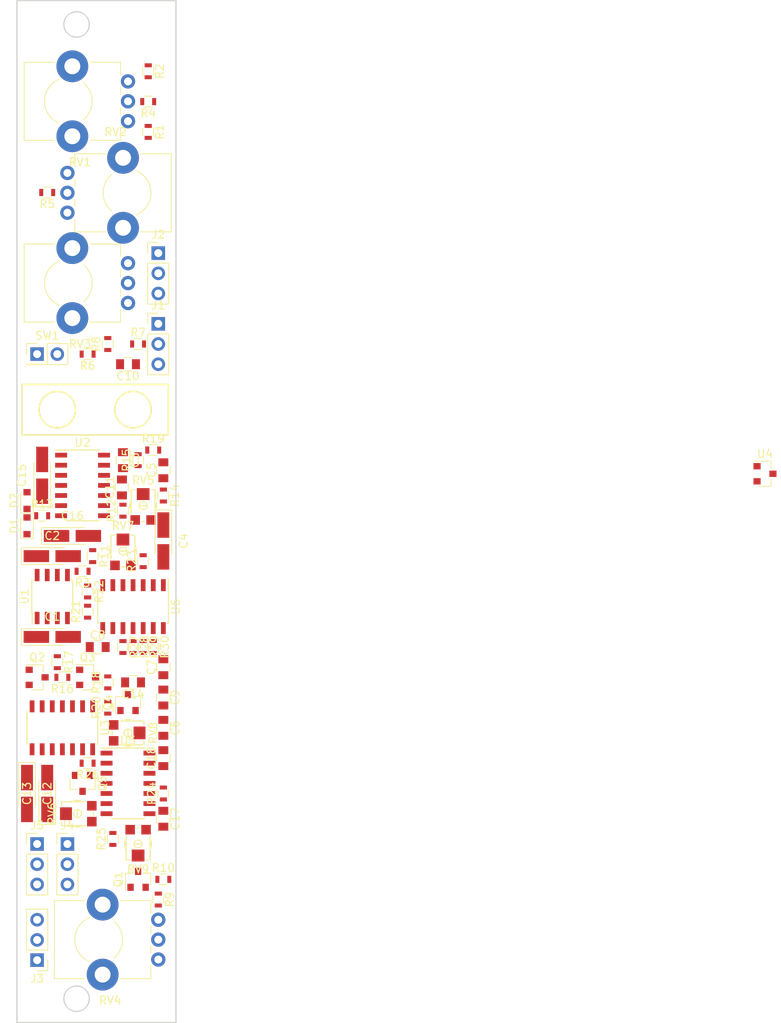
<source format=kicad_pcb>
(kicad_pcb (version 4) (host pcbnew 4.0.6)

  (general
    (links 153)
    (no_connects 153)
    (area 138.354999 31.674999 158.505001 160.325001)
    (thickness 1.6)
    (drawings 12)
    (tracks 0)
    (zones 0)
    (modules 76)
    (nets 71)
  )

  (page A4)
  (layers
    (0 F.Cu signal)
    (31 B.Cu signal)
    (32 B.Adhes user)
    (33 F.Adhes user)
    (34 B.Paste user)
    (35 F.Paste user)
    (36 B.SilkS user)
    (37 F.SilkS user)
    (38 B.Mask user)
    (39 F.Mask user)
    (40 Dwgs.User user)
    (41 Cmts.User user)
    (42 Eco1.User user)
    (43 Eco2.User user)
    (44 Edge.Cuts user)
    (45 Margin user)
    (46 B.CrtYd user)
    (47 F.CrtYd user)
    (48 B.Fab user)
    (49 F.Fab user)
  )

  (setup
    (last_trace_width 0.25)
    (trace_clearance 0.2)
    (zone_clearance 0.508)
    (zone_45_only no)
    (trace_min 0.2)
    (segment_width 0.2)
    (edge_width 0.15)
    (via_size 0.6)
    (via_drill 0.4)
    (via_min_size 0.4)
    (via_min_drill 0.3)
    (uvia_size 0.3)
    (uvia_drill 0.1)
    (uvias_allowed no)
    (uvia_min_size 0.2)
    (uvia_min_drill 0.1)
    (pcb_text_width 0.3)
    (pcb_text_size 1.5 1.5)
    (mod_edge_width 0.15)
    (mod_text_size 1 1)
    (mod_text_width 0.15)
    (pad_size 1.524 1.524)
    (pad_drill 0.762)
    (pad_to_mask_clearance 0.2)
    (aux_axis_origin 0 0)
    (grid_origin 26.67 93.98)
    (visible_elements 7FFEFFFF)
    (pcbplotparams
      (layerselection 0x00030_80000001)
      (usegerberextensions false)
      (excludeedgelayer true)
      (linewidth 0.100000)
      (plotframeref false)
      (viasonmask false)
      (mode 1)
      (useauxorigin false)
      (hpglpennumber 1)
      (hpglpenspeed 20)
      (hpglpendiameter 15)
      (hpglpenoverlay 2)
      (psnegative false)
      (psa4output false)
      (plotreference true)
      (plotvalue true)
      (plotinvisibletext false)
      (padsonsilk false)
      (subtractmaskfromsilk false)
      (outputformat 1)
      (mirror false)
      (drillshape 1)
      (scaleselection 1)
      (outputdirectory ""))
  )

  (net 0 "")
  (net 1 "Net-(C1-Pad1)")
  (net 2 GND)
  (net 3 "Net-(C2-Pad1)")
  (net 4 "Net-(C3-Pad1)")
  (net 5 "Net-(C3-Pad2)")
  (net 6 +5V)
  (net 7 +15V)
  (net 8 -15V)
  (net 9 "Net-(C14-Pad1)")
  (net 10 "Net-(C17-Pad1)")
  (net 11 "Net-(C17-Pad2)")
  (net 12 "Net-(C18-Pad1)")
  (net 13 "Net-(C18-Pad2)")
  (net 14 "Net-(D1-Pad2)")
  (net 15 "Net-(J1-Pad1)")
  (net 16 "Net-(J2-Pad1)")
  (net 17 "Net-(J3-Pad1)")
  (net 18 "Net-(J5-Pad1)")
  (net 19 "Net-(Q1-Pad1)")
  (net 20 SYNC_IN)
  (net 21 "Net-(Q2-Pad3)")
  (net 22 "Net-(Q3-Pad1)")
  (net 23 "Net-(Q3-Pad3)")
  (net 24 "Net-(Q4-Pad1)")
  (net 25 "Net-(Q5-Pad1)")
  (net 26 "Net-(Q5-Pad2)")
  (net 27 "Net-(R1-Pad1)")
  (net 28 -10V_REF)
  (net 29 +10V_REF)
  (net 30 "Net-(R2-Pad2)")
  (net 31 "Net-(R11-Pad2)")
  (net 32 "Net-(R12-Pad2)")
  (net 33 "Net-(R4-Pad2)")
  (net 34 "Net-(R5-Pad2)")
  (net 35 "Net-(R6-Pad2)")
  (net 36 "Net-(R8-Pad2)")
  (net 37 "Net-(R9-Pad2)")
  (net 38 "Net-(R12-Pad1)")
  (net 39 "Net-(R13-Pad2)")
  (net 40 "Net-(R14-Pad2)")
  (net 41 "Net-(R19-Pad2)")
  (net 42 "Net-(R20-Pad2)")
  (net 43 "Net-(R21-Pad1)")
  (net 44 "Net-(R22-Pad1)")
  (net 45 "Net-(R23-Pad2)")
  (net 46 "Net-(R24-Pad2)")
  (net 47 "Net-(R27-Pad1)")
  (net 48 "Net-(R28-Pad2)")
  (net 49 "Net-(R30-Pad1)")
  (net 50 "Net-(RV5-Pad2)")
  (net 51 "Net-(RV6-Pad3)")
  (net 52 "Net-(U1-Pad1)")
  (net 53 "Net-(U1-Pad3)")
  (net 54 "Net-(U1-Pad5)")
  (net 55 "Net-(U1-Pad7)")
  (net 56 "Net-(U3-Pad4)")
  (net 57 "Net-(U3-Pad5)")
  (net 58 "Net-(U3-Pad6)")
  (net 59 "Net-(U3-Pad8)")
  (net 60 "Net-(U3-Pad9)")
  (net 61 "Net-(U3-Pad10)")
  (net 62 "Net-(U3-Pad11)")
  (net 63 "Net-(U3-Pad12)")
  (net 64 "Net-(U3-Pad13)")
  (net 65 "Net-(U5-Pad1)")
  (net 66 "Net-(U5-Pad2)")
  (net 67 "Net-(U5-Pad3)")
  (net 68 "Net-(U5-Pad5)")
  (net 69 "Net-(U5-Pad6)")
  (net 70 "Net-(U5-Pad7)")

  (net_class Default "This is the default net class."
    (clearance 0.2)
    (trace_width 0.25)
    (via_dia 0.6)
    (via_drill 0.4)
    (uvia_dia 0.3)
    (uvia_drill 0.1)
    (add_net +10V_REF)
    (add_net +15V)
    (add_net +5V)
    (add_net -10V_REF)
    (add_net -15V)
    (add_net GND)
    (add_net "Net-(C1-Pad1)")
    (add_net "Net-(C14-Pad1)")
    (add_net "Net-(C17-Pad1)")
    (add_net "Net-(C17-Pad2)")
    (add_net "Net-(C18-Pad1)")
    (add_net "Net-(C18-Pad2)")
    (add_net "Net-(C2-Pad1)")
    (add_net "Net-(C3-Pad1)")
    (add_net "Net-(C3-Pad2)")
    (add_net "Net-(D1-Pad2)")
    (add_net "Net-(J1-Pad1)")
    (add_net "Net-(J2-Pad1)")
    (add_net "Net-(J3-Pad1)")
    (add_net "Net-(J5-Pad1)")
    (add_net "Net-(Q1-Pad1)")
    (add_net "Net-(Q2-Pad3)")
    (add_net "Net-(Q3-Pad1)")
    (add_net "Net-(Q3-Pad3)")
    (add_net "Net-(Q4-Pad1)")
    (add_net "Net-(Q5-Pad1)")
    (add_net "Net-(Q5-Pad2)")
    (add_net "Net-(R1-Pad1)")
    (add_net "Net-(R11-Pad2)")
    (add_net "Net-(R12-Pad1)")
    (add_net "Net-(R12-Pad2)")
    (add_net "Net-(R13-Pad2)")
    (add_net "Net-(R14-Pad2)")
    (add_net "Net-(R19-Pad2)")
    (add_net "Net-(R2-Pad2)")
    (add_net "Net-(R20-Pad2)")
    (add_net "Net-(R21-Pad1)")
    (add_net "Net-(R22-Pad1)")
    (add_net "Net-(R23-Pad2)")
    (add_net "Net-(R24-Pad2)")
    (add_net "Net-(R27-Pad1)")
    (add_net "Net-(R28-Pad2)")
    (add_net "Net-(R30-Pad1)")
    (add_net "Net-(R4-Pad2)")
    (add_net "Net-(R5-Pad2)")
    (add_net "Net-(R6-Pad2)")
    (add_net "Net-(R8-Pad2)")
    (add_net "Net-(R9-Pad2)")
    (add_net "Net-(RV5-Pad2)")
    (add_net "Net-(RV6-Pad3)")
    (add_net "Net-(U1-Pad1)")
    (add_net "Net-(U1-Pad3)")
    (add_net "Net-(U1-Pad5)")
    (add_net "Net-(U1-Pad7)")
    (add_net "Net-(U3-Pad10)")
    (add_net "Net-(U3-Pad11)")
    (add_net "Net-(U3-Pad12)")
    (add_net "Net-(U3-Pad13)")
    (add_net "Net-(U3-Pad4)")
    (add_net "Net-(U3-Pad5)")
    (add_net "Net-(U3-Pad6)")
    (add_net "Net-(U3-Pad8)")
    (add_net "Net-(U3-Pad9)")
    (add_net "Net-(U5-Pad1)")
    (add_net "Net-(U5-Pad2)")
    (add_net "Net-(U5-Pad3)")
    (add_net "Net-(U5-Pad5)")
    (add_net "Net-(U5-Pad6)")
    (add_net "Net-(U5-Pad7)")
    (add_net SYNC_IN)
  )

  (module Capacitors_Tantalum_SMD:CP_Tantalum_Case-A_EIA-3216-18_Hand (layer F.Cu) (tedit 58CC8C08) (tstamp 59641E44)
    (at 142.875 111.76)
    (descr "Tantalum capacitor, Case A, EIA 3216-18, 3.2x1.6x1.6mm, Hand soldering footprint")
    (tags "capacitor tantalum smd")
    (path /596027C4)
    (attr smd)
    (fp_text reference C1 (at 0 -2.55) (layer F.SilkS)
      (effects (font (size 1 1) (thickness 0.15)))
    )
    (fp_text value 1u (at 0 2.55) (layer F.Fab)
      (effects (font (size 1 1) (thickness 0.15)))
    )
    (fp_text user %R (at 0 0) (layer F.Fab)
      (effects (font (size 0.7 0.7) (thickness 0.105)))
    )
    (fp_line (start -4 -1.2) (end -4 1.2) (layer F.CrtYd) (width 0.05))
    (fp_line (start -4 1.2) (end 4 1.2) (layer F.CrtYd) (width 0.05))
    (fp_line (start 4 1.2) (end 4 -1.2) (layer F.CrtYd) (width 0.05))
    (fp_line (start 4 -1.2) (end -4 -1.2) (layer F.CrtYd) (width 0.05))
    (fp_line (start -1.6 -0.8) (end -1.6 0.8) (layer F.Fab) (width 0.1))
    (fp_line (start -1.6 0.8) (end 1.6 0.8) (layer F.Fab) (width 0.1))
    (fp_line (start 1.6 0.8) (end 1.6 -0.8) (layer F.Fab) (width 0.1))
    (fp_line (start 1.6 -0.8) (end -1.6 -0.8) (layer F.Fab) (width 0.1))
    (fp_line (start -1.28 -0.8) (end -1.28 0.8) (layer F.Fab) (width 0.1))
    (fp_line (start -1.12 -0.8) (end -1.12 0.8) (layer F.Fab) (width 0.1))
    (fp_line (start -3.9 -1.05) (end 1.6 -1.05) (layer F.SilkS) (width 0.12))
    (fp_line (start -3.9 1.05) (end 1.6 1.05) (layer F.SilkS) (width 0.12))
    (fp_line (start -3.9 -1.05) (end -3.9 1.05) (layer F.SilkS) (width 0.12))
    (pad 1 smd rect (at -2 0) (size 3.2 1.5) (layers F.Cu F.Paste F.Mask)
      (net 1 "Net-(C1-Pad1)"))
    (pad 2 smd rect (at 2 0) (size 3.2 1.5) (layers F.Cu F.Paste F.Mask)
      (net 2 GND))
    (model Capacitors_Tantalum_SMD.3dshapes/CP_Tantalum_Case-A_EIA-3216-18.wrl
      (at (xyz 0 0 0))
      (scale (xyz 1 1 1))
      (rotate (xyz 0 0 0))
    )
  )

  (module Capacitors_Tantalum_SMD:CP_Tantalum_Case-A_EIA-3216-18_Hand (layer F.Cu) (tedit 58CC8C08) (tstamp 59641E4A)
    (at 142.875 101.6)
    (descr "Tantalum capacitor, Case A, EIA 3216-18, 3.2x1.6x1.6mm, Hand soldering footprint")
    (tags "capacitor tantalum smd")
    (path /59602876)
    (attr smd)
    (fp_text reference C2 (at 0 -2.55) (layer F.SilkS)
      (effects (font (size 1 1) (thickness 0.15)))
    )
    (fp_text value 1u (at 0 2.55) (layer F.Fab)
      (effects (font (size 1 1) (thickness 0.15)))
    )
    (fp_text user %R (at 0 0) (layer F.Fab)
      (effects (font (size 0.7 0.7) (thickness 0.105)))
    )
    (fp_line (start -4 -1.2) (end -4 1.2) (layer F.CrtYd) (width 0.05))
    (fp_line (start -4 1.2) (end 4 1.2) (layer F.CrtYd) (width 0.05))
    (fp_line (start 4 1.2) (end 4 -1.2) (layer F.CrtYd) (width 0.05))
    (fp_line (start 4 -1.2) (end -4 -1.2) (layer F.CrtYd) (width 0.05))
    (fp_line (start -1.6 -0.8) (end -1.6 0.8) (layer F.Fab) (width 0.1))
    (fp_line (start -1.6 0.8) (end 1.6 0.8) (layer F.Fab) (width 0.1))
    (fp_line (start 1.6 0.8) (end 1.6 -0.8) (layer F.Fab) (width 0.1))
    (fp_line (start 1.6 -0.8) (end -1.6 -0.8) (layer F.Fab) (width 0.1))
    (fp_line (start -1.28 -0.8) (end -1.28 0.8) (layer F.Fab) (width 0.1))
    (fp_line (start -1.12 -0.8) (end -1.12 0.8) (layer F.Fab) (width 0.1))
    (fp_line (start -3.9 -1.05) (end 1.6 -1.05) (layer F.SilkS) (width 0.12))
    (fp_line (start -3.9 1.05) (end 1.6 1.05) (layer F.SilkS) (width 0.12))
    (fp_line (start -3.9 -1.05) (end -3.9 1.05) (layer F.SilkS) (width 0.12))
    (pad 1 smd rect (at -2 0) (size 3.2 1.5) (layers F.Cu F.Paste F.Mask)
      (net 3 "Net-(C2-Pad1)"))
    (pad 2 smd rect (at 2 0) (size 3.2 1.5) (layers F.Cu F.Paste F.Mask)
      (net 2 GND))
    (model Capacitors_Tantalum_SMD.3dshapes/CP_Tantalum_Case-A_EIA-3216-18.wrl
      (at (xyz 0 0 0))
      (scale (xyz 1 1 1))
      (rotate (xyz 0 0 0))
    )
  )

  (module Capacitors_SMD:C_0805 (layer F.Cu) (tedit 58AA8463) (tstamp 59641E50)
    (at 151.765 89.535 270)
    (descr "Capacitor SMD 0805, reflow soldering, AVX (see smccp.pdf)")
    (tags "capacitor 0805")
    (path /5960B08F)
    (attr smd)
    (fp_text reference C3 (at 0 -1.5 270) (layer F.SilkS)
      (effects (font (size 1 1) (thickness 0.15)))
    )
    (fp_text value 100p (at 0 1.75 270) (layer F.Fab)
      (effects (font (size 1 1) (thickness 0.15)))
    )
    (fp_text user %R (at 0 -1.5 270) (layer F.Fab)
      (effects (font (size 1 1) (thickness 0.15)))
    )
    (fp_line (start -1 0.62) (end -1 -0.62) (layer F.Fab) (width 0.1))
    (fp_line (start 1 0.62) (end -1 0.62) (layer F.Fab) (width 0.1))
    (fp_line (start 1 -0.62) (end 1 0.62) (layer F.Fab) (width 0.1))
    (fp_line (start -1 -0.62) (end 1 -0.62) (layer F.Fab) (width 0.1))
    (fp_line (start 0.5 -0.85) (end -0.5 -0.85) (layer F.SilkS) (width 0.12))
    (fp_line (start -0.5 0.85) (end 0.5 0.85) (layer F.SilkS) (width 0.12))
    (fp_line (start -1.75 -0.88) (end 1.75 -0.88) (layer F.CrtYd) (width 0.05))
    (fp_line (start -1.75 -0.88) (end -1.75 0.87) (layer F.CrtYd) (width 0.05))
    (fp_line (start 1.75 0.87) (end 1.75 -0.88) (layer F.CrtYd) (width 0.05))
    (fp_line (start 1.75 0.87) (end -1.75 0.87) (layer F.CrtYd) (width 0.05))
    (pad 1 smd rect (at -1 0 270) (size 1 1.25) (layers F.Cu F.Paste F.Mask)
      (net 4 "Net-(C3-Pad1)"))
    (pad 2 smd rect (at 1 0 270) (size 1 1.25) (layers F.Cu F.Paste F.Mask)
      (net 5 "Net-(C3-Pad2)"))
    (model Capacitors_SMD.3dshapes/C_0805.wrl
      (at (xyz 0 0 0))
      (scale (xyz 1 1 1))
      (rotate (xyz 0 0 0))
    )
  )

  (module Capacitors_Tantalum_SMD:CP_Tantalum_Case-A_EIA-3216-18_Hand (layer F.Cu) (tedit 58CC8C08) (tstamp 59641E56)
    (at 156.845 99.695 270)
    (descr "Tantalum capacitor, Case A, EIA 3216-18, 3.2x1.6x1.6mm, Hand soldering footprint")
    (tags "capacitor tantalum smd")
    (path /596438D0)
    (attr smd)
    (fp_text reference C4 (at 0 -2.55 270) (layer F.SilkS)
      (effects (font (size 1 1) (thickness 0.15)))
    )
    (fp_text value 100u (at 0 2.55 270) (layer F.Fab)
      (effects (font (size 1 1) (thickness 0.15)))
    )
    (fp_text user %R (at 0 0 270) (layer F.Fab)
      (effects (font (size 0.7 0.7) (thickness 0.105)))
    )
    (fp_line (start -4 -1.2) (end -4 1.2) (layer F.CrtYd) (width 0.05))
    (fp_line (start -4 1.2) (end 4 1.2) (layer F.CrtYd) (width 0.05))
    (fp_line (start 4 1.2) (end 4 -1.2) (layer F.CrtYd) (width 0.05))
    (fp_line (start 4 -1.2) (end -4 -1.2) (layer F.CrtYd) (width 0.05))
    (fp_line (start -1.6 -0.8) (end -1.6 0.8) (layer F.Fab) (width 0.1))
    (fp_line (start -1.6 0.8) (end 1.6 0.8) (layer F.Fab) (width 0.1))
    (fp_line (start 1.6 0.8) (end 1.6 -0.8) (layer F.Fab) (width 0.1))
    (fp_line (start 1.6 -0.8) (end -1.6 -0.8) (layer F.Fab) (width 0.1))
    (fp_line (start -1.28 -0.8) (end -1.28 0.8) (layer F.Fab) (width 0.1))
    (fp_line (start -1.12 -0.8) (end -1.12 0.8) (layer F.Fab) (width 0.1))
    (fp_line (start -3.9 -1.05) (end 1.6 -1.05) (layer F.SilkS) (width 0.12))
    (fp_line (start -3.9 1.05) (end 1.6 1.05) (layer F.SilkS) (width 0.12))
    (fp_line (start -3.9 -1.05) (end -3.9 1.05) (layer F.SilkS) (width 0.12))
    (pad 1 smd rect (at -2 0 270) (size 3.2 1.5) (layers F.Cu F.Paste F.Mask)
      (net 6 +5V))
    (pad 2 smd rect (at 2 0 270) (size 3.2 1.5) (layers F.Cu F.Paste F.Mask)
      (net 2 GND))
    (model Capacitors_Tantalum_SMD.3dshapes/CP_Tantalum_Case-A_EIA-3216-18.wrl
      (at (xyz 0 0 0))
      (scale (xyz 1 1 1))
      (rotate (xyz 0 0 0))
    )
  )

  (module Capacitors_SMD:C_0805 (layer F.Cu) (tedit 58AA8463) (tstamp 59641E5C)
    (at 156.845 90.805 90)
    (descr "Capacitor SMD 0805, reflow soldering, AVX (see smccp.pdf)")
    (tags "capacitor 0805")
    (path /59642C36)
    (attr smd)
    (fp_text reference C5 (at 0 -1.5 90) (layer F.SilkS)
      (effects (font (size 1 1) (thickness 0.15)))
    )
    (fp_text value 100n (at 0 1.75 90) (layer F.Fab)
      (effects (font (size 1 1) (thickness 0.15)))
    )
    (fp_text user %R (at 0 -1.5 90) (layer F.Fab)
      (effects (font (size 1 1) (thickness 0.15)))
    )
    (fp_line (start -1 0.62) (end -1 -0.62) (layer F.Fab) (width 0.1))
    (fp_line (start 1 0.62) (end -1 0.62) (layer F.Fab) (width 0.1))
    (fp_line (start 1 -0.62) (end 1 0.62) (layer F.Fab) (width 0.1))
    (fp_line (start -1 -0.62) (end 1 -0.62) (layer F.Fab) (width 0.1))
    (fp_line (start 0.5 -0.85) (end -0.5 -0.85) (layer F.SilkS) (width 0.12))
    (fp_line (start -0.5 0.85) (end 0.5 0.85) (layer F.SilkS) (width 0.12))
    (fp_line (start -1.75 -0.88) (end 1.75 -0.88) (layer F.CrtYd) (width 0.05))
    (fp_line (start -1.75 -0.88) (end -1.75 0.87) (layer F.CrtYd) (width 0.05))
    (fp_line (start 1.75 0.87) (end 1.75 -0.88) (layer F.CrtYd) (width 0.05))
    (fp_line (start 1.75 0.87) (end -1.75 0.87) (layer F.CrtYd) (width 0.05))
    (pad 1 smd rect (at -1 0 90) (size 1 1.25) (layers F.Cu F.Paste F.Mask)
      (net 2 GND))
    (pad 2 smd rect (at 1 0 90) (size 1 1.25) (layers F.Cu F.Paste F.Mask)
      (net 6 +5V))
    (model Capacitors_SMD.3dshapes/C_0805.wrl
      (at (xyz 0 0 0))
      (scale (xyz 1 1 1))
      (rotate (xyz 0 0 0))
    )
  )

  (module Capacitors_SMD:C_0805 (layer F.Cu) (tedit 58AA8463) (tstamp 59641E62)
    (at 156.845 123.19 270)
    (descr "Capacitor SMD 0805, reflow soldering, AVX (see smccp.pdf)")
    (tags "capacitor 0805")
    (path /59653FEA)
    (attr smd)
    (fp_text reference C6 (at 0 -1.5 270) (layer F.SilkS)
      (effects (font (size 1 1) (thickness 0.15)))
    )
    (fp_text value 100n (at 0 1.75 270) (layer F.Fab)
      (effects (font (size 1 1) (thickness 0.15)))
    )
    (fp_text user %R (at 0 -1.5 270) (layer F.Fab)
      (effects (font (size 1 1) (thickness 0.15)))
    )
    (fp_line (start -1 0.62) (end -1 -0.62) (layer F.Fab) (width 0.1))
    (fp_line (start 1 0.62) (end -1 0.62) (layer F.Fab) (width 0.1))
    (fp_line (start 1 -0.62) (end 1 0.62) (layer F.Fab) (width 0.1))
    (fp_line (start -1 -0.62) (end 1 -0.62) (layer F.Fab) (width 0.1))
    (fp_line (start 0.5 -0.85) (end -0.5 -0.85) (layer F.SilkS) (width 0.12))
    (fp_line (start -0.5 0.85) (end 0.5 0.85) (layer F.SilkS) (width 0.12))
    (fp_line (start -1.75 -0.88) (end 1.75 -0.88) (layer F.CrtYd) (width 0.05))
    (fp_line (start -1.75 -0.88) (end -1.75 0.87) (layer F.CrtYd) (width 0.05))
    (fp_line (start 1.75 0.87) (end 1.75 -0.88) (layer F.CrtYd) (width 0.05))
    (fp_line (start 1.75 0.87) (end -1.75 0.87) (layer F.CrtYd) (width 0.05))
    (pad 1 smd rect (at -1 0 270) (size 1 1.25) (layers F.Cu F.Paste F.Mask)
      (net 2 GND))
    (pad 2 smd rect (at 1 0 270) (size 1 1.25) (layers F.Cu F.Paste F.Mask)
      (net 7 +15V))
    (model Capacitors_SMD.3dshapes/C_0805.wrl
      (at (xyz 0 0 0))
      (scale (xyz 1 1 1))
      (rotate (xyz 0 0 0))
    )
  )

  (module Capacitors_SMD:C_0805 (layer F.Cu) (tedit 58AA8463) (tstamp 59641E68)
    (at 156.845 115.57 90)
    (descr "Capacitor SMD 0805, reflow soldering, AVX (see smccp.pdf)")
    (tags "capacitor 0805")
    (path /59654103)
    (attr smd)
    (fp_text reference C7 (at 0 -1.5 90) (layer F.SilkS)
      (effects (font (size 1 1) (thickness 0.15)))
    )
    (fp_text value 100n (at 0 1.75 90) (layer F.Fab)
      (effects (font (size 1 1) (thickness 0.15)))
    )
    (fp_text user %R (at 0 -1.5 90) (layer F.Fab)
      (effects (font (size 1 1) (thickness 0.15)))
    )
    (fp_line (start -1 0.62) (end -1 -0.62) (layer F.Fab) (width 0.1))
    (fp_line (start 1 0.62) (end -1 0.62) (layer F.Fab) (width 0.1))
    (fp_line (start 1 -0.62) (end 1 0.62) (layer F.Fab) (width 0.1))
    (fp_line (start -1 -0.62) (end 1 -0.62) (layer F.Fab) (width 0.1))
    (fp_line (start 0.5 -0.85) (end -0.5 -0.85) (layer F.SilkS) (width 0.12))
    (fp_line (start -0.5 0.85) (end 0.5 0.85) (layer F.SilkS) (width 0.12))
    (fp_line (start -1.75 -0.88) (end 1.75 -0.88) (layer F.CrtYd) (width 0.05))
    (fp_line (start -1.75 -0.88) (end -1.75 0.87) (layer F.CrtYd) (width 0.05))
    (fp_line (start 1.75 0.87) (end 1.75 -0.88) (layer F.CrtYd) (width 0.05))
    (fp_line (start 1.75 0.87) (end -1.75 0.87) (layer F.CrtYd) (width 0.05))
    (pad 1 smd rect (at -1 0 90) (size 1 1.25) (layers F.Cu F.Paste F.Mask)
      (net 8 -15V))
    (pad 2 smd rect (at 1 0 90) (size 1 1.25) (layers F.Cu F.Paste F.Mask)
      (net 2 GND))
    (model Capacitors_SMD.3dshapes/C_0805.wrl
      (at (xyz 0 0 0))
      (scale (xyz 1 1 1))
      (rotate (xyz 0 0 0))
    )
  )

  (module Capacitors_SMD:C_0805 (layer F.Cu) (tedit 58AA8463) (tstamp 59641E6E)
    (at 148.59 113.03)
    (descr "Capacitor SMD 0805, reflow soldering, AVX (see smccp.pdf)")
    (tags "capacitor 0805")
    (path /59656583)
    (attr smd)
    (fp_text reference C8 (at 0 -1.5) (layer F.SilkS)
      (effects (font (size 1 1) (thickness 0.15)))
    )
    (fp_text value 100n (at 0 1.75) (layer F.Fab)
      (effects (font (size 1 1) (thickness 0.15)))
    )
    (fp_text user %R (at 0 -1.5) (layer F.Fab)
      (effects (font (size 1 1) (thickness 0.15)))
    )
    (fp_line (start -1 0.62) (end -1 -0.62) (layer F.Fab) (width 0.1))
    (fp_line (start 1 0.62) (end -1 0.62) (layer F.Fab) (width 0.1))
    (fp_line (start 1 -0.62) (end 1 0.62) (layer F.Fab) (width 0.1))
    (fp_line (start -1 -0.62) (end 1 -0.62) (layer F.Fab) (width 0.1))
    (fp_line (start 0.5 -0.85) (end -0.5 -0.85) (layer F.SilkS) (width 0.12))
    (fp_line (start -0.5 0.85) (end 0.5 0.85) (layer F.SilkS) (width 0.12))
    (fp_line (start -1.75 -0.88) (end 1.75 -0.88) (layer F.CrtYd) (width 0.05))
    (fp_line (start -1.75 -0.88) (end -1.75 0.87) (layer F.CrtYd) (width 0.05))
    (fp_line (start 1.75 0.87) (end 1.75 -0.88) (layer F.CrtYd) (width 0.05))
    (fp_line (start 1.75 0.87) (end -1.75 0.87) (layer F.CrtYd) (width 0.05))
    (pad 1 smd rect (at -1 0) (size 1 1.25) (layers F.Cu F.Paste F.Mask)
      (net 2 GND))
    (pad 2 smd rect (at 1 0) (size 1 1.25) (layers F.Cu F.Paste F.Mask)
      (net 7 +15V))
    (model Capacitors_SMD.3dshapes/C_0805.wrl
      (at (xyz 0 0 0))
      (scale (xyz 1 1 1))
      (rotate (xyz 0 0 0))
    )
  )

  (module Capacitors_SMD:C_0805 (layer F.Cu) (tedit 58AA8463) (tstamp 59641E74)
    (at 156.845 119.38 270)
    (descr "Capacitor SMD 0805, reflow soldering, AVX (see smccp.pdf)")
    (tags "capacitor 0805")
    (path /5965667E)
    (attr smd)
    (fp_text reference C9 (at 0 -1.5 270) (layer F.SilkS)
      (effects (font (size 1 1) (thickness 0.15)))
    )
    (fp_text value 100n (at 0 1.75 270) (layer F.Fab)
      (effects (font (size 1 1) (thickness 0.15)))
    )
    (fp_text user %R (at 0 -1.5 270) (layer F.Fab)
      (effects (font (size 1 1) (thickness 0.15)))
    )
    (fp_line (start -1 0.62) (end -1 -0.62) (layer F.Fab) (width 0.1))
    (fp_line (start 1 0.62) (end -1 0.62) (layer F.Fab) (width 0.1))
    (fp_line (start 1 -0.62) (end 1 0.62) (layer F.Fab) (width 0.1))
    (fp_line (start -1 -0.62) (end 1 -0.62) (layer F.Fab) (width 0.1))
    (fp_line (start 0.5 -0.85) (end -0.5 -0.85) (layer F.SilkS) (width 0.12))
    (fp_line (start -0.5 0.85) (end 0.5 0.85) (layer F.SilkS) (width 0.12))
    (fp_line (start -1.75 -0.88) (end 1.75 -0.88) (layer F.CrtYd) (width 0.05))
    (fp_line (start -1.75 -0.88) (end -1.75 0.87) (layer F.CrtYd) (width 0.05))
    (fp_line (start 1.75 0.87) (end 1.75 -0.88) (layer F.CrtYd) (width 0.05))
    (fp_line (start 1.75 0.87) (end -1.75 0.87) (layer F.CrtYd) (width 0.05))
    (pad 1 smd rect (at -1 0 270) (size 1 1.25) (layers F.Cu F.Paste F.Mask)
      (net 8 -15V))
    (pad 2 smd rect (at 1 0 270) (size 1 1.25) (layers F.Cu F.Paste F.Mask)
      (net 2 GND))
    (model Capacitors_SMD.3dshapes/C_0805.wrl
      (at (xyz 0 0 0))
      (scale (xyz 1 1 1))
      (rotate (xyz 0 0 0))
    )
  )

  (module Capacitors_SMD:C_0805 (layer F.Cu) (tedit 58AA8463) (tstamp 59641E7A)
    (at 152.4 77.47 180)
    (descr "Capacitor SMD 0805, reflow soldering, AVX (see smccp.pdf)")
    (tags "capacitor 0805")
    (path /59656873)
    (attr smd)
    (fp_text reference C10 (at 0 -1.5 180) (layer F.SilkS)
      (effects (font (size 1 1) (thickness 0.15)))
    )
    (fp_text value 100n (at 0 1.75 180) (layer F.Fab)
      (effects (font (size 1 1) (thickness 0.15)))
    )
    (fp_text user %R (at 0 -1.5 180) (layer F.Fab)
      (effects (font (size 1 1) (thickness 0.15)))
    )
    (fp_line (start -1 0.62) (end -1 -0.62) (layer F.Fab) (width 0.1))
    (fp_line (start 1 0.62) (end -1 0.62) (layer F.Fab) (width 0.1))
    (fp_line (start 1 -0.62) (end 1 0.62) (layer F.Fab) (width 0.1))
    (fp_line (start -1 -0.62) (end 1 -0.62) (layer F.Fab) (width 0.1))
    (fp_line (start 0.5 -0.85) (end -0.5 -0.85) (layer F.SilkS) (width 0.12))
    (fp_line (start -0.5 0.85) (end 0.5 0.85) (layer F.SilkS) (width 0.12))
    (fp_line (start -1.75 -0.88) (end 1.75 -0.88) (layer F.CrtYd) (width 0.05))
    (fp_line (start -1.75 -0.88) (end -1.75 0.87) (layer F.CrtYd) (width 0.05))
    (fp_line (start 1.75 0.87) (end 1.75 -0.88) (layer F.CrtYd) (width 0.05))
    (fp_line (start 1.75 0.87) (end -1.75 0.87) (layer F.CrtYd) (width 0.05))
    (pad 1 smd rect (at -1 0 180) (size 1 1.25) (layers F.Cu F.Paste F.Mask)
      (net 2 GND))
    (pad 2 smd rect (at 1 0 180) (size 1 1.25) (layers F.Cu F.Paste F.Mask)
      (net 7 +15V))
    (model Capacitors_SMD.3dshapes/C_0805.wrl
      (at (xyz 0 0 0))
      (scale (xyz 1 1 1))
      (rotate (xyz 0 0 0))
    )
  )

  (module Capacitors_SMD:C_0805 (layer F.Cu) (tedit 58AA8463) (tstamp 59641E80)
    (at 151.638 92.964 90)
    (descr "Capacitor SMD 0805, reflow soldering, AVX (see smccp.pdf)")
    (tags "capacitor 0805")
    (path /59656778)
    (attr smd)
    (fp_text reference C11 (at 0 -1.5 90) (layer F.SilkS)
      (effects (font (size 1 1) (thickness 0.15)))
    )
    (fp_text value 100n (at 0 1.75 90) (layer F.Fab)
      (effects (font (size 1 1) (thickness 0.15)))
    )
    (fp_text user %R (at 0 -1.5 90) (layer F.Fab)
      (effects (font (size 1 1) (thickness 0.15)))
    )
    (fp_line (start -1 0.62) (end -1 -0.62) (layer F.Fab) (width 0.1))
    (fp_line (start 1 0.62) (end -1 0.62) (layer F.Fab) (width 0.1))
    (fp_line (start 1 -0.62) (end 1 0.62) (layer F.Fab) (width 0.1))
    (fp_line (start -1 -0.62) (end 1 -0.62) (layer F.Fab) (width 0.1))
    (fp_line (start 0.5 -0.85) (end -0.5 -0.85) (layer F.SilkS) (width 0.12))
    (fp_line (start -0.5 0.85) (end 0.5 0.85) (layer F.SilkS) (width 0.12))
    (fp_line (start -1.75 -0.88) (end 1.75 -0.88) (layer F.CrtYd) (width 0.05))
    (fp_line (start -1.75 -0.88) (end -1.75 0.87) (layer F.CrtYd) (width 0.05))
    (fp_line (start 1.75 0.87) (end 1.75 -0.88) (layer F.CrtYd) (width 0.05))
    (fp_line (start 1.75 0.87) (end -1.75 0.87) (layer F.CrtYd) (width 0.05))
    (pad 1 smd rect (at -1 0 90) (size 1 1.25) (layers F.Cu F.Paste F.Mask)
      (net 8 -15V))
    (pad 2 smd rect (at 1 0 90) (size 1 1.25) (layers F.Cu F.Paste F.Mask)
      (net 2 GND))
    (model Capacitors_SMD.3dshapes/C_0805.wrl
      (at (xyz 0 0 0))
      (scale (xyz 1 1 1))
      (rotate (xyz 0 0 0))
    )
  )

  (module Capacitors_Tantalum_SMD:CP_Tantalum_Case-A_EIA-3216-18_Hand (layer F.Cu) (tedit 58CC8C08) (tstamp 59641E86)
    (at 139.7 131.445 270)
    (descr "Tantalum capacitor, Case A, EIA 3216-18, 3.2x1.6x1.6mm, Hand soldering footprint")
    (tags "capacitor tantalum smd")
    (path /59657EB0)
    (attr smd)
    (fp_text reference C12 (at 0 -2.55 270) (layer F.SilkS)
      (effects (font (size 1 1) (thickness 0.15)))
    )
    (fp_text value 10u (at 0 2.55 270) (layer F.Fab)
      (effects (font (size 1 1) (thickness 0.15)))
    )
    (fp_text user %R (at 0 0 270) (layer F.Fab)
      (effects (font (size 0.7 0.7) (thickness 0.105)))
    )
    (fp_line (start -4 -1.2) (end -4 1.2) (layer F.CrtYd) (width 0.05))
    (fp_line (start -4 1.2) (end 4 1.2) (layer F.CrtYd) (width 0.05))
    (fp_line (start 4 1.2) (end 4 -1.2) (layer F.CrtYd) (width 0.05))
    (fp_line (start 4 -1.2) (end -4 -1.2) (layer F.CrtYd) (width 0.05))
    (fp_line (start -1.6 -0.8) (end -1.6 0.8) (layer F.Fab) (width 0.1))
    (fp_line (start -1.6 0.8) (end 1.6 0.8) (layer F.Fab) (width 0.1))
    (fp_line (start 1.6 0.8) (end 1.6 -0.8) (layer F.Fab) (width 0.1))
    (fp_line (start 1.6 -0.8) (end -1.6 -0.8) (layer F.Fab) (width 0.1))
    (fp_line (start -1.28 -0.8) (end -1.28 0.8) (layer F.Fab) (width 0.1))
    (fp_line (start -1.12 -0.8) (end -1.12 0.8) (layer F.Fab) (width 0.1))
    (fp_line (start -3.9 -1.05) (end 1.6 -1.05) (layer F.SilkS) (width 0.12))
    (fp_line (start -3.9 1.05) (end 1.6 1.05) (layer F.SilkS) (width 0.12))
    (fp_line (start -3.9 -1.05) (end -3.9 1.05) (layer F.SilkS) (width 0.12))
    (pad 1 smd rect (at -2 0 270) (size 3.2 1.5) (layers F.Cu F.Paste F.Mask)
      (net 7 +15V))
    (pad 2 smd rect (at 2 0 270) (size 3.2 1.5) (layers F.Cu F.Paste F.Mask)
      (net 2 GND))
    (model Capacitors_Tantalum_SMD.3dshapes/CP_Tantalum_Case-A_EIA-3216-18.wrl
      (at (xyz 0 0 0))
      (scale (xyz 1 1 1))
      (rotate (xyz 0 0 0))
    )
  )

  (module Capacitors_Tantalum_SMD:CP_Tantalum_Case-A_EIA-3216-18_Hand (layer F.Cu) (tedit 58CC8C08) (tstamp 59641E8C)
    (at 142.24 131.445 90)
    (descr "Tantalum capacitor, Case A, EIA 3216-18, 3.2x1.6x1.6mm, Hand soldering footprint")
    (tags "capacitor tantalum smd")
    (path /5965875E)
    (attr smd)
    (fp_text reference C13 (at 0 -2.55 90) (layer F.SilkS)
      (effects (font (size 1 1) (thickness 0.15)))
    )
    (fp_text value 10u (at 0 2.55 90) (layer F.Fab)
      (effects (font (size 1 1) (thickness 0.15)))
    )
    (fp_text user %R (at 0 0 90) (layer F.Fab)
      (effects (font (size 0.7 0.7) (thickness 0.105)))
    )
    (fp_line (start -4 -1.2) (end -4 1.2) (layer F.CrtYd) (width 0.05))
    (fp_line (start -4 1.2) (end 4 1.2) (layer F.CrtYd) (width 0.05))
    (fp_line (start 4 1.2) (end 4 -1.2) (layer F.CrtYd) (width 0.05))
    (fp_line (start 4 -1.2) (end -4 -1.2) (layer F.CrtYd) (width 0.05))
    (fp_line (start -1.6 -0.8) (end -1.6 0.8) (layer F.Fab) (width 0.1))
    (fp_line (start -1.6 0.8) (end 1.6 0.8) (layer F.Fab) (width 0.1))
    (fp_line (start 1.6 0.8) (end 1.6 -0.8) (layer F.Fab) (width 0.1))
    (fp_line (start 1.6 -0.8) (end -1.6 -0.8) (layer F.Fab) (width 0.1))
    (fp_line (start -1.28 -0.8) (end -1.28 0.8) (layer F.Fab) (width 0.1))
    (fp_line (start -1.12 -0.8) (end -1.12 0.8) (layer F.Fab) (width 0.1))
    (fp_line (start -3.9 -1.05) (end 1.6 -1.05) (layer F.SilkS) (width 0.12))
    (fp_line (start -3.9 1.05) (end 1.6 1.05) (layer F.SilkS) (width 0.12))
    (fp_line (start -3.9 -1.05) (end -3.9 1.05) (layer F.SilkS) (width 0.12))
    (pad 1 smd rect (at -2 0 90) (size 3.2 1.5) (layers F.Cu F.Paste F.Mask)
      (net 2 GND))
    (pad 2 smd rect (at 2 0 90) (size 3.2 1.5) (layers F.Cu F.Paste F.Mask)
      (net 8 -15V))
    (model Capacitors_Tantalum_SMD.3dshapes/CP_Tantalum_Case-A_EIA-3216-18.wrl
      (at (xyz 0 0 0))
      (scale (xyz 1 1 1))
      (rotate (xyz 0 0 0))
    )
  )

  (module Capacitors_SMD:C_0805 (layer F.Cu) (tedit 58AA8463) (tstamp 59641E92)
    (at 153.035 117.475 180)
    (descr "Capacitor SMD 0805, reflow soldering, AVX (see smccp.pdf)")
    (tags "capacitor 0805")
    (path /5962587B)
    (attr smd)
    (fp_text reference C14 (at 0 -1.5 180) (layer F.SilkS)
      (effects (font (size 1 1) (thickness 0.15)))
    )
    (fp_text value 470p (at 0 1.75 180) (layer F.Fab)
      (effects (font (size 1 1) (thickness 0.15)))
    )
    (fp_text user %R (at 0 -1.5 180) (layer F.Fab)
      (effects (font (size 1 1) (thickness 0.15)))
    )
    (fp_line (start -1 0.62) (end -1 -0.62) (layer F.Fab) (width 0.1))
    (fp_line (start 1 0.62) (end -1 0.62) (layer F.Fab) (width 0.1))
    (fp_line (start 1 -0.62) (end 1 0.62) (layer F.Fab) (width 0.1))
    (fp_line (start -1 -0.62) (end 1 -0.62) (layer F.Fab) (width 0.1))
    (fp_line (start 0.5 -0.85) (end -0.5 -0.85) (layer F.SilkS) (width 0.12))
    (fp_line (start -0.5 0.85) (end 0.5 0.85) (layer F.SilkS) (width 0.12))
    (fp_line (start -1.75 -0.88) (end 1.75 -0.88) (layer F.CrtYd) (width 0.05))
    (fp_line (start -1.75 -0.88) (end -1.75 0.87) (layer F.CrtYd) (width 0.05))
    (fp_line (start 1.75 0.87) (end 1.75 -0.88) (layer F.CrtYd) (width 0.05))
    (fp_line (start 1.75 0.87) (end -1.75 0.87) (layer F.CrtYd) (width 0.05))
    (pad 1 smd rect (at -1 0 180) (size 1 1.25) (layers F.Cu F.Paste F.Mask)
      (net 9 "Net-(C14-Pad1)"))
    (pad 2 smd rect (at 1 0 180) (size 1 1.25) (layers F.Cu F.Paste F.Mask)
      (net 6 +5V))
    (model Capacitors_SMD.3dshapes/C_0805.wrl
      (at (xyz 0 0 0))
      (scale (xyz 1 1 1))
      (rotate (xyz 0 0 0))
    )
  )

  (module Capacitors_Tantalum_SMD:CP_Tantalum_Case-A_EIA-3216-18_Hand (layer F.Cu) (tedit 58CC8C08) (tstamp 59641E98)
    (at 141.605 91.44 90)
    (descr "Tantalum capacitor, Case A, EIA 3216-18, 3.2x1.6x1.6mm, Hand soldering footprint")
    (tags "capacitor tantalum smd")
    (path /59658C10)
    (attr smd)
    (fp_text reference C15 (at 0 -2.55 90) (layer F.SilkS)
      (effects (font (size 1 1) (thickness 0.15)))
    )
    (fp_text value 10u (at 0 2.55 90) (layer F.Fab)
      (effects (font (size 1 1) (thickness 0.15)))
    )
    (fp_text user %R (at 0 0 90) (layer F.Fab)
      (effects (font (size 0.7 0.7) (thickness 0.105)))
    )
    (fp_line (start -4 -1.2) (end -4 1.2) (layer F.CrtYd) (width 0.05))
    (fp_line (start -4 1.2) (end 4 1.2) (layer F.CrtYd) (width 0.05))
    (fp_line (start 4 1.2) (end 4 -1.2) (layer F.CrtYd) (width 0.05))
    (fp_line (start 4 -1.2) (end -4 -1.2) (layer F.CrtYd) (width 0.05))
    (fp_line (start -1.6 -0.8) (end -1.6 0.8) (layer F.Fab) (width 0.1))
    (fp_line (start -1.6 0.8) (end 1.6 0.8) (layer F.Fab) (width 0.1))
    (fp_line (start 1.6 0.8) (end 1.6 -0.8) (layer F.Fab) (width 0.1))
    (fp_line (start 1.6 -0.8) (end -1.6 -0.8) (layer F.Fab) (width 0.1))
    (fp_line (start -1.28 -0.8) (end -1.28 0.8) (layer F.Fab) (width 0.1))
    (fp_line (start -1.12 -0.8) (end -1.12 0.8) (layer F.Fab) (width 0.1))
    (fp_line (start -3.9 -1.05) (end 1.6 -1.05) (layer F.SilkS) (width 0.12))
    (fp_line (start -3.9 1.05) (end 1.6 1.05) (layer F.SilkS) (width 0.12))
    (fp_line (start -3.9 -1.05) (end -3.9 1.05) (layer F.SilkS) (width 0.12))
    (pad 1 smd rect (at -2 0 90) (size 3.2 1.5) (layers F.Cu F.Paste F.Mask)
      (net 7 +15V))
    (pad 2 smd rect (at 2 0 90) (size 3.2 1.5) (layers F.Cu F.Paste F.Mask)
      (net 2 GND))
    (model Capacitors_Tantalum_SMD.3dshapes/CP_Tantalum_Case-A_EIA-3216-18.wrl
      (at (xyz 0 0 0))
      (scale (xyz 1 1 1))
      (rotate (xyz 0 0 0))
    )
  )

  (module Capacitors_Tantalum_SMD:CP_Tantalum_Case-A_EIA-3216-18_Hand (layer F.Cu) (tedit 58CC8C08) (tstamp 59641E9E)
    (at 145.415 99.06)
    (descr "Tantalum capacitor, Case A, EIA 3216-18, 3.2x1.6x1.6mm, Hand soldering footprint")
    (tags "capacitor tantalum smd")
    (path /59658D1D)
    (attr smd)
    (fp_text reference C16 (at 0 -2.55) (layer F.SilkS)
      (effects (font (size 1 1) (thickness 0.15)))
    )
    (fp_text value 10u (at 0 2.55) (layer F.Fab)
      (effects (font (size 1 1) (thickness 0.15)))
    )
    (fp_text user %R (at 0 0) (layer F.Fab)
      (effects (font (size 0.7 0.7) (thickness 0.105)))
    )
    (fp_line (start -4 -1.2) (end -4 1.2) (layer F.CrtYd) (width 0.05))
    (fp_line (start -4 1.2) (end 4 1.2) (layer F.CrtYd) (width 0.05))
    (fp_line (start 4 1.2) (end 4 -1.2) (layer F.CrtYd) (width 0.05))
    (fp_line (start 4 -1.2) (end -4 -1.2) (layer F.CrtYd) (width 0.05))
    (fp_line (start -1.6 -0.8) (end -1.6 0.8) (layer F.Fab) (width 0.1))
    (fp_line (start -1.6 0.8) (end 1.6 0.8) (layer F.Fab) (width 0.1))
    (fp_line (start 1.6 0.8) (end 1.6 -0.8) (layer F.Fab) (width 0.1))
    (fp_line (start 1.6 -0.8) (end -1.6 -0.8) (layer F.Fab) (width 0.1))
    (fp_line (start -1.28 -0.8) (end -1.28 0.8) (layer F.Fab) (width 0.1))
    (fp_line (start -1.12 -0.8) (end -1.12 0.8) (layer F.Fab) (width 0.1))
    (fp_line (start -3.9 -1.05) (end 1.6 -1.05) (layer F.SilkS) (width 0.12))
    (fp_line (start -3.9 1.05) (end 1.6 1.05) (layer F.SilkS) (width 0.12))
    (fp_line (start -3.9 -1.05) (end -3.9 1.05) (layer F.SilkS) (width 0.12))
    (pad 1 smd rect (at -2 0) (size 3.2 1.5) (layers F.Cu F.Paste F.Mask)
      (net 2 GND))
    (pad 2 smd rect (at 2 0) (size 3.2 1.5) (layers F.Cu F.Paste F.Mask)
      (net 8 -15V))
    (model Capacitors_Tantalum_SMD.3dshapes/CP_Tantalum_Case-A_EIA-3216-18.wrl
      (at (xyz 0 0 0))
      (scale (xyz 1 1 1))
      (rotate (xyz 0 0 0))
    )
  )

  (module Capacitors_SMD:C_0805 (layer F.Cu) (tedit 58AA8463) (tstamp 59641EA4)
    (at 156.845 134.62 270)
    (descr "Capacitor SMD 0805, reflow soldering, AVX (see smccp.pdf)")
    (tags "capacitor 0805")
    (path /5962C646)
    (attr smd)
    (fp_text reference C17 (at 0 -1.5 270) (layer F.SilkS)
      (effects (font (size 1 1) (thickness 0.15)))
    )
    (fp_text value 12p (at 0 1.75 270) (layer F.Fab)
      (effects (font (size 1 1) (thickness 0.15)))
    )
    (fp_text user %R (at 0 -1.5 270) (layer F.Fab)
      (effects (font (size 1 1) (thickness 0.15)))
    )
    (fp_line (start -1 0.62) (end -1 -0.62) (layer F.Fab) (width 0.1))
    (fp_line (start 1 0.62) (end -1 0.62) (layer F.Fab) (width 0.1))
    (fp_line (start 1 -0.62) (end 1 0.62) (layer F.Fab) (width 0.1))
    (fp_line (start -1 -0.62) (end 1 -0.62) (layer F.Fab) (width 0.1))
    (fp_line (start 0.5 -0.85) (end -0.5 -0.85) (layer F.SilkS) (width 0.12))
    (fp_line (start -0.5 0.85) (end 0.5 0.85) (layer F.SilkS) (width 0.12))
    (fp_line (start -1.75 -0.88) (end 1.75 -0.88) (layer F.CrtYd) (width 0.05))
    (fp_line (start -1.75 -0.88) (end -1.75 0.87) (layer F.CrtYd) (width 0.05))
    (fp_line (start 1.75 0.87) (end 1.75 -0.88) (layer F.CrtYd) (width 0.05))
    (fp_line (start 1.75 0.87) (end -1.75 0.87) (layer F.CrtYd) (width 0.05))
    (pad 1 smd rect (at -1 0 270) (size 1 1.25) (layers F.Cu F.Paste F.Mask)
      (net 10 "Net-(C17-Pad1)"))
    (pad 2 smd rect (at 1 0 270) (size 1 1.25) (layers F.Cu F.Paste F.Mask)
      (net 11 "Net-(C17-Pad2)"))
    (model Capacitors_SMD.3dshapes/C_0805.wrl
      (at (xyz 0 0 0))
      (scale (xyz 1 1 1))
      (rotate (xyz 0 0 0))
    )
  )

  (module Capacitors_SMD:C_0805 (layer F.Cu) (tedit 58AA8463) (tstamp 59641EAA)
    (at 156.845 127 90)
    (descr "Capacitor SMD 0805, reflow soldering, AVX (see smccp.pdf)")
    (tags "capacitor 0805")
    (path /5961C21C)
    (attr smd)
    (fp_text reference C18 (at 0 -1.5 90) (layer F.SilkS)
      (effects (font (size 1 1) (thickness 0.15)))
    )
    (fp_text value 10n (at 0 1.75 90) (layer F.Fab)
      (effects (font (size 1 1) (thickness 0.15)))
    )
    (fp_text user %R (at 0 -1.5 90) (layer F.Fab)
      (effects (font (size 1 1) (thickness 0.15)))
    )
    (fp_line (start -1 0.62) (end -1 -0.62) (layer F.Fab) (width 0.1))
    (fp_line (start 1 0.62) (end -1 0.62) (layer F.Fab) (width 0.1))
    (fp_line (start 1 -0.62) (end 1 0.62) (layer F.Fab) (width 0.1))
    (fp_line (start -1 -0.62) (end 1 -0.62) (layer F.Fab) (width 0.1))
    (fp_line (start 0.5 -0.85) (end -0.5 -0.85) (layer F.SilkS) (width 0.12))
    (fp_line (start -0.5 0.85) (end 0.5 0.85) (layer F.SilkS) (width 0.12))
    (fp_line (start -1.75 -0.88) (end 1.75 -0.88) (layer F.CrtYd) (width 0.05))
    (fp_line (start -1.75 -0.88) (end -1.75 0.87) (layer F.CrtYd) (width 0.05))
    (fp_line (start 1.75 0.87) (end 1.75 -0.88) (layer F.CrtYd) (width 0.05))
    (fp_line (start 1.75 0.87) (end -1.75 0.87) (layer F.CrtYd) (width 0.05))
    (pad 1 smd rect (at -1 0 90) (size 1 1.25) (layers F.Cu F.Paste F.Mask)
      (net 12 "Net-(C18-Pad1)"))
    (pad 2 smd rect (at 1 0 90) (size 1 1.25) (layers F.Cu F.Paste F.Mask)
      (net 13 "Net-(C18-Pad2)"))
    (model Capacitors_SMD.3dshapes/C_0805.wrl
      (at (xyz 0 0 0))
      (scale (xyz 1 1 1))
      (rotate (xyz 0 0 0))
    )
  )

  (module Diodes_SMD:D_0805 (layer F.Cu) (tedit 590CE9A4) (tstamp 59641EB0)
    (at 139.7 97.79 90)
    (descr "Diode SMD in 0805 package http://datasheets.avx.com/schottky.pdf")
    (tags "smd diode")
    (path /5961BEE0)
    (attr smd)
    (fp_text reference D1 (at 0 -1.6 90) (layer F.SilkS)
      (effects (font (size 1 1) (thickness 0.15)))
    )
    (fp_text value 1N4148 (at 0 1.7 90) (layer F.Fab)
      (effects (font (size 1 1) (thickness 0.15)))
    )
    (fp_text user %R (at 0 -1.6 90) (layer F.Fab)
      (effects (font (size 1 1) (thickness 0.15)))
    )
    (fp_line (start -1.6 -0.8) (end -1.6 0.8) (layer F.SilkS) (width 0.12))
    (fp_line (start -1.7 0.88) (end -1.7 -0.88) (layer F.CrtYd) (width 0.05))
    (fp_line (start 1.7 0.88) (end -1.7 0.88) (layer F.CrtYd) (width 0.05))
    (fp_line (start 1.7 -0.88) (end 1.7 0.88) (layer F.CrtYd) (width 0.05))
    (fp_line (start -1.7 -0.88) (end 1.7 -0.88) (layer F.CrtYd) (width 0.05))
    (fp_line (start 0.2 0) (end 0.4 0) (layer F.Fab) (width 0.1))
    (fp_line (start -0.1 0) (end -0.3 0) (layer F.Fab) (width 0.1))
    (fp_line (start -0.1 -0.2) (end -0.1 0.2) (layer F.Fab) (width 0.1))
    (fp_line (start 0.2 0.2) (end 0.2 -0.2) (layer F.Fab) (width 0.1))
    (fp_line (start -0.1 0) (end 0.2 0.2) (layer F.Fab) (width 0.1))
    (fp_line (start 0.2 -0.2) (end -0.1 0) (layer F.Fab) (width 0.1))
    (fp_line (start -1 0.65) (end -1 -0.65) (layer F.Fab) (width 0.1))
    (fp_line (start 1 0.65) (end -1 0.65) (layer F.Fab) (width 0.1))
    (fp_line (start 1 -0.65) (end 1 0.65) (layer F.Fab) (width 0.1))
    (fp_line (start -1 -0.65) (end 1 -0.65) (layer F.Fab) (width 0.1))
    (fp_line (start -1.6 0.8) (end 1 0.8) (layer F.SilkS) (width 0.12))
    (fp_line (start -1.6 -0.8) (end 1 -0.8) (layer F.SilkS) (width 0.12))
    (pad 1 smd rect (at -1.05 0 90) (size 0.8 0.9) (layers F.Cu F.Paste F.Mask)
      (net 6 +5V))
    (pad 2 smd rect (at 1.05 0 90) (size 0.8 0.9) (layers F.Cu F.Paste F.Mask)
      (net 14 "Net-(D1-Pad2)"))
    (model ${KISYS3DMOD}/Diodes_SMD.3dshapes/D_0805.wrl
      (at (xyz 0 0 0))
      (scale (xyz 1 1 1))
      (rotate (xyz 0 0 0))
    )
  )

  (module Diodes_SMD:D_0805 (layer F.Cu) (tedit 590CE9A4) (tstamp 59641EB6)
    (at 139.7 94.615 90)
    (descr "Diode SMD in 0805 package http://datasheets.avx.com/schottky.pdf")
    (tags "smd diode")
    (path /5961BFA5)
    (attr smd)
    (fp_text reference D2 (at 0 -1.6 90) (layer F.SilkS)
      (effects (font (size 1 1) (thickness 0.15)))
    )
    (fp_text value 1N4148 (at 0 1.7 90) (layer F.Fab)
      (effects (font (size 1 1) (thickness 0.15)))
    )
    (fp_text user %R (at 0 -1.6 90) (layer F.Fab)
      (effects (font (size 1 1) (thickness 0.15)))
    )
    (fp_line (start -1.6 -0.8) (end -1.6 0.8) (layer F.SilkS) (width 0.12))
    (fp_line (start -1.7 0.88) (end -1.7 -0.88) (layer F.CrtYd) (width 0.05))
    (fp_line (start 1.7 0.88) (end -1.7 0.88) (layer F.CrtYd) (width 0.05))
    (fp_line (start 1.7 -0.88) (end 1.7 0.88) (layer F.CrtYd) (width 0.05))
    (fp_line (start -1.7 -0.88) (end 1.7 -0.88) (layer F.CrtYd) (width 0.05))
    (fp_line (start 0.2 0) (end 0.4 0) (layer F.Fab) (width 0.1))
    (fp_line (start -0.1 0) (end -0.3 0) (layer F.Fab) (width 0.1))
    (fp_line (start -0.1 -0.2) (end -0.1 0.2) (layer F.Fab) (width 0.1))
    (fp_line (start 0.2 0.2) (end 0.2 -0.2) (layer F.Fab) (width 0.1))
    (fp_line (start -0.1 0) (end 0.2 0.2) (layer F.Fab) (width 0.1))
    (fp_line (start 0.2 -0.2) (end -0.1 0) (layer F.Fab) (width 0.1))
    (fp_line (start -1 0.65) (end -1 -0.65) (layer F.Fab) (width 0.1))
    (fp_line (start 1 0.65) (end -1 0.65) (layer F.Fab) (width 0.1))
    (fp_line (start 1 -0.65) (end 1 0.65) (layer F.Fab) (width 0.1))
    (fp_line (start -1 -0.65) (end 1 -0.65) (layer F.Fab) (width 0.1))
    (fp_line (start -1.6 0.8) (end 1 0.8) (layer F.SilkS) (width 0.12))
    (fp_line (start -1.6 -0.8) (end 1 -0.8) (layer F.SilkS) (width 0.12))
    (pad 1 smd rect (at -1.05 0 90) (size 0.8 0.9) (layers F.Cu F.Paste F.Mask)
      (net 14 "Net-(D1-Pad2)"))
    (pad 2 smd rect (at 1.05 0 90) (size 0.8 0.9) (layers F.Cu F.Paste F.Mask)
      (net 2 GND))
    (model ${KISYS3DMOD}/Diodes_SMD.3dshapes/D_0805.wrl
      (at (xyz 0 0 0))
      (scale (xyz 1 1 1))
      (rotate (xyz 0 0 0))
    )
  )

  (module Pin_Headers:Pin_Header_Straight_1x03_Pitch2.54mm (layer F.Cu) (tedit 58CD4EC1) (tstamp 59641EBD)
    (at 156.21 72.39)
    (descr "Through hole straight pin header, 1x03, 2.54mm pitch, single row")
    (tags "Through hole pin header THT 1x03 2.54mm single row")
    (path /5960453E)
    (fp_text reference J1 (at 0 -2.33) (layer F.SilkS)
      (effects (font (size 1 1) (thickness 0.15)))
    )
    (fp_text value JACK_2P (at 0 7.41) (layer F.Fab)
      (effects (font (size 1 1) (thickness 0.15)))
    )
    (fp_line (start -1.27 -1.27) (end -1.27 6.35) (layer F.Fab) (width 0.1))
    (fp_line (start -1.27 6.35) (end 1.27 6.35) (layer F.Fab) (width 0.1))
    (fp_line (start 1.27 6.35) (end 1.27 -1.27) (layer F.Fab) (width 0.1))
    (fp_line (start 1.27 -1.27) (end -1.27 -1.27) (layer F.Fab) (width 0.1))
    (fp_line (start -1.33 1.27) (end -1.33 6.41) (layer F.SilkS) (width 0.12))
    (fp_line (start -1.33 6.41) (end 1.33 6.41) (layer F.SilkS) (width 0.12))
    (fp_line (start 1.33 6.41) (end 1.33 1.27) (layer F.SilkS) (width 0.12))
    (fp_line (start 1.33 1.27) (end -1.33 1.27) (layer F.SilkS) (width 0.12))
    (fp_line (start -1.33 0) (end -1.33 -1.33) (layer F.SilkS) (width 0.12))
    (fp_line (start -1.33 -1.33) (end 0 -1.33) (layer F.SilkS) (width 0.12))
    (fp_line (start -1.8 -1.8) (end -1.8 6.85) (layer F.CrtYd) (width 0.05))
    (fp_line (start -1.8 6.85) (end 1.8 6.85) (layer F.CrtYd) (width 0.05))
    (fp_line (start 1.8 6.85) (end 1.8 -1.8) (layer F.CrtYd) (width 0.05))
    (fp_line (start 1.8 -1.8) (end -1.8 -1.8) (layer F.CrtYd) (width 0.05))
    (fp_text user %R (at 0 -2.33) (layer F.Fab)
      (effects (font (size 1 1) (thickness 0.15)))
    )
    (pad 1 thru_hole rect (at 0 0) (size 1.7 1.7) (drill 1) (layers *.Cu *.Mask)
      (net 15 "Net-(J1-Pad1)"))
    (pad 2 thru_hole oval (at 0 2.54) (size 1.7 1.7) (drill 1) (layers *.Cu *.Mask)
      (net 15 "Net-(J1-Pad1)"))
    (pad 3 thru_hole oval (at 0 5.08) (size 1.7 1.7) (drill 1) (layers *.Cu *.Mask)
      (net 2 GND))
    (model ${KISYS3DMOD}/Pin_Headers.3dshapes/Pin_Header_Straight_1x03_Pitch2.54mm.wrl
      (at (xyz 0 -0.1 0))
      (scale (xyz 1 1 1))
      (rotate (xyz 0 0 90))
    )
  )

  (module Pin_Headers:Pin_Header_Straight_1x03_Pitch2.54mm (layer F.Cu) (tedit 58CD4EC1) (tstamp 59641EC4)
    (at 156.21 63.5)
    (descr "Through hole straight pin header, 1x03, 2.54mm pitch, single row")
    (tags "Through hole pin header THT 1x03 2.54mm single row")
    (path /5960462C)
    (fp_text reference J2 (at 0 -2.33) (layer F.SilkS)
      (effects (font (size 1 1) (thickness 0.15)))
    )
    (fp_text value JACK_2P (at 0 7.41) (layer F.Fab)
      (effects (font (size 1 1) (thickness 0.15)))
    )
    (fp_line (start -1.27 -1.27) (end -1.27 6.35) (layer F.Fab) (width 0.1))
    (fp_line (start -1.27 6.35) (end 1.27 6.35) (layer F.Fab) (width 0.1))
    (fp_line (start 1.27 6.35) (end 1.27 -1.27) (layer F.Fab) (width 0.1))
    (fp_line (start 1.27 -1.27) (end -1.27 -1.27) (layer F.Fab) (width 0.1))
    (fp_line (start -1.33 1.27) (end -1.33 6.41) (layer F.SilkS) (width 0.12))
    (fp_line (start -1.33 6.41) (end 1.33 6.41) (layer F.SilkS) (width 0.12))
    (fp_line (start 1.33 6.41) (end 1.33 1.27) (layer F.SilkS) (width 0.12))
    (fp_line (start 1.33 1.27) (end -1.33 1.27) (layer F.SilkS) (width 0.12))
    (fp_line (start -1.33 0) (end -1.33 -1.33) (layer F.SilkS) (width 0.12))
    (fp_line (start -1.33 -1.33) (end 0 -1.33) (layer F.SilkS) (width 0.12))
    (fp_line (start -1.8 -1.8) (end -1.8 6.85) (layer F.CrtYd) (width 0.05))
    (fp_line (start -1.8 6.85) (end 1.8 6.85) (layer F.CrtYd) (width 0.05))
    (fp_line (start 1.8 6.85) (end 1.8 -1.8) (layer F.CrtYd) (width 0.05))
    (fp_line (start 1.8 -1.8) (end -1.8 -1.8) (layer F.CrtYd) (width 0.05))
    (fp_text user %R (at 0 -2.33) (layer F.Fab)
      (effects (font (size 1 1) (thickness 0.15)))
    )
    (pad 1 thru_hole rect (at 0 0) (size 1.7 1.7) (drill 1) (layers *.Cu *.Mask)
      (net 16 "Net-(J2-Pad1)"))
    (pad 2 thru_hole oval (at 0 2.54) (size 1.7 1.7) (drill 1) (layers *.Cu *.Mask)
      (net 16 "Net-(J2-Pad1)"))
    (pad 3 thru_hole oval (at 0 5.08) (size 1.7 1.7) (drill 1) (layers *.Cu *.Mask)
      (net 2 GND))
    (model ${KISYS3DMOD}/Pin_Headers.3dshapes/Pin_Header_Straight_1x03_Pitch2.54mm.wrl
      (at (xyz 0 -0.1 0))
      (scale (xyz 1 1 1))
      (rotate (xyz 0 0 90))
    )
  )

  (module Pin_Headers:Pin_Header_Straight_1x03_Pitch2.54mm (layer F.Cu) (tedit 58CD4EC1) (tstamp 59641ECB)
    (at 140.97 152.4 180)
    (descr "Through hole straight pin header, 1x03, 2.54mm pitch, single row")
    (tags "Through hole pin header THT 1x03 2.54mm single row")
    (path /59610634)
    (fp_text reference J3 (at 0 -2.33 180) (layer F.SilkS)
      (effects (font (size 1 1) (thickness 0.15)))
    )
    (fp_text value JACK_2P (at 0 7.41 180) (layer F.Fab)
      (effects (font (size 1 1) (thickness 0.15)))
    )
    (fp_line (start -1.27 -1.27) (end -1.27 6.35) (layer F.Fab) (width 0.1))
    (fp_line (start -1.27 6.35) (end 1.27 6.35) (layer F.Fab) (width 0.1))
    (fp_line (start 1.27 6.35) (end 1.27 -1.27) (layer F.Fab) (width 0.1))
    (fp_line (start 1.27 -1.27) (end -1.27 -1.27) (layer F.Fab) (width 0.1))
    (fp_line (start -1.33 1.27) (end -1.33 6.41) (layer F.SilkS) (width 0.12))
    (fp_line (start -1.33 6.41) (end 1.33 6.41) (layer F.SilkS) (width 0.12))
    (fp_line (start 1.33 6.41) (end 1.33 1.27) (layer F.SilkS) (width 0.12))
    (fp_line (start 1.33 1.27) (end -1.33 1.27) (layer F.SilkS) (width 0.12))
    (fp_line (start -1.33 0) (end -1.33 -1.33) (layer F.SilkS) (width 0.12))
    (fp_line (start -1.33 -1.33) (end 0 -1.33) (layer F.SilkS) (width 0.12))
    (fp_line (start -1.8 -1.8) (end -1.8 6.85) (layer F.CrtYd) (width 0.05))
    (fp_line (start -1.8 6.85) (end 1.8 6.85) (layer F.CrtYd) (width 0.05))
    (fp_line (start 1.8 6.85) (end 1.8 -1.8) (layer F.CrtYd) (width 0.05))
    (fp_line (start 1.8 -1.8) (end -1.8 -1.8) (layer F.CrtYd) (width 0.05))
    (fp_text user %R (at 0 -2.33 180) (layer F.Fab)
      (effects (font (size 1 1) (thickness 0.15)))
    )
    (pad 1 thru_hole rect (at 0 0 180) (size 1.7 1.7) (drill 1) (layers *.Cu *.Mask)
      (net 17 "Net-(J3-Pad1)"))
    (pad 2 thru_hole oval (at 0 2.54 180) (size 1.7 1.7) (drill 1) (layers *.Cu *.Mask)
      (net 17 "Net-(J3-Pad1)"))
    (pad 3 thru_hole oval (at 0 5.08 180) (size 1.7 1.7) (drill 1) (layers *.Cu *.Mask)
      (net 2 GND))
    (model ${KISYS3DMOD}/Pin_Headers.3dshapes/Pin_Header_Straight_1x03_Pitch2.54mm.wrl
      (at (xyz 0 -0.1 0))
      (scale (xyz 1 1 1))
      (rotate (xyz 0 0 90))
    )
  )

  (module Pin_Headers:Pin_Header_Straight_1x03_Pitch2.54mm (layer F.Cu) (tedit 58CD4EC1) (tstamp 59641ED2)
    (at 144.78 137.795)
    (descr "Through hole straight pin header, 1x03, 2.54mm pitch, single row")
    (tags "Through hole pin header THT 1x03 2.54mm single row")
    (path /596347DA)
    (fp_text reference J4 (at 0 -2.33) (layer F.SilkS)
      (effects (font (size 1 1) (thickness 0.15)))
    )
    (fp_text value CONN_01X03 (at 0 7.41) (layer F.Fab)
      (effects (font (size 1 1) (thickness 0.15)))
    )
    (fp_line (start -1.27 -1.27) (end -1.27 6.35) (layer F.Fab) (width 0.1))
    (fp_line (start -1.27 6.35) (end 1.27 6.35) (layer F.Fab) (width 0.1))
    (fp_line (start 1.27 6.35) (end 1.27 -1.27) (layer F.Fab) (width 0.1))
    (fp_line (start 1.27 -1.27) (end -1.27 -1.27) (layer F.Fab) (width 0.1))
    (fp_line (start -1.33 1.27) (end -1.33 6.41) (layer F.SilkS) (width 0.12))
    (fp_line (start -1.33 6.41) (end 1.33 6.41) (layer F.SilkS) (width 0.12))
    (fp_line (start 1.33 6.41) (end 1.33 1.27) (layer F.SilkS) (width 0.12))
    (fp_line (start 1.33 1.27) (end -1.33 1.27) (layer F.SilkS) (width 0.12))
    (fp_line (start -1.33 0) (end -1.33 -1.33) (layer F.SilkS) (width 0.12))
    (fp_line (start -1.33 -1.33) (end 0 -1.33) (layer F.SilkS) (width 0.12))
    (fp_line (start -1.8 -1.8) (end -1.8 6.85) (layer F.CrtYd) (width 0.05))
    (fp_line (start -1.8 6.85) (end 1.8 6.85) (layer F.CrtYd) (width 0.05))
    (fp_line (start 1.8 6.85) (end 1.8 -1.8) (layer F.CrtYd) (width 0.05))
    (fp_line (start 1.8 -1.8) (end -1.8 -1.8) (layer F.CrtYd) (width 0.05))
    (fp_text user %R (at 0 -2.33) (layer F.Fab)
      (effects (font (size 1 1) (thickness 0.15)))
    )
    (pad 1 thru_hole rect (at 0 0) (size 1.7 1.7) (drill 1) (layers *.Cu *.Mask)
      (net 7 +15V))
    (pad 2 thru_hole oval (at 0 2.54) (size 1.7 1.7) (drill 1) (layers *.Cu *.Mask)
      (net 2 GND))
    (pad 3 thru_hole oval (at 0 5.08) (size 1.7 1.7) (drill 1) (layers *.Cu *.Mask)
      (net 8 -15V))
    (model ${KISYS3DMOD}/Pin_Headers.3dshapes/Pin_Header_Straight_1x03_Pitch2.54mm.wrl
      (at (xyz 0 -0.1 0))
      (scale (xyz 1 1 1))
      (rotate (xyz 0 0 90))
    )
  )

  (module Socket_Strips:Socket_Strip_Straight_1x03_Pitch2.54mm (layer F.Cu) (tedit 58CD5446) (tstamp 59641ED9)
    (at 140.97 137.795)
    (descr "Through hole straight socket strip, 1x03, 2.54mm pitch, single row")
    (tags "Through hole socket strip THT 1x03 2.54mm single row")
    (path /5963B10D)
    (fp_text reference J5 (at 0 -2.33) (layer F.SilkS)
      (effects (font (size 1 1) (thickness 0.15)))
    )
    (fp_text value JACK_2P (at 0 7.41) (layer F.Fab)
      (effects (font (size 1 1) (thickness 0.15)))
    )
    (fp_line (start -1.27 -1.27) (end -1.27 6.35) (layer F.Fab) (width 0.1))
    (fp_line (start -1.27 6.35) (end 1.27 6.35) (layer F.Fab) (width 0.1))
    (fp_line (start 1.27 6.35) (end 1.27 -1.27) (layer F.Fab) (width 0.1))
    (fp_line (start 1.27 -1.27) (end -1.27 -1.27) (layer F.Fab) (width 0.1))
    (fp_line (start -1.33 1.27) (end -1.33 6.41) (layer F.SilkS) (width 0.12))
    (fp_line (start -1.33 6.41) (end 1.33 6.41) (layer F.SilkS) (width 0.12))
    (fp_line (start 1.33 6.41) (end 1.33 1.27) (layer F.SilkS) (width 0.12))
    (fp_line (start 1.33 1.27) (end -1.33 1.27) (layer F.SilkS) (width 0.12))
    (fp_line (start -1.33 0) (end -1.33 -1.33) (layer F.SilkS) (width 0.12))
    (fp_line (start -1.33 -1.33) (end 0 -1.33) (layer F.SilkS) (width 0.12))
    (fp_line (start -1.8 -1.8) (end -1.8 6.85) (layer F.CrtYd) (width 0.05))
    (fp_line (start -1.8 6.85) (end 1.8 6.85) (layer F.CrtYd) (width 0.05))
    (fp_line (start 1.8 6.85) (end 1.8 -1.8) (layer F.CrtYd) (width 0.05))
    (fp_line (start 1.8 -1.8) (end -1.8 -1.8) (layer F.CrtYd) (width 0.05))
    (fp_text user %R (at 0 -2.33) (layer F.Fab)
      (effects (font (size 1 1) (thickness 0.15)))
    )
    (pad 1 thru_hole rect (at 0 0) (size 1.7 1.7) (drill 1) (layers *.Cu *.Mask)
      (net 18 "Net-(J5-Pad1)"))
    (pad 2 thru_hole oval (at 0 2.54) (size 1.7 1.7) (drill 1) (layers *.Cu *.Mask)
      (net 18 "Net-(J5-Pad1)"))
    (pad 3 thru_hole oval (at 0 5.08) (size 1.7 1.7) (drill 1) (layers *.Cu *.Mask)
      (net 2 GND))
    (model ${KISYS3DMOD}/Socket_Strips.3dshapes/Socket_Strip_Straight_1x03_Pitch2.54mm.wrl
      (at (xyz 0 -0.1 0))
      (scale (xyz 1 1 1))
      (rotate (xyz 0 0 270))
    )
  )

  (module TO_SOT_Packages_SMD:SOT-23 (layer F.Cu) (tedit 58CE4E7E) (tstamp 59641EE0)
    (at 153.67 142.24 90)
    (descr "SOT-23, Standard")
    (tags SOT-23)
    (path /59641341)
    (attr smd)
    (fp_text reference Q1 (at 0 -2.5 90) (layer F.SilkS)
      (effects (font (size 1 1) (thickness 0.15)))
    )
    (fp_text value BC850 (at 0 2.5 90) (layer F.Fab)
      (effects (font (size 1 1) (thickness 0.15)))
    )
    (fp_text user %R (at 0 0 90) (layer F.Fab)
      (effects (font (size 0.5 0.5) (thickness 0.075)))
    )
    (fp_line (start -0.7 -0.95) (end -0.7 1.5) (layer F.Fab) (width 0.1))
    (fp_line (start -0.15 -1.52) (end 0.7 -1.52) (layer F.Fab) (width 0.1))
    (fp_line (start -0.7 -0.95) (end -0.15 -1.52) (layer F.Fab) (width 0.1))
    (fp_line (start 0.7 -1.52) (end 0.7 1.52) (layer F.Fab) (width 0.1))
    (fp_line (start -0.7 1.52) (end 0.7 1.52) (layer F.Fab) (width 0.1))
    (fp_line (start 0.76 1.58) (end 0.76 0.65) (layer F.SilkS) (width 0.12))
    (fp_line (start 0.76 -1.58) (end 0.76 -0.65) (layer F.SilkS) (width 0.12))
    (fp_line (start -1.7 -1.75) (end 1.7 -1.75) (layer F.CrtYd) (width 0.05))
    (fp_line (start 1.7 -1.75) (end 1.7 1.75) (layer F.CrtYd) (width 0.05))
    (fp_line (start 1.7 1.75) (end -1.7 1.75) (layer F.CrtYd) (width 0.05))
    (fp_line (start -1.7 1.75) (end -1.7 -1.75) (layer F.CrtYd) (width 0.05))
    (fp_line (start 0.76 -1.58) (end -1.4 -1.58) (layer F.SilkS) (width 0.12))
    (fp_line (start 0.76 1.58) (end -0.7 1.58) (layer F.SilkS) (width 0.12))
    (pad 1 smd rect (at -1 -0.95 90) (size 0.9 0.8) (layers F.Cu F.Paste F.Mask)
      (net 19 "Net-(Q1-Pad1)"))
    (pad 2 smd rect (at -1 0.95 90) (size 0.9 0.8) (layers F.Cu F.Paste F.Mask)
      (net 2 GND))
    (pad 3 smd rect (at 1 0 90) (size 0.9 0.8) (layers F.Cu F.Paste F.Mask)
      (net 20 SYNC_IN))
    (model ${KISYS3DMOD}/TO_SOT_Packages_SMD.3dshapes/SOT-23.wrl
      (at (xyz 0 0 0))
      (scale (xyz 1 1 1))
      (rotate (xyz 0 0 0))
    )
  )

  (module TO_SOT_Packages_SMD:SOT-23 (layer F.Cu) (tedit 58CE4E7E) (tstamp 59641EE7)
    (at 140.97 116.84)
    (descr "SOT-23, Standard")
    (tags SOT-23)
    (path /5963F53A)
    (attr smd)
    (fp_text reference Q2 (at 0 -2.5) (layer F.SilkS)
      (effects (font (size 1 1) (thickness 0.15)))
    )
    (fp_text value BC850 (at 0 2.5) (layer F.Fab)
      (effects (font (size 1 1) (thickness 0.15)))
    )
    (fp_text user %R (at 0 0) (layer F.Fab)
      (effects (font (size 0.5 0.5) (thickness 0.075)))
    )
    (fp_line (start -0.7 -0.95) (end -0.7 1.5) (layer F.Fab) (width 0.1))
    (fp_line (start -0.15 -1.52) (end 0.7 -1.52) (layer F.Fab) (width 0.1))
    (fp_line (start -0.7 -0.95) (end -0.15 -1.52) (layer F.Fab) (width 0.1))
    (fp_line (start 0.7 -1.52) (end 0.7 1.52) (layer F.Fab) (width 0.1))
    (fp_line (start -0.7 1.52) (end 0.7 1.52) (layer F.Fab) (width 0.1))
    (fp_line (start 0.76 1.58) (end 0.76 0.65) (layer F.SilkS) (width 0.12))
    (fp_line (start 0.76 -1.58) (end 0.76 -0.65) (layer F.SilkS) (width 0.12))
    (fp_line (start -1.7 -1.75) (end 1.7 -1.75) (layer F.CrtYd) (width 0.05))
    (fp_line (start 1.7 -1.75) (end 1.7 1.75) (layer F.CrtYd) (width 0.05))
    (fp_line (start 1.7 1.75) (end -1.7 1.75) (layer F.CrtYd) (width 0.05))
    (fp_line (start -1.7 1.75) (end -1.7 -1.75) (layer F.CrtYd) (width 0.05))
    (fp_line (start 0.76 -1.58) (end -1.4 -1.58) (layer F.SilkS) (width 0.12))
    (fp_line (start 0.76 1.58) (end -0.7 1.58) (layer F.SilkS) (width 0.12))
    (pad 1 smd rect (at -1 -0.95) (size 0.9 0.8) (layers F.Cu F.Paste F.Mask)
      (net 14 "Net-(D1-Pad2)"))
    (pad 2 smd rect (at -1 0.95) (size 0.9 0.8) (layers F.Cu F.Paste F.Mask)
      (net 2 GND))
    (pad 3 smd rect (at 1 0) (size 0.9 0.8) (layers F.Cu F.Paste F.Mask)
      (net 21 "Net-(Q2-Pad3)"))
    (model ${KISYS3DMOD}/TO_SOT_Packages_SMD.3dshapes/SOT-23.wrl
      (at (xyz 0 0 0))
      (scale (xyz 1 1 1))
      (rotate (xyz 0 0 0))
    )
  )

  (module TO_SOT_Packages_SMD:SOT-23 (layer F.Cu) (tedit 58CE4E7E) (tstamp 59641EEE)
    (at 147.32 116.84)
    (descr "SOT-23, Standard")
    (tags SOT-23)
    (path /5963F412)
    (attr smd)
    (fp_text reference Q3 (at 0 -2.5) (layer F.SilkS)
      (effects (font (size 1 1) (thickness 0.15)))
    )
    (fp_text value BC850 (at 0 2.5) (layer F.Fab)
      (effects (font (size 1 1) (thickness 0.15)))
    )
    (fp_text user %R (at 0 0) (layer F.Fab)
      (effects (font (size 0.5 0.5) (thickness 0.075)))
    )
    (fp_line (start -0.7 -0.95) (end -0.7 1.5) (layer F.Fab) (width 0.1))
    (fp_line (start -0.15 -1.52) (end 0.7 -1.52) (layer F.Fab) (width 0.1))
    (fp_line (start -0.7 -0.95) (end -0.15 -1.52) (layer F.Fab) (width 0.1))
    (fp_line (start 0.7 -1.52) (end 0.7 1.52) (layer F.Fab) (width 0.1))
    (fp_line (start -0.7 1.52) (end 0.7 1.52) (layer F.Fab) (width 0.1))
    (fp_line (start 0.76 1.58) (end 0.76 0.65) (layer F.SilkS) (width 0.12))
    (fp_line (start 0.76 -1.58) (end 0.76 -0.65) (layer F.SilkS) (width 0.12))
    (fp_line (start -1.7 -1.75) (end 1.7 -1.75) (layer F.CrtYd) (width 0.05))
    (fp_line (start 1.7 -1.75) (end 1.7 1.75) (layer F.CrtYd) (width 0.05))
    (fp_line (start 1.7 1.75) (end -1.7 1.75) (layer F.CrtYd) (width 0.05))
    (fp_line (start -1.7 1.75) (end -1.7 -1.75) (layer F.CrtYd) (width 0.05))
    (fp_line (start 0.76 -1.58) (end -1.4 -1.58) (layer F.SilkS) (width 0.12))
    (fp_line (start 0.76 1.58) (end -0.7 1.58) (layer F.SilkS) (width 0.12))
    (pad 1 smd rect (at -1 -0.95) (size 0.9 0.8) (layers F.Cu F.Paste F.Mask)
      (net 22 "Net-(Q3-Pad1)"))
    (pad 2 smd rect (at -1 0.95) (size 0.9 0.8) (layers F.Cu F.Paste F.Mask)
      (net 2 GND))
    (pad 3 smd rect (at 1 0) (size 0.9 0.8) (layers F.Cu F.Paste F.Mask)
      (net 23 "Net-(Q3-Pad3)"))
    (model ${KISYS3DMOD}/TO_SOT_Packages_SMD.3dshapes/SOT-23.wrl
      (at (xyz 0 0 0))
      (scale (xyz 1 1 1))
      (rotate (xyz 0 0 0))
    )
  )

  (module TO_SOT_Packages_SMD:SOT-23 (layer F.Cu) (tedit 58CE4E7E) (tstamp 59641EF5)
    (at 152.4 120.015 90)
    (descr "SOT-23, Standard")
    (tags SOT-23)
    (path /5963F2E1)
    (attr smd)
    (fp_text reference Q4 (at 0 -2.5 90) (layer F.SilkS)
      (effects (font (size 1 1) (thickness 0.15)))
    )
    (fp_text value BC850 (at 0 2.5 90) (layer F.Fab)
      (effects (font (size 1 1) (thickness 0.15)))
    )
    (fp_text user %R (at 0 0 90) (layer F.Fab)
      (effects (font (size 0.5 0.5) (thickness 0.075)))
    )
    (fp_line (start -0.7 -0.95) (end -0.7 1.5) (layer F.Fab) (width 0.1))
    (fp_line (start -0.15 -1.52) (end 0.7 -1.52) (layer F.Fab) (width 0.1))
    (fp_line (start -0.7 -0.95) (end -0.15 -1.52) (layer F.Fab) (width 0.1))
    (fp_line (start 0.7 -1.52) (end 0.7 1.52) (layer F.Fab) (width 0.1))
    (fp_line (start -0.7 1.52) (end 0.7 1.52) (layer F.Fab) (width 0.1))
    (fp_line (start 0.76 1.58) (end 0.76 0.65) (layer F.SilkS) (width 0.12))
    (fp_line (start 0.76 -1.58) (end 0.76 -0.65) (layer F.SilkS) (width 0.12))
    (fp_line (start -1.7 -1.75) (end 1.7 -1.75) (layer F.CrtYd) (width 0.05))
    (fp_line (start 1.7 -1.75) (end 1.7 1.75) (layer F.CrtYd) (width 0.05))
    (fp_line (start 1.7 1.75) (end -1.7 1.75) (layer F.CrtYd) (width 0.05))
    (fp_line (start -1.7 1.75) (end -1.7 -1.75) (layer F.CrtYd) (width 0.05))
    (fp_line (start 0.76 -1.58) (end -1.4 -1.58) (layer F.SilkS) (width 0.12))
    (fp_line (start 0.76 1.58) (end -0.7 1.58) (layer F.SilkS) (width 0.12))
    (pad 1 smd rect (at -1 -0.95 90) (size 0.9 0.8) (layers F.Cu F.Paste F.Mask)
      (net 24 "Net-(Q4-Pad1)"))
    (pad 2 smd rect (at -1 0.95 90) (size 0.9 0.8) (layers F.Cu F.Paste F.Mask)
      (net 9 "Net-(C14-Pad1)"))
    (pad 3 smd rect (at 1 0 90) (size 0.9 0.8) (layers F.Cu F.Paste F.Mask)
      (net 6 +5V))
    (model ${KISYS3DMOD}/TO_SOT_Packages_SMD.3dshapes/SOT-23.wrl
      (at (xyz 0 0 0))
      (scale (xyz 1 1 1))
      (rotate (xyz 0 0 0))
    )
  )

  (module TO_SOT_Packages_SMD:SOT-23 (layer F.Cu) (tedit 58CE4E7E) (tstamp 59641EFC)
    (at 146.685 130.175 270)
    (descr "SOT-23, Standard")
    (tags SOT-23)
    (path /5964167F)
    (attr smd)
    (fp_text reference Q5 (at 0 -2.5 270) (layer F.SilkS)
      (effects (font (size 1 1) (thickness 0.15)))
    )
    (fp_text value BC850 (at 0 2.5 270) (layer F.Fab)
      (effects (font (size 1 1) (thickness 0.15)))
    )
    (fp_text user %R (at 0 0 270) (layer F.Fab)
      (effects (font (size 0.5 0.5) (thickness 0.075)))
    )
    (fp_line (start -0.7 -0.95) (end -0.7 1.5) (layer F.Fab) (width 0.1))
    (fp_line (start -0.15 -1.52) (end 0.7 -1.52) (layer F.Fab) (width 0.1))
    (fp_line (start -0.7 -0.95) (end -0.15 -1.52) (layer F.Fab) (width 0.1))
    (fp_line (start 0.7 -1.52) (end 0.7 1.52) (layer F.Fab) (width 0.1))
    (fp_line (start -0.7 1.52) (end 0.7 1.52) (layer F.Fab) (width 0.1))
    (fp_line (start 0.76 1.58) (end 0.76 0.65) (layer F.SilkS) (width 0.12))
    (fp_line (start 0.76 -1.58) (end 0.76 -0.65) (layer F.SilkS) (width 0.12))
    (fp_line (start -1.7 -1.75) (end 1.7 -1.75) (layer F.CrtYd) (width 0.05))
    (fp_line (start 1.7 -1.75) (end 1.7 1.75) (layer F.CrtYd) (width 0.05))
    (fp_line (start 1.7 1.75) (end -1.7 1.75) (layer F.CrtYd) (width 0.05))
    (fp_line (start -1.7 1.75) (end -1.7 -1.75) (layer F.CrtYd) (width 0.05))
    (fp_line (start 0.76 -1.58) (end -1.4 -1.58) (layer F.SilkS) (width 0.12))
    (fp_line (start 0.76 1.58) (end -0.7 1.58) (layer F.SilkS) (width 0.12))
    (pad 1 smd rect (at -1 -0.95 270) (size 0.9 0.8) (layers F.Cu F.Paste F.Mask)
      (net 25 "Net-(Q5-Pad1)"))
    (pad 2 smd rect (at -1 0.95 270) (size 0.9 0.8) (layers F.Cu F.Paste F.Mask)
      (net 26 "Net-(Q5-Pad2)"))
    (pad 3 smd rect (at 1 0 270) (size 0.9 0.8) (layers F.Cu F.Paste F.Mask)
      (net 7 +15V))
    (model ${KISYS3DMOD}/TO_SOT_Packages_SMD.3dshapes/SOT-23.wrl
      (at (xyz 0 0 0))
      (scale (xyz 1 1 1))
      (rotate (xyz 0 0 0))
    )
  )

  (module Resistors_SMD:R_0603 (layer F.Cu) (tedit 58E0A804) (tstamp 59641F02)
    (at 154.94 48.26 270)
    (descr "Resistor SMD 0603, reflow soldering, Vishay (see dcrcw.pdf)")
    (tags "resistor 0603")
    (path /59602B89)
    (attr smd)
    (fp_text reference R1 (at 0 -1.45 270) (layer F.SilkS)
      (effects (font (size 1 1) (thickness 0.15)))
    )
    (fp_text value 100K (at 0 1.5 270) (layer F.Fab)
      (effects (font (size 1 1) (thickness 0.15)))
    )
    (fp_text user %R (at 0 0 270) (layer F.Fab)
      (effects (font (size 0.5 0.5) (thickness 0.075)))
    )
    (fp_line (start -0.8 0.4) (end -0.8 -0.4) (layer F.Fab) (width 0.1))
    (fp_line (start 0.8 0.4) (end -0.8 0.4) (layer F.Fab) (width 0.1))
    (fp_line (start 0.8 -0.4) (end 0.8 0.4) (layer F.Fab) (width 0.1))
    (fp_line (start -0.8 -0.4) (end 0.8 -0.4) (layer F.Fab) (width 0.1))
    (fp_line (start 0.5 0.68) (end -0.5 0.68) (layer F.SilkS) (width 0.12))
    (fp_line (start -0.5 -0.68) (end 0.5 -0.68) (layer F.SilkS) (width 0.12))
    (fp_line (start -1.25 -0.7) (end 1.25 -0.7) (layer F.CrtYd) (width 0.05))
    (fp_line (start -1.25 -0.7) (end -1.25 0.7) (layer F.CrtYd) (width 0.05))
    (fp_line (start 1.25 0.7) (end 1.25 -0.7) (layer F.CrtYd) (width 0.05))
    (fp_line (start 1.25 0.7) (end -1.25 0.7) (layer F.CrtYd) (width 0.05))
    (pad 1 smd rect (at -0.75 0 270) (size 0.5 0.9) (layers F.Cu F.Paste F.Mask)
      (net 27 "Net-(R1-Pad1)"))
    (pad 2 smd rect (at 0.75 0 270) (size 0.5 0.9) (layers F.Cu F.Paste F.Mask)
      (net 28 -10V_REF))
    (model ${KISYS3DMOD}/Resistors_SMD.3dshapes/R_0603.wrl
      (at (xyz 0 0 0))
      (scale (xyz 1 1 1))
      (rotate (xyz 0 0 0))
    )
  )

  (module Resistors_SMD:R_0603 (layer F.Cu) (tedit 58E0A804) (tstamp 59641F08)
    (at 154.94 40.64 270)
    (descr "Resistor SMD 0603, reflow soldering, Vishay (see dcrcw.pdf)")
    (tags "resistor 0603")
    (path /59602B4A)
    (attr smd)
    (fp_text reference R2 (at 0 -1.45 270) (layer F.SilkS)
      (effects (font (size 1 1) (thickness 0.15)))
    )
    (fp_text value 100K (at 0 1.5 270) (layer F.Fab)
      (effects (font (size 1 1) (thickness 0.15)))
    )
    (fp_text user %R (at 0 0 270) (layer F.Fab)
      (effects (font (size 0.5 0.5) (thickness 0.075)))
    )
    (fp_line (start -0.8 0.4) (end -0.8 -0.4) (layer F.Fab) (width 0.1))
    (fp_line (start 0.8 0.4) (end -0.8 0.4) (layer F.Fab) (width 0.1))
    (fp_line (start 0.8 -0.4) (end 0.8 0.4) (layer F.Fab) (width 0.1))
    (fp_line (start -0.8 -0.4) (end 0.8 -0.4) (layer F.Fab) (width 0.1))
    (fp_line (start 0.5 0.68) (end -0.5 0.68) (layer F.SilkS) (width 0.12))
    (fp_line (start -0.5 -0.68) (end 0.5 -0.68) (layer F.SilkS) (width 0.12))
    (fp_line (start -1.25 -0.7) (end 1.25 -0.7) (layer F.CrtYd) (width 0.05))
    (fp_line (start -1.25 -0.7) (end -1.25 0.7) (layer F.CrtYd) (width 0.05))
    (fp_line (start 1.25 0.7) (end 1.25 -0.7) (layer F.CrtYd) (width 0.05))
    (fp_line (start 1.25 0.7) (end -1.25 0.7) (layer F.CrtYd) (width 0.05))
    (pad 1 smd rect (at -0.75 0 270) (size 0.5 0.9) (layers F.Cu F.Paste F.Mask)
      (net 29 +10V_REF))
    (pad 2 smd rect (at 0.75 0 270) (size 0.5 0.9) (layers F.Cu F.Paste F.Mask)
      (net 30 "Net-(R2-Pad2)"))
    (model ${KISYS3DMOD}/Resistors_SMD.3dshapes/R_0603.wrl
      (at (xyz 0 0 0))
      (scale (xyz 1 1 1))
      (rotate (xyz 0 0 0))
    )
  )

  (module Resistors_SMD:R_0603 (layer F.Cu) (tedit 58E0A804) (tstamp 59641F0E)
    (at 146.685 103.505 180)
    (descr "Resistor SMD 0603, reflow soldering, Vishay (see dcrcw.pdf)")
    (tags "resistor 0603")
    (path /59601FE4)
    (attr smd)
    (fp_text reference R3 (at 0 -1.45 180) (layer F.SilkS)
      (effects (font (size 1 1) (thickness 0.15)))
    )
    (fp_text value 10K (at 0 1.5 180) (layer F.Fab)
      (effects (font (size 1 1) (thickness 0.15)))
    )
    (fp_text user %R (at 0 0 180) (layer F.Fab)
      (effects (font (size 0.5 0.5) (thickness 0.075)))
    )
    (fp_line (start -0.8 0.4) (end -0.8 -0.4) (layer F.Fab) (width 0.1))
    (fp_line (start 0.8 0.4) (end -0.8 0.4) (layer F.Fab) (width 0.1))
    (fp_line (start 0.8 -0.4) (end 0.8 0.4) (layer F.Fab) (width 0.1))
    (fp_line (start -0.8 -0.4) (end 0.8 -0.4) (layer F.Fab) (width 0.1))
    (fp_line (start 0.5 0.68) (end -0.5 0.68) (layer F.SilkS) (width 0.12))
    (fp_line (start -0.5 -0.68) (end 0.5 -0.68) (layer F.SilkS) (width 0.12))
    (fp_line (start -1.25 -0.7) (end 1.25 -0.7) (layer F.CrtYd) (width 0.05))
    (fp_line (start -1.25 -0.7) (end -1.25 0.7) (layer F.CrtYd) (width 0.05))
    (fp_line (start 1.25 0.7) (end 1.25 -0.7) (layer F.CrtYd) (width 0.05))
    (fp_line (start 1.25 0.7) (end -1.25 0.7) (layer F.CrtYd) (width 0.05))
    (pad 1 smd rect (at -0.75 0 180) (size 0.5 0.9) (layers F.Cu F.Paste F.Mask)
      (net 31 "Net-(R11-Pad2)"))
    (pad 2 smd rect (at 0.75 0 180) (size 0.5 0.9) (layers F.Cu F.Paste F.Mask)
      (net 29 +10V_REF))
    (model ${KISYS3DMOD}/Resistors_SMD.3dshapes/R_0603.wrl
      (at (xyz 0 0 0))
      (scale (xyz 1 1 1))
      (rotate (xyz 0 0 0))
    )
  )

  (module Resistors_SMD:R_0603 (layer F.Cu) (tedit 58E0A804) (tstamp 59641F14)
    (at 154.94 44.45 180)
    (descr "Resistor SMD 0603, reflow soldering, Vishay (see dcrcw.pdf)")
    (tags "resistor 0603")
    (path /59602D0F)
    (attr smd)
    (fp_text reference R4 (at 0 -1.45 180) (layer F.SilkS)
      (effects (font (size 1 1) (thickness 0.15)))
    )
    (fp_text value 430K (at 0 1.5 180) (layer F.Fab)
      (effects (font (size 1 1) (thickness 0.15)))
    )
    (fp_text user %R (at 0 0 180) (layer F.Fab)
      (effects (font (size 0.5 0.5) (thickness 0.075)))
    )
    (fp_line (start -0.8 0.4) (end -0.8 -0.4) (layer F.Fab) (width 0.1))
    (fp_line (start 0.8 0.4) (end -0.8 0.4) (layer F.Fab) (width 0.1))
    (fp_line (start 0.8 -0.4) (end 0.8 0.4) (layer F.Fab) (width 0.1))
    (fp_line (start -0.8 -0.4) (end 0.8 -0.4) (layer F.Fab) (width 0.1))
    (fp_line (start 0.5 0.68) (end -0.5 0.68) (layer F.SilkS) (width 0.12))
    (fp_line (start -0.5 -0.68) (end 0.5 -0.68) (layer F.SilkS) (width 0.12))
    (fp_line (start -1.25 -0.7) (end 1.25 -0.7) (layer F.CrtYd) (width 0.05))
    (fp_line (start -1.25 -0.7) (end -1.25 0.7) (layer F.CrtYd) (width 0.05))
    (fp_line (start 1.25 0.7) (end 1.25 -0.7) (layer F.CrtYd) (width 0.05))
    (fp_line (start 1.25 0.7) (end -1.25 0.7) (layer F.CrtYd) (width 0.05))
    (pad 1 smd rect (at -0.75 0 180) (size 0.5 0.9) (layers F.Cu F.Paste F.Mask)
      (net 32 "Net-(R12-Pad2)"))
    (pad 2 smd rect (at 0.75 0 180) (size 0.5 0.9) (layers F.Cu F.Paste F.Mask)
      (net 33 "Net-(R4-Pad2)"))
    (model ${KISYS3DMOD}/Resistors_SMD.3dshapes/R_0603.wrl
      (at (xyz 0 0 0))
      (scale (xyz 1 1 1))
      (rotate (xyz 0 0 0))
    )
  )

  (module Resistors_SMD:R_0603 (layer F.Cu) (tedit 58E0A804) (tstamp 59641F1A)
    (at 142.24 55.88 180)
    (descr "Resistor SMD 0603, reflow soldering, Vishay (see dcrcw.pdf)")
    (tags "resistor 0603")
    (path /59603209)
    (attr smd)
    (fp_text reference R5 (at 0 -1.45 180) (layer F.SilkS)
      (effects (font (size 1 1) (thickness 0.15)))
    )
    (fp_text value 100K (at 0 1.5 180) (layer F.Fab)
      (effects (font (size 1 1) (thickness 0.15)))
    )
    (fp_text user %R (at 0 0 180) (layer F.Fab)
      (effects (font (size 0.5 0.5) (thickness 0.075)))
    )
    (fp_line (start -0.8 0.4) (end -0.8 -0.4) (layer F.Fab) (width 0.1))
    (fp_line (start 0.8 0.4) (end -0.8 0.4) (layer F.Fab) (width 0.1))
    (fp_line (start 0.8 -0.4) (end 0.8 0.4) (layer F.Fab) (width 0.1))
    (fp_line (start -0.8 -0.4) (end 0.8 -0.4) (layer F.Fab) (width 0.1))
    (fp_line (start 0.5 0.68) (end -0.5 0.68) (layer F.SilkS) (width 0.12))
    (fp_line (start -0.5 -0.68) (end 0.5 -0.68) (layer F.SilkS) (width 0.12))
    (fp_line (start -1.25 -0.7) (end 1.25 -0.7) (layer F.CrtYd) (width 0.05))
    (fp_line (start -1.25 -0.7) (end -1.25 0.7) (layer F.CrtYd) (width 0.05))
    (fp_line (start 1.25 0.7) (end 1.25 -0.7) (layer F.CrtYd) (width 0.05))
    (fp_line (start 1.25 0.7) (end -1.25 0.7) (layer F.CrtYd) (width 0.05))
    (pad 1 smd rect (at -0.75 0 180) (size 0.5 0.9) (layers F.Cu F.Paste F.Mask)
      (net 32 "Net-(R12-Pad2)"))
    (pad 2 smd rect (at 0.75 0 180) (size 0.5 0.9) (layers F.Cu F.Paste F.Mask)
      (net 34 "Net-(R5-Pad2)"))
    (model ${KISYS3DMOD}/Resistors_SMD.3dshapes/R_0603.wrl
      (at (xyz 0 0 0))
      (scale (xyz 1 1 1))
      (rotate (xyz 0 0 0))
    )
  )

  (module Resistors_SMD:R_0603 (layer F.Cu) (tedit 58E0A804) (tstamp 59641F20)
    (at 147.32 76.2 180)
    (descr "Resistor SMD 0603, reflow soldering, Vishay (see dcrcw.pdf)")
    (tags "resistor 0603")
    (path /59604379)
    (attr smd)
    (fp_text reference R6 (at 0 -1.45 180) (layer F.SilkS)
      (effects (font (size 1 1) (thickness 0.15)))
    )
    (fp_text value 100K (at 0 1.5 180) (layer F.Fab)
      (effects (font (size 1 1) (thickness 0.15)))
    )
    (fp_text user %R (at 0 0 180) (layer F.Fab)
      (effects (font (size 0.5 0.5) (thickness 0.075)))
    )
    (fp_line (start -0.8 0.4) (end -0.8 -0.4) (layer F.Fab) (width 0.1))
    (fp_line (start 0.8 0.4) (end -0.8 0.4) (layer F.Fab) (width 0.1))
    (fp_line (start 0.8 -0.4) (end 0.8 0.4) (layer F.Fab) (width 0.1))
    (fp_line (start -0.8 -0.4) (end 0.8 -0.4) (layer F.Fab) (width 0.1))
    (fp_line (start 0.5 0.68) (end -0.5 0.68) (layer F.SilkS) (width 0.12))
    (fp_line (start -0.5 -0.68) (end 0.5 -0.68) (layer F.SilkS) (width 0.12))
    (fp_line (start -1.25 -0.7) (end 1.25 -0.7) (layer F.CrtYd) (width 0.05))
    (fp_line (start -1.25 -0.7) (end -1.25 0.7) (layer F.CrtYd) (width 0.05))
    (fp_line (start 1.25 0.7) (end 1.25 -0.7) (layer F.CrtYd) (width 0.05))
    (fp_line (start 1.25 0.7) (end -1.25 0.7) (layer F.CrtYd) (width 0.05))
    (pad 1 smd rect (at -0.75 0 180) (size 0.5 0.9) (layers F.Cu F.Paste F.Mask)
      (net 32 "Net-(R12-Pad2)"))
    (pad 2 smd rect (at 0.75 0 180) (size 0.5 0.9) (layers F.Cu F.Paste F.Mask)
      (net 35 "Net-(R6-Pad2)"))
    (model ${KISYS3DMOD}/Resistors_SMD.3dshapes/R_0603.wrl
      (at (xyz 0 0 0))
      (scale (xyz 1 1 1))
      (rotate (xyz 0 0 0))
    )
  )

  (module Resistors_SMD:R_0603 (layer F.Cu) (tedit 58E0A804) (tstamp 59641F26)
    (at 153.67 74.93)
    (descr "Resistor SMD 0603, reflow soldering, Vishay (see dcrcw.pdf)")
    (tags "resistor 0603")
    (path /596043D1)
    (attr smd)
    (fp_text reference R7 (at 0 -1.45) (layer F.SilkS)
      (effects (font (size 1 1) (thickness 0.15)))
    )
    (fp_text value 100K (at 0 1.5) (layer F.Fab)
      (effects (font (size 1 1) (thickness 0.15)))
    )
    (fp_text user %R (at 0 0) (layer F.Fab)
      (effects (font (size 0.5 0.5) (thickness 0.075)))
    )
    (fp_line (start -0.8 0.4) (end -0.8 -0.4) (layer F.Fab) (width 0.1))
    (fp_line (start 0.8 0.4) (end -0.8 0.4) (layer F.Fab) (width 0.1))
    (fp_line (start 0.8 -0.4) (end 0.8 0.4) (layer F.Fab) (width 0.1))
    (fp_line (start -0.8 -0.4) (end 0.8 -0.4) (layer F.Fab) (width 0.1))
    (fp_line (start 0.5 0.68) (end -0.5 0.68) (layer F.SilkS) (width 0.12))
    (fp_line (start -0.5 -0.68) (end 0.5 -0.68) (layer F.SilkS) (width 0.12))
    (fp_line (start -1.25 -0.7) (end 1.25 -0.7) (layer F.CrtYd) (width 0.05))
    (fp_line (start -1.25 -0.7) (end -1.25 0.7) (layer F.CrtYd) (width 0.05))
    (fp_line (start 1.25 0.7) (end 1.25 -0.7) (layer F.CrtYd) (width 0.05))
    (fp_line (start 1.25 0.7) (end -1.25 0.7) (layer F.CrtYd) (width 0.05))
    (pad 1 smd rect (at -0.75 0) (size 0.5 0.9) (layers F.Cu F.Paste F.Mask)
      (net 32 "Net-(R12-Pad2)"))
    (pad 2 smd rect (at 0.75 0) (size 0.5 0.9) (layers F.Cu F.Paste F.Mask)
      (net 15 "Net-(J1-Pad1)"))
    (model ${KISYS3DMOD}/Resistors_SMD.3dshapes/R_0603.wrl
      (at (xyz 0 0 0))
      (scale (xyz 1 1 1))
      (rotate (xyz 0 0 0))
    )
  )

  (module Resistors_SMD:R_0603 (layer F.Cu) (tedit 58E0A804) (tstamp 59641F2C)
    (at 149.86 74.93 90)
    (descr "Resistor SMD 0603, reflow soldering, Vishay (see dcrcw.pdf)")
    (tags "resistor 0603")
    (path /59604424)
    (attr smd)
    (fp_text reference R8 (at 0 -1.45 90) (layer F.SilkS)
      (effects (font (size 1 1) (thickness 0.15)))
    )
    (fp_text value 100K (at 0 1.5 90) (layer F.Fab)
      (effects (font (size 1 1) (thickness 0.15)))
    )
    (fp_text user %R (at 0 0 90) (layer F.Fab)
      (effects (font (size 0.5 0.5) (thickness 0.075)))
    )
    (fp_line (start -0.8 0.4) (end -0.8 -0.4) (layer F.Fab) (width 0.1))
    (fp_line (start 0.8 0.4) (end -0.8 0.4) (layer F.Fab) (width 0.1))
    (fp_line (start 0.8 -0.4) (end 0.8 0.4) (layer F.Fab) (width 0.1))
    (fp_line (start -0.8 -0.4) (end 0.8 -0.4) (layer F.Fab) (width 0.1))
    (fp_line (start 0.5 0.68) (end -0.5 0.68) (layer F.SilkS) (width 0.12))
    (fp_line (start -0.5 -0.68) (end 0.5 -0.68) (layer F.SilkS) (width 0.12))
    (fp_line (start -1.25 -0.7) (end 1.25 -0.7) (layer F.CrtYd) (width 0.05))
    (fp_line (start -1.25 -0.7) (end -1.25 0.7) (layer F.CrtYd) (width 0.05))
    (fp_line (start 1.25 0.7) (end 1.25 -0.7) (layer F.CrtYd) (width 0.05))
    (fp_line (start 1.25 0.7) (end -1.25 0.7) (layer F.CrtYd) (width 0.05))
    (pad 1 smd rect (at -0.75 0 90) (size 0.5 0.9) (layers F.Cu F.Paste F.Mask)
      (net 32 "Net-(R12-Pad2)"))
    (pad 2 smd rect (at 0.75 0 90) (size 0.5 0.9) (layers F.Cu F.Paste F.Mask)
      (net 36 "Net-(R8-Pad2)"))
    (model ${KISYS3DMOD}/Resistors_SMD.3dshapes/R_0603.wrl
      (at (xyz 0 0 0))
      (scale (xyz 1 1 1))
      (rotate (xyz 0 0 0))
    )
  )

  (module Resistors_SMD:R_0603 (layer F.Cu) (tedit 58E0A804) (tstamp 59641F32)
    (at 156.21 144.78 270)
    (descr "Resistor SMD 0603, reflow soldering, Vishay (see dcrcw.pdf)")
    (tags "resistor 0603")
    (path /59615FF5)
    (attr smd)
    (fp_text reference R9 (at 0 -1.45 270) (layer F.SilkS)
      (effects (font (size 1 1) (thickness 0.15)))
    )
    (fp_text value 1K (at 0 1.5 270) (layer F.Fab)
      (effects (font (size 1 1) (thickness 0.15)))
    )
    (fp_text user %R (at 0 0 270) (layer F.Fab)
      (effects (font (size 0.5 0.5) (thickness 0.075)))
    )
    (fp_line (start -0.8 0.4) (end -0.8 -0.4) (layer F.Fab) (width 0.1))
    (fp_line (start 0.8 0.4) (end -0.8 0.4) (layer F.Fab) (width 0.1))
    (fp_line (start 0.8 -0.4) (end 0.8 0.4) (layer F.Fab) (width 0.1))
    (fp_line (start -0.8 -0.4) (end 0.8 -0.4) (layer F.Fab) (width 0.1))
    (fp_line (start 0.5 0.68) (end -0.5 0.68) (layer F.SilkS) (width 0.12))
    (fp_line (start -0.5 -0.68) (end 0.5 -0.68) (layer F.SilkS) (width 0.12))
    (fp_line (start -1.25 -0.7) (end 1.25 -0.7) (layer F.CrtYd) (width 0.05))
    (fp_line (start -1.25 -0.7) (end -1.25 0.7) (layer F.CrtYd) (width 0.05))
    (fp_line (start 1.25 0.7) (end 1.25 -0.7) (layer F.CrtYd) (width 0.05))
    (fp_line (start 1.25 0.7) (end -1.25 0.7) (layer F.CrtYd) (width 0.05))
    (pad 1 smd rect (at -0.75 0 270) (size 0.5 0.9) (layers F.Cu F.Paste F.Mask)
      (net 19 "Net-(Q1-Pad1)"))
    (pad 2 smd rect (at 0.75 0 270) (size 0.5 0.9) (layers F.Cu F.Paste F.Mask)
      (net 37 "Net-(R9-Pad2)"))
    (model ${KISYS3DMOD}/Resistors_SMD.3dshapes/R_0603.wrl
      (at (xyz 0 0 0))
      (scale (xyz 1 1 1))
      (rotate (xyz 0 0 0))
    )
  )

  (module Resistors_SMD:R_0603 (layer F.Cu) (tedit 58E0A804) (tstamp 59641F38)
    (at 156.845 142.24)
    (descr "Resistor SMD 0603, reflow soldering, Vishay (see dcrcw.pdf)")
    (tags "resistor 0603")
    (path /5961725C)
    (attr smd)
    (fp_text reference R10 (at 0 -1.45) (layer F.SilkS)
      (effects (font (size 1 1) (thickness 0.15)))
    )
    (fp_text value 1K (at 0 1.5) (layer F.Fab)
      (effects (font (size 1 1) (thickness 0.15)))
    )
    (fp_text user %R (at 0 0) (layer F.Fab)
      (effects (font (size 0.5 0.5) (thickness 0.075)))
    )
    (fp_line (start -0.8 0.4) (end -0.8 -0.4) (layer F.Fab) (width 0.1))
    (fp_line (start 0.8 0.4) (end -0.8 0.4) (layer F.Fab) (width 0.1))
    (fp_line (start 0.8 -0.4) (end 0.8 0.4) (layer F.Fab) (width 0.1))
    (fp_line (start -0.8 -0.4) (end 0.8 -0.4) (layer F.Fab) (width 0.1))
    (fp_line (start 0.5 0.68) (end -0.5 0.68) (layer F.SilkS) (width 0.12))
    (fp_line (start -0.5 -0.68) (end 0.5 -0.68) (layer F.SilkS) (width 0.12))
    (fp_line (start -1.25 -0.7) (end 1.25 -0.7) (layer F.CrtYd) (width 0.05))
    (fp_line (start -1.25 -0.7) (end -1.25 0.7) (layer F.CrtYd) (width 0.05))
    (fp_line (start 1.25 0.7) (end 1.25 -0.7) (layer F.CrtYd) (width 0.05))
    (fp_line (start 1.25 0.7) (end -1.25 0.7) (layer F.CrtYd) (width 0.05))
    (pad 1 smd rect (at -0.75 0) (size 0.5 0.9) (layers F.Cu F.Paste F.Mask)
      (net 20 SYNC_IN))
    (pad 2 smd rect (at 0.75 0) (size 0.5 0.9) (layers F.Cu F.Paste F.Mask)
      (net 6 +5V))
    (model ${KISYS3DMOD}/Resistors_SMD.3dshapes/R_0603.wrl
      (at (xyz 0 0 0))
      (scale (xyz 1 1 1))
      (rotate (xyz 0 0 0))
    )
  )

  (module Resistors_SMD:R_0603 (layer F.Cu) (tedit 58E0A804) (tstamp 59641F3E)
    (at 147.955 101.6 270)
    (descr "Resistor SMD 0603, reflow soldering, Vishay (see dcrcw.pdf)")
    (tags "resistor 0603")
    (path /59601F13)
    (attr smd)
    (fp_text reference R11 (at 0 -1.45 270) (layer F.SilkS)
      (effects (font (size 1 1) (thickness 0.15)))
    )
    (fp_text value 10K (at 0 1.5 270) (layer F.Fab)
      (effects (font (size 1 1) (thickness 0.15)))
    )
    (fp_text user %R (at 0 0 270) (layer F.Fab)
      (effects (font (size 0.5 0.5) (thickness 0.075)))
    )
    (fp_line (start -0.8 0.4) (end -0.8 -0.4) (layer F.Fab) (width 0.1))
    (fp_line (start 0.8 0.4) (end -0.8 0.4) (layer F.Fab) (width 0.1))
    (fp_line (start 0.8 -0.4) (end 0.8 0.4) (layer F.Fab) (width 0.1))
    (fp_line (start -0.8 -0.4) (end 0.8 -0.4) (layer F.Fab) (width 0.1))
    (fp_line (start 0.5 0.68) (end -0.5 0.68) (layer F.SilkS) (width 0.12))
    (fp_line (start -0.5 -0.68) (end 0.5 -0.68) (layer F.SilkS) (width 0.12))
    (fp_line (start -1.25 -0.7) (end 1.25 -0.7) (layer F.CrtYd) (width 0.05))
    (fp_line (start -1.25 -0.7) (end -1.25 0.7) (layer F.CrtYd) (width 0.05))
    (fp_line (start 1.25 0.7) (end 1.25 -0.7) (layer F.CrtYd) (width 0.05))
    (fp_line (start 1.25 0.7) (end -1.25 0.7) (layer F.CrtYd) (width 0.05))
    (pad 1 smd rect (at -0.75 0 270) (size 0.5 0.9) (layers F.Cu F.Paste F.Mask)
      (net 28 -10V_REF))
    (pad 2 smd rect (at 0.75 0 270) (size 0.5 0.9) (layers F.Cu F.Paste F.Mask)
      (net 31 "Net-(R11-Pad2)"))
    (model ${KISYS3DMOD}/Resistors_SMD.3dshapes/R_0603.wrl
      (at (xyz 0 0 0))
      (scale (xyz 1 1 1))
      (rotate (xyz 0 0 0))
    )
  )

  (module Resistors_SMD:R_0603 (layer F.Cu) (tedit 58E0A804) (tstamp 59641F44)
    (at 151.765 95.885 90)
    (descr "Resistor SMD 0603, reflow soldering, Vishay (see dcrcw.pdf)")
    (tags "resistor 0603")
    (path /5960636D)
    (attr smd)
    (fp_text reference R12 (at 0 -1.45 90) (layer F.SilkS)
      (effects (font (size 1 1) (thickness 0.15)))
    )
    (fp_text value 2K4 (at 0 1.5 90) (layer F.Fab)
      (effects (font (size 1 1) (thickness 0.15)))
    )
    (fp_text user %R (at 0 0 90) (layer F.Fab)
      (effects (font (size 0.5 0.5) (thickness 0.075)))
    )
    (fp_line (start -0.8 0.4) (end -0.8 -0.4) (layer F.Fab) (width 0.1))
    (fp_line (start 0.8 0.4) (end -0.8 0.4) (layer F.Fab) (width 0.1))
    (fp_line (start 0.8 -0.4) (end 0.8 0.4) (layer F.Fab) (width 0.1))
    (fp_line (start -0.8 -0.4) (end 0.8 -0.4) (layer F.Fab) (width 0.1))
    (fp_line (start 0.5 0.68) (end -0.5 0.68) (layer F.SilkS) (width 0.12))
    (fp_line (start -0.5 -0.68) (end 0.5 -0.68) (layer F.SilkS) (width 0.12))
    (fp_line (start -1.25 -0.7) (end 1.25 -0.7) (layer F.CrtYd) (width 0.05))
    (fp_line (start -1.25 -0.7) (end -1.25 0.7) (layer F.CrtYd) (width 0.05))
    (fp_line (start 1.25 0.7) (end 1.25 -0.7) (layer F.CrtYd) (width 0.05))
    (fp_line (start 1.25 0.7) (end -1.25 0.7) (layer F.CrtYd) (width 0.05))
    (pad 1 smd rect (at -0.75 0 90) (size 0.5 0.9) (layers F.Cu F.Paste F.Mask)
      (net 38 "Net-(R12-Pad1)"))
    (pad 2 smd rect (at 0.75 0 90) (size 0.5 0.9) (layers F.Cu F.Paste F.Mask)
      (net 32 "Net-(R12-Pad2)"))
    (model ${KISYS3DMOD}/Resistors_SMD.3dshapes/R_0603.wrl
      (at (xyz 0 0 0))
      (scale (xyz 1 1 1))
      (rotate (xyz 0 0 0))
    )
  )

  (module Resistors_SMD:R_0603 (layer F.Cu) (tedit 58E0A804) (tstamp 59641F4A)
    (at 141.605 96.52)
    (descr "Resistor SMD 0603, reflow soldering, Vishay (see dcrcw.pdf)")
    (tags "resistor 0603")
    (path /5961D558)
    (attr smd)
    (fp_text reference R13 (at 0 -1.45) (layer F.SilkS)
      (effects (font (size 1 1) (thickness 0.15)))
    )
    (fp_text value 1K (at 0 1.5) (layer F.Fab)
      (effects (font (size 1 1) (thickness 0.15)))
    )
    (fp_text user %R (at 0 0) (layer F.Fab)
      (effects (font (size 0.5 0.5) (thickness 0.075)))
    )
    (fp_line (start -0.8 0.4) (end -0.8 -0.4) (layer F.Fab) (width 0.1))
    (fp_line (start 0.8 0.4) (end -0.8 0.4) (layer F.Fab) (width 0.1))
    (fp_line (start 0.8 -0.4) (end 0.8 0.4) (layer F.Fab) (width 0.1))
    (fp_line (start -0.8 -0.4) (end 0.8 -0.4) (layer F.Fab) (width 0.1))
    (fp_line (start 0.5 0.68) (end -0.5 0.68) (layer F.SilkS) (width 0.12))
    (fp_line (start -0.5 -0.68) (end 0.5 -0.68) (layer F.SilkS) (width 0.12))
    (fp_line (start -1.25 -0.7) (end 1.25 -0.7) (layer F.CrtYd) (width 0.05))
    (fp_line (start -1.25 -0.7) (end -1.25 0.7) (layer F.CrtYd) (width 0.05))
    (fp_line (start 1.25 0.7) (end 1.25 -0.7) (layer F.CrtYd) (width 0.05))
    (fp_line (start 1.25 0.7) (end -1.25 0.7) (layer F.CrtYd) (width 0.05))
    (pad 1 smd rect (at -0.75 0) (size 0.5 0.9) (layers F.Cu F.Paste F.Mask)
      (net 14 "Net-(D1-Pad2)"))
    (pad 2 smd rect (at 0.75 0) (size 0.5 0.9) (layers F.Cu F.Paste F.Mask)
      (net 39 "Net-(R13-Pad2)"))
    (model ${KISYS3DMOD}/Resistors_SMD.3dshapes/R_0603.wrl
      (at (xyz 0 0 0))
      (scale (xyz 1 1 1))
      (rotate (xyz 0 0 0))
    )
  )

  (module Resistors_SMD:R_0603 (layer F.Cu) (tedit 58E0A804) (tstamp 59641F50)
    (at 156.845 93.98 270)
    (descr "Resistor SMD 0603, reflow soldering, Vishay (see dcrcw.pdf)")
    (tags "resistor 0603")
    (path /59606578)
    (attr smd)
    (fp_text reference R14 (at 0 -1.45 270) (layer F.SilkS)
      (effects (font (size 1 1) (thickness 0.15)))
    )
    (fp_text value 750R (at 0 1.5 270) (layer F.Fab)
      (effects (font (size 1 1) (thickness 0.15)))
    )
    (fp_text user %R (at 0 0 270) (layer F.Fab)
      (effects (font (size 0.5 0.5) (thickness 0.075)))
    )
    (fp_line (start -0.8 0.4) (end -0.8 -0.4) (layer F.Fab) (width 0.1))
    (fp_line (start 0.8 0.4) (end -0.8 0.4) (layer F.Fab) (width 0.1))
    (fp_line (start 0.8 -0.4) (end 0.8 0.4) (layer F.Fab) (width 0.1))
    (fp_line (start -0.8 -0.4) (end 0.8 -0.4) (layer F.Fab) (width 0.1))
    (fp_line (start 0.5 0.68) (end -0.5 0.68) (layer F.SilkS) (width 0.12))
    (fp_line (start -0.5 -0.68) (end 0.5 -0.68) (layer F.SilkS) (width 0.12))
    (fp_line (start -1.25 -0.7) (end 1.25 -0.7) (layer F.CrtYd) (width 0.05))
    (fp_line (start -1.25 -0.7) (end -1.25 0.7) (layer F.CrtYd) (width 0.05))
    (fp_line (start 1.25 0.7) (end 1.25 -0.7) (layer F.CrtYd) (width 0.05))
    (fp_line (start 1.25 0.7) (end -1.25 0.7) (layer F.CrtYd) (width 0.05))
    (pad 1 smd rect (at -0.75 0 270) (size 0.5 0.9) (layers F.Cu F.Paste F.Mask)
      (net 2 GND))
    (pad 2 smd rect (at 0.75 0 270) (size 0.5 0.9) (layers F.Cu F.Paste F.Mask)
      (net 40 "Net-(R14-Pad2)"))
    (model ${KISYS3DMOD}/Resistors_SMD.3dshapes/R_0603.wrl
      (at (xyz 0 0 0))
      (scale (xyz 1 1 1))
      (rotate (xyz 0 0 0))
    )
  )

  (module Resistors_SMD:R_0603 (layer F.Cu) (tedit 58E0A804) (tstamp 59641F56)
    (at 153.67 89.535 90)
    (descr "Resistor SMD 0603, reflow soldering, Vishay (see dcrcw.pdf)")
    (tags "resistor 0603")
    (path /59606FEF)
    (attr smd)
    (fp_text reference R15 (at 0 -1.45 90) (layer F.SilkS)
      (effects (font (size 1 1) (thickness 0.15)))
    )
    (fp_text value 1M (at 0 1.5 90) (layer F.Fab)
      (effects (font (size 1 1) (thickness 0.15)))
    )
    (fp_text user %R (at 0 0 90) (layer F.Fab)
      (effects (font (size 0.5 0.5) (thickness 0.075)))
    )
    (fp_line (start -0.8 0.4) (end -0.8 -0.4) (layer F.Fab) (width 0.1))
    (fp_line (start 0.8 0.4) (end -0.8 0.4) (layer F.Fab) (width 0.1))
    (fp_line (start 0.8 -0.4) (end 0.8 0.4) (layer F.Fab) (width 0.1))
    (fp_line (start -0.8 -0.4) (end 0.8 -0.4) (layer F.Fab) (width 0.1))
    (fp_line (start 0.5 0.68) (end -0.5 0.68) (layer F.SilkS) (width 0.12))
    (fp_line (start -0.5 -0.68) (end 0.5 -0.68) (layer F.SilkS) (width 0.12))
    (fp_line (start -1.25 -0.7) (end 1.25 -0.7) (layer F.CrtYd) (width 0.05))
    (fp_line (start -1.25 -0.7) (end -1.25 0.7) (layer F.CrtYd) (width 0.05))
    (fp_line (start 1.25 0.7) (end 1.25 -0.7) (layer F.CrtYd) (width 0.05))
    (fp_line (start 1.25 0.7) (end -1.25 0.7) (layer F.CrtYd) (width 0.05))
    (pad 1 smd rect (at -0.75 0 90) (size 0.5 0.9) (layers F.Cu F.Paste F.Mask)
      (net 5 "Net-(C3-Pad2)"))
    (pad 2 smd rect (at 0.75 0 90) (size 0.5 0.9) (layers F.Cu F.Paste F.Mask)
      (net 29 +10V_REF))
    (model ${KISYS3DMOD}/Resistors_SMD.3dshapes/R_0603.wrl
      (at (xyz 0 0 0))
      (scale (xyz 1 1 1))
      (rotate (xyz 0 0 0))
    )
  )

  (module Resistors_SMD:R_0603 (layer F.Cu) (tedit 58E0A804) (tstamp 59641F5C)
    (at 144.145 116.84 180)
    (descr "Resistor SMD 0603, reflow soldering, Vishay (see dcrcw.pdf)")
    (tags "resistor 0603")
    (path /5961CA93)
    (attr smd)
    (fp_text reference R16 (at 0 -1.45 180) (layer F.SilkS)
      (effects (font (size 1 1) (thickness 0.15)))
    )
    (fp_text value 10K (at 0 1.5 180) (layer F.Fab)
      (effects (font (size 1 1) (thickness 0.15)))
    )
    (fp_text user %R (at 0 0 180) (layer F.Fab)
      (effects (font (size 0.5 0.5) (thickness 0.075)))
    )
    (fp_line (start -0.8 0.4) (end -0.8 -0.4) (layer F.Fab) (width 0.1))
    (fp_line (start 0.8 0.4) (end -0.8 0.4) (layer F.Fab) (width 0.1))
    (fp_line (start 0.8 -0.4) (end 0.8 0.4) (layer F.Fab) (width 0.1))
    (fp_line (start -0.8 -0.4) (end 0.8 -0.4) (layer F.Fab) (width 0.1))
    (fp_line (start 0.5 0.68) (end -0.5 0.68) (layer F.SilkS) (width 0.12))
    (fp_line (start -0.5 -0.68) (end 0.5 -0.68) (layer F.SilkS) (width 0.12))
    (fp_line (start -1.25 -0.7) (end 1.25 -0.7) (layer F.CrtYd) (width 0.05))
    (fp_line (start -1.25 -0.7) (end -1.25 0.7) (layer F.CrtYd) (width 0.05))
    (fp_line (start 1.25 0.7) (end 1.25 -0.7) (layer F.CrtYd) (width 0.05))
    (fp_line (start 1.25 0.7) (end -1.25 0.7) (layer F.CrtYd) (width 0.05))
    (pad 1 smd rect (at -0.75 0 180) (size 0.5 0.9) (layers F.Cu F.Paste F.Mask)
      (net 6 +5V))
    (pad 2 smd rect (at 0.75 0 180) (size 0.5 0.9) (layers F.Cu F.Paste F.Mask)
      (net 21 "Net-(Q2-Pad3)"))
    (model ${KISYS3DMOD}/Resistors_SMD.3dshapes/R_0603.wrl
      (at (xyz 0 0 0))
      (scale (xyz 1 1 1))
      (rotate (xyz 0 0 0))
    )
  )

  (module Resistors_SMD:R_0603 (layer F.Cu) (tedit 58E0A804) (tstamp 59641F62)
    (at 143.51 114.935 270)
    (descr "Resistor SMD 0603, reflow soldering, Vishay (see dcrcw.pdf)")
    (tags "resistor 0603")
    (path /5961CB9C)
    (attr smd)
    (fp_text reference R17 (at 0 -1.45 270) (layer F.SilkS)
      (effects (font (size 1 1) (thickness 0.15)))
    )
    (fp_text value 1K (at 0 1.5 270) (layer F.Fab)
      (effects (font (size 1 1) (thickness 0.15)))
    )
    (fp_text user %R (at 0 0 270) (layer F.Fab)
      (effects (font (size 0.5 0.5) (thickness 0.075)))
    )
    (fp_line (start -0.8 0.4) (end -0.8 -0.4) (layer F.Fab) (width 0.1))
    (fp_line (start 0.8 0.4) (end -0.8 0.4) (layer F.Fab) (width 0.1))
    (fp_line (start 0.8 -0.4) (end 0.8 0.4) (layer F.Fab) (width 0.1))
    (fp_line (start -0.8 -0.4) (end 0.8 -0.4) (layer F.Fab) (width 0.1))
    (fp_line (start 0.5 0.68) (end -0.5 0.68) (layer F.SilkS) (width 0.12))
    (fp_line (start -0.5 -0.68) (end 0.5 -0.68) (layer F.SilkS) (width 0.12))
    (fp_line (start -1.25 -0.7) (end 1.25 -0.7) (layer F.CrtYd) (width 0.05))
    (fp_line (start -1.25 -0.7) (end -1.25 0.7) (layer F.CrtYd) (width 0.05))
    (fp_line (start 1.25 0.7) (end 1.25 -0.7) (layer F.CrtYd) (width 0.05))
    (fp_line (start 1.25 0.7) (end -1.25 0.7) (layer F.CrtYd) (width 0.05))
    (pad 1 smd rect (at -0.75 0 270) (size 0.5 0.9) (layers F.Cu F.Paste F.Mask)
      (net 22 "Net-(Q3-Pad1)"))
    (pad 2 smd rect (at 0.75 0 270) (size 0.5 0.9) (layers F.Cu F.Paste F.Mask)
      (net 21 "Net-(Q2-Pad3)"))
    (model ${KISYS3DMOD}/Resistors_SMD.3dshapes/R_0603.wrl
      (at (xyz 0 0 0))
      (scale (xyz 1 1 1))
      (rotate (xyz 0 0 0))
    )
  )

  (module Resistors_SMD:R_0603 (layer F.Cu) (tedit 58E0A804) (tstamp 59641F68)
    (at 149.86 117.475 90)
    (descr "Resistor SMD 0603, reflow soldering, Vishay (see dcrcw.pdf)")
    (tags "resistor 0603")
    (path /5961D2EE)
    (attr smd)
    (fp_text reference R18 (at 0 -1.45 90) (layer F.SilkS)
      (effects (font (size 1 1) (thickness 0.15)))
    )
    (fp_text value 10K (at 0 1.5 90) (layer F.Fab)
      (effects (font (size 1 1) (thickness 0.15)))
    )
    (fp_text user %R (at 0 0 90) (layer F.Fab)
      (effects (font (size 0.5 0.5) (thickness 0.075)))
    )
    (fp_line (start -0.8 0.4) (end -0.8 -0.4) (layer F.Fab) (width 0.1))
    (fp_line (start 0.8 0.4) (end -0.8 0.4) (layer F.Fab) (width 0.1))
    (fp_line (start 0.8 -0.4) (end 0.8 0.4) (layer F.Fab) (width 0.1))
    (fp_line (start -0.8 -0.4) (end 0.8 -0.4) (layer F.Fab) (width 0.1))
    (fp_line (start 0.5 0.68) (end -0.5 0.68) (layer F.SilkS) (width 0.12))
    (fp_line (start -0.5 -0.68) (end 0.5 -0.68) (layer F.SilkS) (width 0.12))
    (fp_line (start -1.25 -0.7) (end 1.25 -0.7) (layer F.CrtYd) (width 0.05))
    (fp_line (start -1.25 -0.7) (end -1.25 0.7) (layer F.CrtYd) (width 0.05))
    (fp_line (start 1.25 0.7) (end 1.25 -0.7) (layer F.CrtYd) (width 0.05))
    (fp_line (start 1.25 0.7) (end -1.25 0.7) (layer F.CrtYd) (width 0.05))
    (pad 1 smd rect (at -0.75 0 90) (size 0.5 0.9) (layers F.Cu F.Paste F.Mask)
      (net 6 +5V))
    (pad 2 smd rect (at 0.75 0 90) (size 0.5 0.9) (layers F.Cu F.Paste F.Mask)
      (net 23 "Net-(Q3-Pad3)"))
    (model ${KISYS3DMOD}/Resistors_SMD.3dshapes/R_0603.wrl
      (at (xyz 0 0 0))
      (scale (xyz 1 1 1))
      (rotate (xyz 0 0 0))
    )
  )

  (module Resistors_SMD:R_0603 (layer F.Cu) (tedit 58E0A804) (tstamp 59641F6E)
    (at 155.575 88.265)
    (descr "Resistor SMD 0603, reflow soldering, Vishay (see dcrcw.pdf)")
    (tags "resistor 0603")
    (path /5960B6AE)
    (attr smd)
    (fp_text reference R19 (at 0 -1.45) (layer F.SilkS)
      (effects (font (size 1 1) (thickness 0.15)))
    )
    (fp_text value 56K (at 0 1.5) (layer F.Fab)
      (effects (font (size 1 1) (thickness 0.15)))
    )
    (fp_text user %R (at 0 0) (layer F.Fab)
      (effects (font (size 0.5 0.5) (thickness 0.075)))
    )
    (fp_line (start -0.8 0.4) (end -0.8 -0.4) (layer F.Fab) (width 0.1))
    (fp_line (start 0.8 0.4) (end -0.8 0.4) (layer F.Fab) (width 0.1))
    (fp_line (start 0.8 -0.4) (end 0.8 0.4) (layer F.Fab) (width 0.1))
    (fp_line (start -0.8 -0.4) (end 0.8 -0.4) (layer F.Fab) (width 0.1))
    (fp_line (start 0.5 0.68) (end -0.5 0.68) (layer F.SilkS) (width 0.12))
    (fp_line (start -0.5 -0.68) (end 0.5 -0.68) (layer F.SilkS) (width 0.12))
    (fp_line (start -1.25 -0.7) (end 1.25 -0.7) (layer F.CrtYd) (width 0.05))
    (fp_line (start -1.25 -0.7) (end -1.25 0.7) (layer F.CrtYd) (width 0.05))
    (fp_line (start 1.25 0.7) (end 1.25 -0.7) (layer F.CrtYd) (width 0.05))
    (fp_line (start 1.25 0.7) (end -1.25 0.7) (layer F.CrtYd) (width 0.05))
    (pad 1 smd rect (at -0.75 0) (size 0.5 0.9) (layers F.Cu F.Paste F.Mask)
      (net 4 "Net-(C3-Pad1)"))
    (pad 2 smd rect (at 0.75 0) (size 0.5 0.9) (layers F.Cu F.Paste F.Mask)
      (net 41 "Net-(R19-Pad2)"))
    (model ${KISYS3DMOD}/Resistors_SMD.3dshapes/R_0603.wrl
      (at (xyz 0 0 0))
      (scale (xyz 1 1 1))
      (rotate (xyz 0 0 0))
    )
  )

  (module Resistors_SMD:R_0603 (layer F.Cu) (tedit 58E0A804) (tstamp 59641F74)
    (at 149.86 120.65 90)
    (descr "Resistor SMD 0603, reflow soldering, Vishay (see dcrcw.pdf)")
    (tags "resistor 0603")
    (path /59624485)
    (attr smd)
    (fp_text reference R20 (at 0 -1.45 90) (layer F.SilkS)
      (effects (font (size 1 1) (thickness 0.15)))
    )
    (fp_text value 220R (at 0 1.5 90) (layer F.Fab)
      (effects (font (size 1 1) (thickness 0.15)))
    )
    (fp_text user %R (at 0 0 90) (layer F.Fab)
      (effects (font (size 0.5 0.5) (thickness 0.075)))
    )
    (fp_line (start -0.8 0.4) (end -0.8 -0.4) (layer F.Fab) (width 0.1))
    (fp_line (start 0.8 0.4) (end -0.8 0.4) (layer F.Fab) (width 0.1))
    (fp_line (start 0.8 -0.4) (end 0.8 0.4) (layer F.Fab) (width 0.1))
    (fp_line (start -0.8 -0.4) (end 0.8 -0.4) (layer F.Fab) (width 0.1))
    (fp_line (start 0.5 0.68) (end -0.5 0.68) (layer F.SilkS) (width 0.12))
    (fp_line (start -0.5 -0.68) (end 0.5 -0.68) (layer F.SilkS) (width 0.12))
    (fp_line (start -1.25 -0.7) (end 1.25 -0.7) (layer F.CrtYd) (width 0.05))
    (fp_line (start -1.25 -0.7) (end -1.25 0.7) (layer F.CrtYd) (width 0.05))
    (fp_line (start 1.25 0.7) (end 1.25 -0.7) (layer F.CrtYd) (width 0.05))
    (fp_line (start 1.25 0.7) (end -1.25 0.7) (layer F.CrtYd) (width 0.05))
    (pad 1 smd rect (at -0.75 0 90) (size 0.5 0.9) (layers F.Cu F.Paste F.Mask)
      (net 24 "Net-(Q4-Pad1)"))
    (pad 2 smd rect (at 0.75 0 90) (size 0.5 0.9) (layers F.Cu F.Paste F.Mask)
      (net 42 "Net-(R20-Pad2)"))
    (model ${KISYS3DMOD}/Resistors_SMD.3dshapes/R_0603.wrl
      (at (xyz 0 0 0))
      (scale (xyz 1 1 1))
      (rotate (xyz 0 0 0))
    )
  )

  (module Resistors_SMD:R_0603 (layer F.Cu) (tedit 58E0A804) (tstamp 59641F7A)
    (at 147.32 108.585 90)
    (descr "Resistor SMD 0603, reflow soldering, Vishay (see dcrcw.pdf)")
    (tags "resistor 0603")
    (path /59620ACE)
    (attr smd)
    (fp_text reference R21 (at 0 -1.45 90) (layer F.SilkS)
      (effects (font (size 1 1) (thickness 0.15)))
    )
    (fp_text value 10K (at 0 1.5 90) (layer F.Fab)
      (effects (font (size 1 1) (thickness 0.15)))
    )
    (fp_text user %R (at 0 0 90) (layer F.Fab)
      (effects (font (size 0.5 0.5) (thickness 0.075)))
    )
    (fp_line (start -0.8 0.4) (end -0.8 -0.4) (layer F.Fab) (width 0.1))
    (fp_line (start 0.8 0.4) (end -0.8 0.4) (layer F.Fab) (width 0.1))
    (fp_line (start 0.8 -0.4) (end 0.8 0.4) (layer F.Fab) (width 0.1))
    (fp_line (start -0.8 -0.4) (end 0.8 -0.4) (layer F.Fab) (width 0.1))
    (fp_line (start 0.5 0.68) (end -0.5 0.68) (layer F.SilkS) (width 0.12))
    (fp_line (start -0.5 -0.68) (end 0.5 -0.68) (layer F.SilkS) (width 0.12))
    (fp_line (start -1.25 -0.7) (end 1.25 -0.7) (layer F.CrtYd) (width 0.05))
    (fp_line (start -1.25 -0.7) (end -1.25 0.7) (layer F.CrtYd) (width 0.05))
    (fp_line (start 1.25 0.7) (end 1.25 -0.7) (layer F.CrtYd) (width 0.05))
    (fp_line (start 1.25 0.7) (end -1.25 0.7) (layer F.CrtYd) (width 0.05))
    (pad 1 smd rect (at -0.75 0 90) (size 0.5 0.9) (layers F.Cu F.Paste F.Mask)
      (net 43 "Net-(R21-Pad1)"))
    (pad 2 smd rect (at 0.75 0 90) (size 0.5 0.9) (layers F.Cu F.Paste F.Mask)
      (net 29 +10V_REF))
    (model ${KISYS3DMOD}/Resistors_SMD.3dshapes/R_0603.wrl
      (at (xyz 0 0 0))
      (scale (xyz 1 1 1))
      (rotate (xyz 0 0 0))
    )
  )

  (module Resistors_SMD:R_0603 (layer F.Cu) (tedit 58E0A804) (tstamp 59641F80)
    (at 147.32 106.045 270)
    (descr "Resistor SMD 0603, reflow soldering, Vishay (see dcrcw.pdf)")
    (tags "resistor 0603")
    (path /59620D0A)
    (attr smd)
    (fp_text reference R22 (at 0 -1.45 270) (layer F.SilkS)
      (effects (font (size 1 1) (thickness 0.15)))
    )
    (fp_text value 20K (at 0 1.5 270) (layer F.Fab)
      (effects (font (size 1 1) (thickness 0.15)))
    )
    (fp_text user %R (at 0 0 270) (layer F.Fab)
      (effects (font (size 0.5 0.5) (thickness 0.075)))
    )
    (fp_line (start -0.8 0.4) (end -0.8 -0.4) (layer F.Fab) (width 0.1))
    (fp_line (start 0.8 0.4) (end -0.8 0.4) (layer F.Fab) (width 0.1))
    (fp_line (start 0.8 -0.4) (end 0.8 0.4) (layer F.Fab) (width 0.1))
    (fp_line (start -0.8 -0.4) (end 0.8 -0.4) (layer F.Fab) (width 0.1))
    (fp_line (start 0.5 0.68) (end -0.5 0.68) (layer F.SilkS) (width 0.12))
    (fp_line (start -0.5 -0.68) (end 0.5 -0.68) (layer F.SilkS) (width 0.12))
    (fp_line (start -1.25 -0.7) (end 1.25 -0.7) (layer F.CrtYd) (width 0.05))
    (fp_line (start -1.25 -0.7) (end -1.25 0.7) (layer F.CrtYd) (width 0.05))
    (fp_line (start 1.25 0.7) (end 1.25 -0.7) (layer F.CrtYd) (width 0.05))
    (fp_line (start 1.25 0.7) (end -1.25 0.7) (layer F.CrtYd) (width 0.05))
    (pad 1 smd rect (at -0.75 0 270) (size 0.5 0.9) (layers F.Cu F.Paste F.Mask)
      (net 44 "Net-(R22-Pad1)"))
    (pad 2 smd rect (at 0.75 0 270) (size 0.5 0.9) (layers F.Cu F.Paste F.Mask)
      (net 29 +10V_REF))
    (model ${KISYS3DMOD}/Resistors_SMD.3dshapes/R_0603.wrl
      (at (xyz 0 0 0))
      (scale (xyz 1 1 1))
      (rotate (xyz 0 0 0))
    )
  )

  (module Resistors_SMD:R_0603 (layer F.Cu) (tedit 58E0A804) (tstamp 59641F86)
    (at 154.305 102.235 90)
    (descr "Resistor SMD 0603, reflow soldering, Vishay (see dcrcw.pdf)")
    (tags "resistor 0603")
    (path /596213E4)
    (attr smd)
    (fp_text reference R23 (at 0 -1.45 90) (layer F.SilkS)
      (effects (font (size 1 1) (thickness 0.15)))
    )
    (fp_text value 1K2 (at 0 1.5 90) (layer F.Fab)
      (effects (font (size 1 1) (thickness 0.15)))
    )
    (fp_text user %R (at 0 0 90) (layer F.Fab)
      (effects (font (size 0.5 0.5) (thickness 0.075)))
    )
    (fp_line (start -0.8 0.4) (end -0.8 -0.4) (layer F.Fab) (width 0.1))
    (fp_line (start 0.8 0.4) (end -0.8 0.4) (layer F.Fab) (width 0.1))
    (fp_line (start 0.8 -0.4) (end 0.8 0.4) (layer F.Fab) (width 0.1))
    (fp_line (start -0.8 -0.4) (end 0.8 -0.4) (layer F.Fab) (width 0.1))
    (fp_line (start 0.5 0.68) (end -0.5 0.68) (layer F.SilkS) (width 0.12))
    (fp_line (start -0.5 -0.68) (end 0.5 -0.68) (layer F.SilkS) (width 0.12))
    (fp_line (start -1.25 -0.7) (end 1.25 -0.7) (layer F.CrtYd) (width 0.05))
    (fp_line (start -1.25 -0.7) (end -1.25 0.7) (layer F.CrtYd) (width 0.05))
    (fp_line (start 1.25 0.7) (end 1.25 -0.7) (layer F.CrtYd) (width 0.05))
    (fp_line (start 1.25 0.7) (end -1.25 0.7) (layer F.CrtYd) (width 0.05))
    (pad 1 smd rect (at -0.75 0 90) (size 0.5 0.9) (layers F.Cu F.Paste F.Mask)
      (net 2 GND))
    (pad 2 smd rect (at 0.75 0 90) (size 0.5 0.9) (layers F.Cu F.Paste F.Mask)
      (net 45 "Net-(R23-Pad2)"))
    (model ${KISYS3DMOD}/Resistors_SMD.3dshapes/R_0603.wrl
      (at (xyz 0 0 0))
      (scale (xyz 1 1 1))
      (rotate (xyz 0 0 0))
    )
  )

  (module Resistors_SMD:R_0603 (layer F.Cu) (tedit 58E0A804) (tstamp 59641F8C)
    (at 156.845 131.445 90)
    (descr "Resistor SMD 0603, reflow soldering, Vishay (see dcrcw.pdf)")
    (tags "resistor 0603")
    (path /5962BBA5)
    (attr smd)
    (fp_text reference R24 (at 0 -1.45 90) (layer F.SilkS)
      (effects (font (size 1 1) (thickness 0.15)))
    )
    (fp_text value 100R (at 0 1.5 90) (layer F.Fab)
      (effects (font (size 1 1) (thickness 0.15)))
    )
    (fp_text user %R (at 0 0 90) (layer F.Fab)
      (effects (font (size 0.5 0.5) (thickness 0.075)))
    )
    (fp_line (start -0.8 0.4) (end -0.8 -0.4) (layer F.Fab) (width 0.1))
    (fp_line (start 0.8 0.4) (end -0.8 0.4) (layer F.Fab) (width 0.1))
    (fp_line (start 0.8 -0.4) (end 0.8 0.4) (layer F.Fab) (width 0.1))
    (fp_line (start -0.8 -0.4) (end 0.8 -0.4) (layer F.Fab) (width 0.1))
    (fp_line (start 0.5 0.68) (end -0.5 0.68) (layer F.SilkS) (width 0.12))
    (fp_line (start -0.5 -0.68) (end 0.5 -0.68) (layer F.SilkS) (width 0.12))
    (fp_line (start -1.25 -0.7) (end 1.25 -0.7) (layer F.CrtYd) (width 0.05))
    (fp_line (start -1.25 -0.7) (end -1.25 0.7) (layer F.CrtYd) (width 0.05))
    (fp_line (start 1.25 0.7) (end 1.25 -0.7) (layer F.CrtYd) (width 0.05))
    (fp_line (start 1.25 0.7) (end -1.25 0.7) (layer F.CrtYd) (width 0.05))
    (pad 1 smd rect (at -0.75 0 90) (size 0.5 0.9) (layers F.Cu F.Paste F.Mask)
      (net 10 "Net-(C17-Pad1)"))
    (pad 2 smd rect (at 0.75 0 90) (size 0.5 0.9) (layers F.Cu F.Paste F.Mask)
      (net 46 "Net-(R24-Pad2)"))
    (model ${KISYS3DMOD}/Resistors_SMD.3dshapes/R_0603.wrl
      (at (xyz 0 0 0))
      (scale (xyz 1 1 1))
      (rotate (xyz 0 0 0))
    )
  )

  (module Resistors_SMD:R_0603 (layer F.Cu) (tedit 58E0A804) (tstamp 59641F92)
    (at 150.495 137.16 90)
    (descr "Resistor SMD 0603, reflow soldering, Vishay (see dcrcw.pdf)")
    (tags "resistor 0603")
    (path /59639096)
    (attr smd)
    (fp_text reference R25 (at 0 -1.45 90) (layer F.SilkS)
      (effects (font (size 1 1) (thickness 0.15)))
    )
    (fp_text value 240R (at 0 1.5 90) (layer F.Fab)
      (effects (font (size 1 1) (thickness 0.15)))
    )
    (fp_text user %R (at 0 0 90) (layer F.Fab)
      (effects (font (size 0.5 0.5) (thickness 0.075)))
    )
    (fp_line (start -0.8 0.4) (end -0.8 -0.4) (layer F.Fab) (width 0.1))
    (fp_line (start 0.8 0.4) (end -0.8 0.4) (layer F.Fab) (width 0.1))
    (fp_line (start 0.8 -0.4) (end 0.8 0.4) (layer F.Fab) (width 0.1))
    (fp_line (start -0.8 -0.4) (end 0.8 -0.4) (layer F.Fab) (width 0.1))
    (fp_line (start 0.5 0.68) (end -0.5 0.68) (layer F.SilkS) (width 0.12))
    (fp_line (start -0.5 -0.68) (end 0.5 -0.68) (layer F.SilkS) (width 0.12))
    (fp_line (start -1.25 -0.7) (end 1.25 -0.7) (layer F.CrtYd) (width 0.05))
    (fp_line (start -1.25 -0.7) (end -1.25 0.7) (layer F.CrtYd) (width 0.05))
    (fp_line (start 1.25 0.7) (end 1.25 -0.7) (layer F.CrtYd) (width 0.05))
    (fp_line (start 1.25 0.7) (end -1.25 0.7) (layer F.CrtYd) (width 0.05))
    (pad 1 smd rect (at -0.75 0 90) (size 0.5 0.9) (layers F.Cu F.Paste F.Mask)
      (net 11 "Net-(C17-Pad2)"))
    (pad 2 smd rect (at 0.75 0 90) (size 0.5 0.9) (layers F.Cu F.Paste F.Mask)
      (net 18 "Net-(J5-Pad1)"))
    (model ${KISYS3DMOD}/Resistors_SMD.3dshapes/R_0603.wrl
      (at (xyz 0 0 0))
      (scale (xyz 1 1 1))
      (rotate (xyz 0 0 0))
    )
  )

  (module Resistors_SMD:R_0603 (layer F.Cu) (tedit 58E0A804) (tstamp 59641F98)
    (at 147.32 127.635 180)
    (descr "Resistor SMD 0603, reflow soldering, Vishay (see dcrcw.pdf)")
    (tags "resistor 0603")
    (path /59623CDF)
    (attr smd)
    (fp_text reference R26 (at 0 -1.45 180) (layer F.SilkS)
      (effects (font (size 1 1) (thickness 0.15)))
    )
    (fp_text value 100R (at 0 1.5 180) (layer F.Fab)
      (effects (font (size 1 1) (thickness 0.15)))
    )
    (fp_text user %R (at 0 0 180) (layer F.Fab)
      (effects (font (size 0.5 0.5) (thickness 0.075)))
    )
    (fp_line (start -0.8 0.4) (end -0.8 -0.4) (layer F.Fab) (width 0.1))
    (fp_line (start 0.8 0.4) (end -0.8 0.4) (layer F.Fab) (width 0.1))
    (fp_line (start 0.8 -0.4) (end 0.8 0.4) (layer F.Fab) (width 0.1))
    (fp_line (start -0.8 -0.4) (end 0.8 -0.4) (layer F.Fab) (width 0.1))
    (fp_line (start 0.5 0.68) (end -0.5 0.68) (layer F.SilkS) (width 0.12))
    (fp_line (start -0.5 -0.68) (end 0.5 -0.68) (layer F.SilkS) (width 0.12))
    (fp_line (start -1.25 -0.7) (end 1.25 -0.7) (layer F.CrtYd) (width 0.05))
    (fp_line (start -1.25 -0.7) (end -1.25 0.7) (layer F.CrtYd) (width 0.05))
    (fp_line (start 1.25 0.7) (end 1.25 -0.7) (layer F.CrtYd) (width 0.05))
    (fp_line (start 1.25 0.7) (end -1.25 0.7) (layer F.CrtYd) (width 0.05))
    (pad 1 smd rect (at -0.75 0 180) (size 0.5 0.9) (layers F.Cu F.Paste F.Mask)
      (net 13 "Net-(C18-Pad2)"))
    (pad 2 smd rect (at 0.75 0 180) (size 0.5 0.9) (layers F.Cu F.Paste F.Mask)
      (net 25 "Net-(Q5-Pad1)"))
    (model ${KISYS3DMOD}/Resistors_SMD.3dshapes/R_0603.wrl
      (at (xyz 0 0 0))
      (scale (xyz 1 1 1))
      (rotate (xyz 0 0 0))
    )
  )

  (module Resistors_SMD:R_0603 (layer F.Cu) (tedit 58E0A804) (tstamp 59641F9E)
    (at 151.765 113.03 270)
    (descr "Resistor SMD 0603, reflow soldering, Vishay (see dcrcw.pdf)")
    (tags "resistor 0603")
    (path /59626786)
    (attr smd)
    (fp_text reference R27 (at 0 -1.45 270) (layer F.SilkS)
      (effects (font (size 1 1) (thickness 0.15)))
    )
    (fp_text value 360R (at 0 1.5 270) (layer F.Fab)
      (effects (font (size 1 1) (thickness 0.15)))
    )
    (fp_text user %R (at 0 0 270) (layer F.Fab)
      (effects (font (size 0.5 0.5) (thickness 0.075)))
    )
    (fp_line (start -0.8 0.4) (end -0.8 -0.4) (layer F.Fab) (width 0.1))
    (fp_line (start 0.8 0.4) (end -0.8 0.4) (layer F.Fab) (width 0.1))
    (fp_line (start 0.8 -0.4) (end 0.8 0.4) (layer F.Fab) (width 0.1))
    (fp_line (start -0.8 -0.4) (end 0.8 -0.4) (layer F.Fab) (width 0.1))
    (fp_line (start 0.5 0.68) (end -0.5 0.68) (layer F.SilkS) (width 0.12))
    (fp_line (start -0.5 -0.68) (end 0.5 -0.68) (layer F.SilkS) (width 0.12))
    (fp_line (start -1.25 -0.7) (end 1.25 -0.7) (layer F.CrtYd) (width 0.05))
    (fp_line (start -1.25 -0.7) (end -1.25 0.7) (layer F.CrtYd) (width 0.05))
    (fp_line (start 1.25 0.7) (end 1.25 -0.7) (layer F.CrtYd) (width 0.05))
    (fp_line (start 1.25 0.7) (end -1.25 0.7) (layer F.CrtYd) (width 0.05))
    (pad 1 smd rect (at -0.75 0 270) (size 0.5 0.9) (layers F.Cu F.Paste F.Mask)
      (net 47 "Net-(R27-Pad1)"))
    (pad 2 smd rect (at 0.75 0 270) (size 0.5 0.9) (layers F.Cu F.Paste F.Mask)
      (net 8 -15V))
    (model ${KISYS3DMOD}/Resistors_SMD.3dshapes/R_0603.wrl
      (at (xyz 0 0 0))
      (scale (xyz 1 1 1))
      (rotate (xyz 0 0 0))
    )
  )

  (module Resistors_SMD:R_0603 (layer F.Cu) (tedit 58E0A804) (tstamp 59641FA4)
    (at 153.035 113.03 270)
    (descr "Resistor SMD 0603, reflow soldering, Vishay (see dcrcw.pdf)")
    (tags "resistor 0603")
    (path /59625ED0)
    (attr smd)
    (fp_text reference R28 (at 0 -1.45 270) (layer F.SilkS)
      (effects (font (size 1 1) (thickness 0.15)))
    )
    (fp_text value 6K2 (at 0 1.5 270) (layer F.Fab)
      (effects (font (size 1 1) (thickness 0.15)))
    )
    (fp_text user %R (at 0 0 270) (layer F.Fab)
      (effects (font (size 0.5 0.5) (thickness 0.075)))
    )
    (fp_line (start -0.8 0.4) (end -0.8 -0.4) (layer F.Fab) (width 0.1))
    (fp_line (start 0.8 0.4) (end -0.8 0.4) (layer F.Fab) (width 0.1))
    (fp_line (start 0.8 -0.4) (end 0.8 0.4) (layer F.Fab) (width 0.1))
    (fp_line (start -0.8 -0.4) (end 0.8 -0.4) (layer F.Fab) (width 0.1))
    (fp_line (start 0.5 0.68) (end -0.5 0.68) (layer F.SilkS) (width 0.12))
    (fp_line (start -0.5 -0.68) (end 0.5 -0.68) (layer F.SilkS) (width 0.12))
    (fp_line (start -1.25 -0.7) (end 1.25 -0.7) (layer F.CrtYd) (width 0.05))
    (fp_line (start -1.25 -0.7) (end -1.25 0.7) (layer F.CrtYd) (width 0.05))
    (fp_line (start 1.25 0.7) (end 1.25 -0.7) (layer F.CrtYd) (width 0.05))
    (fp_line (start 1.25 0.7) (end -1.25 0.7) (layer F.CrtYd) (width 0.05))
    (pad 1 smd rect (at -0.75 0 270) (size 0.5 0.9) (layers F.Cu F.Paste F.Mask)
      (net 26 "Net-(Q5-Pad2)"))
    (pad 2 smd rect (at 0.75 0 270) (size 0.5 0.9) (layers F.Cu F.Paste F.Mask)
      (net 48 "Net-(R28-Pad2)"))
    (model ${KISYS3DMOD}/Resistors_SMD.3dshapes/R_0603.wrl
      (at (xyz 0 0 0))
      (scale (xyz 1 1 1))
      (rotate (xyz 0 0 0))
    )
  )

  (module Resistors_SMD:R_0603 (layer F.Cu) (tedit 58E0A804) (tstamp 59641FAA)
    (at 154.305 113.03 270)
    (descr "Resistor SMD 0603, reflow soldering, Vishay (see dcrcw.pdf)")
    (tags "resistor 0603")
    (path /596268DE)
    (attr smd)
    (fp_text reference R29 (at 0 -1.45 270) (layer F.SilkS)
      (effects (font (size 1 1) (thickness 0.15)))
    )
    (fp_text value 3K3 (at 0 1.5 270) (layer F.Fab)
      (effects (font (size 1 1) (thickness 0.15)))
    )
    (fp_text user %R (at 0 0 270) (layer F.Fab)
      (effects (font (size 0.5 0.5) (thickness 0.075)))
    )
    (fp_line (start -0.8 0.4) (end -0.8 -0.4) (layer F.Fab) (width 0.1))
    (fp_line (start 0.8 0.4) (end -0.8 0.4) (layer F.Fab) (width 0.1))
    (fp_line (start 0.8 -0.4) (end 0.8 0.4) (layer F.Fab) (width 0.1))
    (fp_line (start -0.8 -0.4) (end 0.8 -0.4) (layer F.Fab) (width 0.1))
    (fp_line (start 0.5 0.68) (end -0.5 0.68) (layer F.SilkS) (width 0.12))
    (fp_line (start -0.5 -0.68) (end 0.5 -0.68) (layer F.SilkS) (width 0.12))
    (fp_line (start -1.25 -0.7) (end 1.25 -0.7) (layer F.CrtYd) (width 0.05))
    (fp_line (start -1.25 -0.7) (end -1.25 0.7) (layer F.CrtYd) (width 0.05))
    (fp_line (start 1.25 0.7) (end 1.25 -0.7) (layer F.CrtYd) (width 0.05))
    (fp_line (start 1.25 0.7) (end -1.25 0.7) (layer F.CrtYd) (width 0.05))
    (pad 1 smd rect (at -0.75 0 270) (size 0.5 0.9) (layers F.Cu F.Paste F.Mask)
      (net 48 "Net-(R28-Pad2)"))
    (pad 2 smd rect (at 0.75 0 270) (size 0.5 0.9) (layers F.Cu F.Paste F.Mask)
      (net 8 -15V))
    (model ${KISYS3DMOD}/Resistors_SMD.3dshapes/R_0603.wrl
      (at (xyz 0 0 0))
      (scale (xyz 1 1 1))
      (rotate (xyz 0 0 0))
    )
  )

  (module Resistors_SMD:R_0603 (layer F.Cu) (tedit 58E0A804) (tstamp 59641FB0)
    (at 155.575 113.03 270)
    (descr "Resistor SMD 0603, reflow soldering, Vishay (see dcrcw.pdf)")
    (tags "resistor 0603")
    (path /59626AA6)
    (attr smd)
    (fp_text reference R30 (at 0 -1.45 270) (layer F.SilkS)
      (effects (font (size 1 1) (thickness 0.15)))
    )
    (fp_text value 330R (at 0 1.5 270) (layer F.Fab)
      (effects (font (size 1 1) (thickness 0.15)))
    )
    (fp_text user %R (at 0 0 270) (layer F.Fab)
      (effects (font (size 0.5 0.5) (thickness 0.075)))
    )
    (fp_line (start -0.8 0.4) (end -0.8 -0.4) (layer F.Fab) (width 0.1))
    (fp_line (start 0.8 0.4) (end -0.8 0.4) (layer F.Fab) (width 0.1))
    (fp_line (start 0.8 -0.4) (end 0.8 0.4) (layer F.Fab) (width 0.1))
    (fp_line (start -0.8 -0.4) (end 0.8 -0.4) (layer F.Fab) (width 0.1))
    (fp_line (start 0.5 0.68) (end -0.5 0.68) (layer F.SilkS) (width 0.12))
    (fp_line (start -0.5 -0.68) (end 0.5 -0.68) (layer F.SilkS) (width 0.12))
    (fp_line (start -1.25 -0.7) (end 1.25 -0.7) (layer F.CrtYd) (width 0.05))
    (fp_line (start -1.25 -0.7) (end -1.25 0.7) (layer F.CrtYd) (width 0.05))
    (fp_line (start 1.25 0.7) (end 1.25 -0.7) (layer F.CrtYd) (width 0.05))
    (fp_line (start 1.25 0.7) (end -1.25 0.7) (layer F.CrtYd) (width 0.05))
    (pad 1 smd rect (at -0.75 0 270) (size 0.5 0.9) (layers F.Cu F.Paste F.Mask)
      (net 49 "Net-(R30-Pad1)"))
    (pad 2 smd rect (at 0.75 0 270) (size 0.5 0.9) (layers F.Cu F.Paste F.Mask)
      (net 8 -15V))
    (model ${KISYS3DMOD}/Resistors_SMD.3dshapes/R_0603.wrl
      (at (xyz 0 0 0))
      (scale (xyz 1 1 1))
      (rotate (xyz 0 0 0))
    )
  )

  (module Potentiometers:Potentiometer_Bourns_PTV09A-1_Horizontal (layer F.Cu) (tedit 58826B08) (tstamp 59641FB9)
    (at 152.4 41.91 180)
    (descr "Potentiometer, horizontally mounted, Omeg PC16PU, Omeg PC16PU, Omeg PC16PU, Vishay/Spectrol 248GJ/249GJ Single, Vishay/Spectrol 248GJ/249GJ Single, Vishay/Spectrol 248GJ/249GJ Single, Vishay/Spectrol 248GH/249GH Single, Vishay/Spectrol 148/149 Single, Vishay/Spectrol 148/149 Single, Vishay/Spectrol 148/149 Single, Vishay/Spectrol 148A/149A Single with mounting plates, Vishay/Spectrol 148/149 Double, Vishay/Spectrol 148A/149A Double with mounting plates, Piher PC-16 Single, Piher PC-16 Single, Piher PC-16 Single, Piher PC-16SV Single, Piher PC-16 Double, Piher PC-16 Triple, Piher T16H Single, Piher T16L Single, Piher T16H Double, Alps RK163 Single, Alps RK163 Double, Alps RK097 Single, Alps RK097 Double, Bourns PTV09A-2 Single with mounting sleve Single, Bourns PTV09A-1 with mounting sleve Single, http://www.bourns.com/docs/Product-Datasheets/ptv09.pdf")
    (tags "Potentiometer horizontal  Omeg PC16PU  Omeg PC16PU  Omeg PC16PU  Vishay/Spectrol 248GJ/249GJ Single  Vishay/Spectrol 248GJ/249GJ Single  Vishay/Spectrol 248GJ/249GJ Single  Vishay/Spectrol 248GH/249GH Single  Vishay/Spectrol 148/149 Single  Vishay/Spectrol 148/149 Single  Vishay/Spectrol 148/149 Single  Vishay/Spectrol 148A/149A Single with mounting plates  Vishay/Spectrol 148/149 Double  Vishay/Spectrol 148A/149A Double with mounting plates  Piher PC-16 Single  Piher PC-16 Single  Piher PC-16 Single  Piher PC-16SV Single  Piher PC-16 Double  Piher PC-16 Triple  Piher T16H Single  Piher T16L Single  Piher T16H Double  Alps RK163 Single  Alps RK163 Double  Alps RK097 Single  Alps RK097 Double  Bourns PTV09A-2 Single with mounting sleve Single  Bourns PTV09A-1 with mounting sleve Single")
    (path /59602AC1)
    (fp_text reference RV1 (at 6.05 -10.15 180) (layer F.SilkS)
      (effects (font (size 1 1) (thickness 0.15)))
    )
    (fp_text value "10K LIN" (at 6.05 5.15 180) (layer F.Fab)
      (effects (font (size 1 1) (thickness 0.15)))
    )
    (fp_arc (start 7.5 -2.5) (end 8.673 0.262) (angle -134) (layer F.SilkS) (width 0.12))
    (fp_arc (start 7.5 -2.5) (end 5.572 -4.798) (angle -100) (layer F.SilkS) (width 0.12))
    (fp_circle (center 7.5 -2.5) (end 10.9 -2.5) (layer F.Fab) (width 0.1))
    (fp_circle (center 7.5 -2.5) (end 10.5 -2.5) (layer F.Fab) (width 0.1))
    (fp_line (start 1 -7.35) (end 1 2.35) (layer F.Fab) (width 0.1))
    (fp_line (start 1 2.35) (end 13 2.35) (layer F.Fab) (width 0.1))
    (fp_line (start 13 2.35) (end 13 -7.35) (layer F.Fab) (width 0.1))
    (fp_line (start 13 -7.35) (end 1 -7.35) (layer F.Fab) (width 0.1))
    (fp_line (start 0.94 -7.41) (end 4.806 -7.41) (layer F.SilkS) (width 0.12))
    (fp_line (start 9.195 -7.41) (end 13.06 -7.41) (layer F.SilkS) (width 0.12))
    (fp_line (start 0.94 2.41) (end 4.806 2.41) (layer F.SilkS) (width 0.12))
    (fp_line (start 9.195 2.41) (end 13.06 2.41) (layer F.SilkS) (width 0.12))
    (fp_line (start 0.94 -7.41) (end 0.94 -5.825) (layer F.SilkS) (width 0.12))
    (fp_line (start 0.94 -4.175) (end 0.94 -3.325) (layer F.SilkS) (width 0.12))
    (fp_line (start 0.94 -1.675) (end 0.94 -0.825) (layer F.SilkS) (width 0.12))
    (fp_line (start 0.94 0.825) (end 0.94 2.41) (layer F.SilkS) (width 0.12))
    (fp_line (start 13.06 -7.41) (end 13.06 2.41) (layer F.SilkS) (width 0.12))
    (fp_line (start -1.15 -9.15) (end -1.15 4.15) (layer F.CrtYd) (width 0.05))
    (fp_line (start -1.15 4.15) (end 13.25 4.15) (layer F.CrtYd) (width 0.05))
    (fp_line (start 13.25 4.15) (end 13.25 -9.15) (layer F.CrtYd) (width 0.05))
    (fp_line (start 13.25 -9.15) (end -1.15 -9.15) (layer F.CrtYd) (width 0.05))
    (pad 3 thru_hole circle (at 0 -5 180) (size 1.8 1.8) (drill 1) (layers *.Cu *.Mask)
      (net 27 "Net-(R1-Pad1)"))
    (pad 2 thru_hole circle (at 0 -2.5 180) (size 1.8 1.8) (drill 1) (layers *.Cu *.Mask)
      (net 33 "Net-(R4-Pad2)"))
    (pad 1 thru_hole circle (at 0 0 180) (size 1.8 1.8) (drill 1) (layers *.Cu *.Mask)
      (net 30 "Net-(R2-Pad2)"))
    (pad 0 np_thru_hole circle (at 7 -6.9 180) (size 4 4) (drill 2) (layers *.Cu *.Mask))
    (pad 0 np_thru_hole circle (at 7 1.9 180) (size 4 4) (drill 2) (layers *.Cu *.Mask))
    (model Potentiometers.3dshapes/Potentiometer_Bourns_PTV09A-1_Horizontal.wrl
      (at (xyz 0 0 0))
      (scale (xyz 0.393701 0.393701 0.393701))
      (rotate (xyz 0 0 0))
    )
  )

  (module Potentiometers:Potentiometer_Bourns_PTV09A-1_Horizontal (layer F.Cu) (tedit 58826B08) (tstamp 59641FC2)
    (at 144.78 58.42)
    (descr "Potentiometer, horizontally mounted, Omeg PC16PU, Omeg PC16PU, Omeg PC16PU, Vishay/Spectrol 248GJ/249GJ Single, Vishay/Spectrol 248GJ/249GJ Single, Vishay/Spectrol 248GJ/249GJ Single, Vishay/Spectrol 248GH/249GH Single, Vishay/Spectrol 148/149 Single, Vishay/Spectrol 148/149 Single, Vishay/Spectrol 148/149 Single, Vishay/Spectrol 148A/149A Single with mounting plates, Vishay/Spectrol 148/149 Double, Vishay/Spectrol 148A/149A Double with mounting plates, Piher PC-16 Single, Piher PC-16 Single, Piher PC-16 Single, Piher PC-16SV Single, Piher PC-16 Double, Piher PC-16 Triple, Piher T16H Single, Piher T16L Single, Piher T16H Double, Alps RK163 Single, Alps RK163 Double, Alps RK097 Single, Alps RK097 Double, Bourns PTV09A-2 Single with mounting sleve Single, Bourns PTV09A-1 with mounting sleve Single, http://www.bourns.com/docs/Product-Datasheets/ptv09.pdf")
    (tags "Potentiometer horizontal  Omeg PC16PU  Omeg PC16PU  Omeg PC16PU  Vishay/Spectrol 248GJ/249GJ Single  Vishay/Spectrol 248GJ/249GJ Single  Vishay/Spectrol 248GJ/249GJ Single  Vishay/Spectrol 248GH/249GH Single  Vishay/Spectrol 148/149 Single  Vishay/Spectrol 148/149 Single  Vishay/Spectrol 148/149 Single  Vishay/Spectrol 148A/149A Single with mounting plates  Vishay/Spectrol 148/149 Double  Vishay/Spectrol 148A/149A Double with mounting plates  Piher PC-16 Single  Piher PC-16 Single  Piher PC-16 Single  Piher PC-16SV Single  Piher PC-16 Double  Piher PC-16 Triple  Piher T16H Single  Piher T16L Single  Piher T16H Double  Alps RK163 Single  Alps RK163 Double  Alps RK097 Single  Alps RK097 Double  Bourns PTV09A-2 Single with mounting sleve Single  Bourns PTV09A-1 with mounting sleve Single")
    (path /59603122)
    (fp_text reference RV2 (at 6.05 -10.15) (layer F.SilkS)
      (effects (font (size 1 1) (thickness 0.15)))
    )
    (fp_text value "100K LIN" (at 6.05 5.15) (layer F.Fab)
      (effects (font (size 1 1) (thickness 0.15)))
    )
    (fp_arc (start 7.5 -2.5) (end 8.673 0.262) (angle -134) (layer F.SilkS) (width 0.12))
    (fp_arc (start 7.5 -2.5) (end 5.572 -4.798) (angle -100) (layer F.SilkS) (width 0.12))
    (fp_circle (center 7.5 -2.5) (end 10.9 -2.5) (layer F.Fab) (width 0.1))
    (fp_circle (center 7.5 -2.5) (end 10.5 -2.5) (layer F.Fab) (width 0.1))
    (fp_line (start 1 -7.35) (end 1 2.35) (layer F.Fab) (width 0.1))
    (fp_line (start 1 2.35) (end 13 2.35) (layer F.Fab) (width 0.1))
    (fp_line (start 13 2.35) (end 13 -7.35) (layer F.Fab) (width 0.1))
    (fp_line (start 13 -7.35) (end 1 -7.35) (layer F.Fab) (width 0.1))
    (fp_line (start 0.94 -7.41) (end 4.806 -7.41) (layer F.SilkS) (width 0.12))
    (fp_line (start 9.195 -7.41) (end 13.06 -7.41) (layer F.SilkS) (width 0.12))
    (fp_line (start 0.94 2.41) (end 4.806 2.41) (layer F.SilkS) (width 0.12))
    (fp_line (start 9.195 2.41) (end 13.06 2.41) (layer F.SilkS) (width 0.12))
    (fp_line (start 0.94 -7.41) (end 0.94 -5.825) (layer F.SilkS) (width 0.12))
    (fp_line (start 0.94 -4.175) (end 0.94 -3.325) (layer F.SilkS) (width 0.12))
    (fp_line (start 0.94 -1.675) (end 0.94 -0.825) (layer F.SilkS) (width 0.12))
    (fp_line (start 0.94 0.825) (end 0.94 2.41) (layer F.SilkS) (width 0.12))
    (fp_line (start 13.06 -7.41) (end 13.06 2.41) (layer F.SilkS) (width 0.12))
    (fp_line (start -1.15 -9.15) (end -1.15 4.15) (layer F.CrtYd) (width 0.05))
    (fp_line (start -1.15 4.15) (end 13.25 4.15) (layer F.CrtYd) (width 0.05))
    (fp_line (start 13.25 4.15) (end 13.25 -9.15) (layer F.CrtYd) (width 0.05))
    (fp_line (start 13.25 -9.15) (end -1.15 -9.15) (layer F.CrtYd) (width 0.05))
    (pad 3 thru_hole circle (at 0 -5) (size 1.8 1.8) (drill 1) (layers *.Cu *.Mask)
      (net 28 -10V_REF))
    (pad 2 thru_hole circle (at 0 -2.5) (size 1.8 1.8) (drill 1) (layers *.Cu *.Mask)
      (net 34 "Net-(R5-Pad2)"))
    (pad 1 thru_hole circle (at 0 0) (size 1.8 1.8) (drill 1) (layers *.Cu *.Mask)
      (net 2 GND))
    (pad 0 np_thru_hole circle (at 7 -6.9) (size 4 4) (drill 2) (layers *.Cu *.Mask))
    (pad 0 np_thru_hole circle (at 7 1.9) (size 4 4) (drill 2) (layers *.Cu *.Mask))
    (model Potentiometers.3dshapes/Potentiometer_Bourns_PTV09A-1_Horizontal.wrl
      (at (xyz 0 0 0))
      (scale (xyz 0.393701 0.393701 0.393701))
      (rotate (xyz 0 0 0))
    )
  )

  (module Potentiometers:Potentiometer_Bourns_PTV09A-1_Horizontal (layer F.Cu) (tedit 58826B08) (tstamp 59641FCB)
    (at 152.4 64.77 180)
    (descr "Potentiometer, horizontally mounted, Omeg PC16PU, Omeg PC16PU, Omeg PC16PU, Vishay/Spectrol 248GJ/249GJ Single, Vishay/Spectrol 248GJ/249GJ Single, Vishay/Spectrol 248GJ/249GJ Single, Vishay/Spectrol 248GH/249GH Single, Vishay/Spectrol 148/149 Single, Vishay/Spectrol 148/149 Single, Vishay/Spectrol 148/149 Single, Vishay/Spectrol 148A/149A Single with mounting plates, Vishay/Spectrol 148/149 Double, Vishay/Spectrol 148A/149A Double with mounting plates, Piher PC-16 Single, Piher PC-16 Single, Piher PC-16 Single, Piher PC-16SV Single, Piher PC-16 Double, Piher PC-16 Triple, Piher T16H Single, Piher T16L Single, Piher T16H Double, Alps RK163 Single, Alps RK163 Double, Alps RK097 Single, Alps RK097 Double, Bourns PTV09A-2 Single with mounting sleve Single, Bourns PTV09A-1 with mounting sleve Single, http://www.bourns.com/docs/Product-Datasheets/ptv09.pdf")
    (tags "Potentiometer horizontal  Omeg PC16PU  Omeg PC16PU  Omeg PC16PU  Vishay/Spectrol 248GJ/249GJ Single  Vishay/Spectrol 248GJ/249GJ Single  Vishay/Spectrol 248GJ/249GJ Single  Vishay/Spectrol 248GH/249GH Single  Vishay/Spectrol 148/149 Single  Vishay/Spectrol 148/149 Single  Vishay/Spectrol 148/149 Single  Vishay/Spectrol 148A/149A Single with mounting plates  Vishay/Spectrol 148/149 Double  Vishay/Spectrol 148A/149A Double with mounting plates  Piher PC-16 Single  Piher PC-16 Single  Piher PC-16 Single  Piher PC-16SV Single  Piher PC-16 Double  Piher PC-16 Triple  Piher T16H Single  Piher T16L Single  Piher T16H Double  Alps RK163 Single  Alps RK163 Double  Alps RK097 Single  Alps RK097 Double  Bourns PTV09A-2 Single with mounting sleve Single  Bourns PTV09A-1 with mounting sleve Single")
    (path /596048CA)
    (fp_text reference RV3 (at 6.05 -10.15 180) (layer F.SilkS)
      (effects (font (size 1 1) (thickness 0.15)))
    )
    (fp_text value "100K LIN" (at 6.05 5.15 180) (layer F.Fab)
      (effects (font (size 1 1) (thickness 0.15)))
    )
    (fp_arc (start 7.5 -2.5) (end 8.673 0.262) (angle -134) (layer F.SilkS) (width 0.12))
    (fp_arc (start 7.5 -2.5) (end 5.572 -4.798) (angle -100) (layer F.SilkS) (width 0.12))
    (fp_circle (center 7.5 -2.5) (end 10.9 -2.5) (layer F.Fab) (width 0.1))
    (fp_circle (center 7.5 -2.5) (end 10.5 -2.5) (layer F.Fab) (width 0.1))
    (fp_line (start 1 -7.35) (end 1 2.35) (layer F.Fab) (width 0.1))
    (fp_line (start 1 2.35) (end 13 2.35) (layer F.Fab) (width 0.1))
    (fp_line (start 13 2.35) (end 13 -7.35) (layer F.Fab) (width 0.1))
    (fp_line (start 13 -7.35) (end 1 -7.35) (layer F.Fab) (width 0.1))
    (fp_line (start 0.94 -7.41) (end 4.806 -7.41) (layer F.SilkS) (width 0.12))
    (fp_line (start 9.195 -7.41) (end 13.06 -7.41) (layer F.SilkS) (width 0.12))
    (fp_line (start 0.94 2.41) (end 4.806 2.41) (layer F.SilkS) (width 0.12))
    (fp_line (start 9.195 2.41) (end 13.06 2.41) (layer F.SilkS) (width 0.12))
    (fp_line (start 0.94 -7.41) (end 0.94 -5.825) (layer F.SilkS) (width 0.12))
    (fp_line (start 0.94 -4.175) (end 0.94 -3.325) (layer F.SilkS) (width 0.12))
    (fp_line (start 0.94 -1.675) (end 0.94 -0.825) (layer F.SilkS) (width 0.12))
    (fp_line (start 0.94 0.825) (end 0.94 2.41) (layer F.SilkS) (width 0.12))
    (fp_line (start 13.06 -7.41) (end 13.06 2.41) (layer F.SilkS) (width 0.12))
    (fp_line (start -1.15 -9.15) (end -1.15 4.15) (layer F.CrtYd) (width 0.05))
    (fp_line (start -1.15 4.15) (end 13.25 4.15) (layer F.CrtYd) (width 0.05))
    (fp_line (start 13.25 4.15) (end 13.25 -9.15) (layer F.CrtYd) (width 0.05))
    (fp_line (start 13.25 -9.15) (end -1.15 -9.15) (layer F.CrtYd) (width 0.05))
    (pad 3 thru_hole circle (at 0 -5 180) (size 1.8 1.8) (drill 1) (layers *.Cu *.Mask)
      (net 2 GND))
    (pad 2 thru_hole circle (at 0 -2.5 180) (size 1.8 1.8) (drill 1) (layers *.Cu *.Mask)
      (net 36 "Net-(R8-Pad2)"))
    (pad 1 thru_hole circle (at 0 0 180) (size 1.8 1.8) (drill 1) (layers *.Cu *.Mask)
      (net 16 "Net-(J2-Pad1)"))
    (pad 0 np_thru_hole circle (at 7 -6.9 180) (size 4 4) (drill 2) (layers *.Cu *.Mask))
    (pad 0 np_thru_hole circle (at 7 1.9 180) (size 4 4) (drill 2) (layers *.Cu *.Mask))
    (model Potentiometers.3dshapes/Potentiometer_Bourns_PTV09A-1_Horizontal.wrl
      (at (xyz 0 0 0))
      (scale (xyz 0.393701 0.393701 0.393701))
      (rotate (xyz 0 0 0))
    )
  )

  (module Potentiometers:Potentiometer_Bourns_PTV09A-1_Horizontal (layer F.Cu) (tedit 58826B08) (tstamp 59641FD4)
    (at 156.21 147.32 180)
    (descr "Potentiometer, horizontally mounted, Omeg PC16PU, Omeg PC16PU, Omeg PC16PU, Vishay/Spectrol 248GJ/249GJ Single, Vishay/Spectrol 248GJ/249GJ Single, Vishay/Spectrol 248GJ/249GJ Single, Vishay/Spectrol 248GH/249GH Single, Vishay/Spectrol 148/149 Single, Vishay/Spectrol 148/149 Single, Vishay/Spectrol 148/149 Single, Vishay/Spectrol 148A/149A Single with mounting plates, Vishay/Spectrol 148/149 Double, Vishay/Spectrol 148A/149A Double with mounting plates, Piher PC-16 Single, Piher PC-16 Single, Piher PC-16 Single, Piher PC-16SV Single, Piher PC-16 Double, Piher PC-16 Triple, Piher T16H Single, Piher T16L Single, Piher T16H Double, Alps RK163 Single, Alps RK163 Double, Alps RK097 Single, Alps RK097 Double, Bourns PTV09A-2 Single with mounting sleve Single, Bourns PTV09A-1 with mounting sleve Single, http://www.bourns.com/docs/Product-Datasheets/ptv09.pdf")
    (tags "Potentiometer horizontal  Omeg PC16PU  Omeg PC16PU  Omeg PC16PU  Vishay/Spectrol 248GJ/249GJ Single  Vishay/Spectrol 248GJ/249GJ Single  Vishay/Spectrol 248GJ/249GJ Single  Vishay/Spectrol 248GH/249GH Single  Vishay/Spectrol 148/149 Single  Vishay/Spectrol 148/149 Single  Vishay/Spectrol 148/149 Single  Vishay/Spectrol 148A/149A Single with mounting plates  Vishay/Spectrol 148/149 Double  Vishay/Spectrol 148A/149A Double with mounting plates  Piher PC-16 Single  Piher PC-16 Single  Piher PC-16 Single  Piher PC-16SV Single  Piher PC-16 Double  Piher PC-16 Triple  Piher T16H Single  Piher T16L Single  Piher T16H Double  Alps RK163 Single  Alps RK163 Double  Alps RK097 Single  Alps RK097 Double  Bourns PTV09A-2 Single with mounting sleve Single  Bourns PTV09A-1 with mounting sleve Single")
    (path /59612A59)
    (fp_text reference RV4 (at 6.05 -10.15 180) (layer F.SilkS)
      (effects (font (size 1 1) (thickness 0.15)))
    )
    (fp_text value "100K LIN" (at 6.05 5.15 180) (layer F.Fab)
      (effects (font (size 1 1) (thickness 0.15)))
    )
    (fp_arc (start 7.5 -2.5) (end 8.673 0.262) (angle -134) (layer F.SilkS) (width 0.12))
    (fp_arc (start 7.5 -2.5) (end 5.572 -4.798) (angle -100) (layer F.SilkS) (width 0.12))
    (fp_circle (center 7.5 -2.5) (end 10.9 -2.5) (layer F.Fab) (width 0.1))
    (fp_circle (center 7.5 -2.5) (end 10.5 -2.5) (layer F.Fab) (width 0.1))
    (fp_line (start 1 -7.35) (end 1 2.35) (layer F.Fab) (width 0.1))
    (fp_line (start 1 2.35) (end 13 2.35) (layer F.Fab) (width 0.1))
    (fp_line (start 13 2.35) (end 13 -7.35) (layer F.Fab) (width 0.1))
    (fp_line (start 13 -7.35) (end 1 -7.35) (layer F.Fab) (width 0.1))
    (fp_line (start 0.94 -7.41) (end 4.806 -7.41) (layer F.SilkS) (width 0.12))
    (fp_line (start 9.195 -7.41) (end 13.06 -7.41) (layer F.SilkS) (width 0.12))
    (fp_line (start 0.94 2.41) (end 4.806 2.41) (layer F.SilkS) (width 0.12))
    (fp_line (start 9.195 2.41) (end 13.06 2.41) (layer F.SilkS) (width 0.12))
    (fp_line (start 0.94 -7.41) (end 0.94 -5.825) (layer F.SilkS) (width 0.12))
    (fp_line (start 0.94 -4.175) (end 0.94 -3.325) (layer F.SilkS) (width 0.12))
    (fp_line (start 0.94 -1.675) (end 0.94 -0.825) (layer F.SilkS) (width 0.12))
    (fp_line (start 0.94 0.825) (end 0.94 2.41) (layer F.SilkS) (width 0.12))
    (fp_line (start 13.06 -7.41) (end 13.06 2.41) (layer F.SilkS) (width 0.12))
    (fp_line (start -1.15 -9.15) (end -1.15 4.15) (layer F.CrtYd) (width 0.05))
    (fp_line (start -1.15 4.15) (end 13.25 4.15) (layer F.CrtYd) (width 0.05))
    (fp_line (start 13.25 4.15) (end 13.25 -9.15) (layer F.CrtYd) (width 0.05))
    (fp_line (start 13.25 -9.15) (end -1.15 -9.15) (layer F.CrtYd) (width 0.05))
    (pad 3 thru_hole circle (at 0 -5 180) (size 1.8 1.8) (drill 1) (layers *.Cu *.Mask)
      (net 17 "Net-(J3-Pad1)"))
    (pad 2 thru_hole circle (at 0 -2.5 180) (size 1.8 1.8) (drill 1) (layers *.Cu *.Mask)
      (net 37 "Net-(R9-Pad2)"))
    (pad 1 thru_hole circle (at 0 0 180) (size 1.8 1.8) (drill 1) (layers *.Cu *.Mask)
      (net 2 GND))
    (pad 0 np_thru_hole circle (at 7 -6.9 180) (size 4 4) (drill 2) (layers *.Cu *.Mask))
    (pad 0 np_thru_hole circle (at 7 1.9 180) (size 4 4) (drill 2) (layers *.Cu *.Mask))
    (model Potentiometers.3dshapes/Potentiometer_Bourns_PTV09A-1_Horizontal.wrl
      (at (xyz 0 0 0))
      (scale (xyz 0.393701 0.393701 0.393701))
      (rotate (xyz 0 0 0))
    )
  )

  (module footprint_trimmer:bourns_trimmer_tc33x-2 (layer F.Cu) (tedit 596329BD) (tstamp 59641FDB)
    (at 154.305 95.25)
    (path /5960648A)
    (fp_text reference RV5 (at 0 -3.175) (layer F.SilkS)
      (effects (font (size 1 1) (thickness 0.15)))
    )
    (fp_text value 200R (at 1.27 3.81) (layer F.Fab)
      (effects (font (size 1 1) (thickness 0.15)))
    )
    (fp_line (start -0.5 0) (end 0.5 0) (layer F.SilkS) (width 0.15))
    (fp_circle (center 0 0) (end 0.5 0) (layer F.SilkS) (width 0.15))
    (fp_arc (start 0 0) (end -1.5 0.75) (angle 45) (layer F.SilkS) (width 0.15))
    (fp_arc (start 0 0) (end 1.5 -0.75) (angle 45) (layer F.SilkS) (width 0.15))
    (fp_line (start -1 -2) (end -1.5 -2) (layer F.SilkS) (width 0.15))
    (fp_line (start -1.5 -2) (end -1.5 1) (layer F.SilkS) (width 0.15))
    (fp_line (start 1.5 1) (end 1.5 -2) (layer F.SilkS) (width 0.15))
    (fp_line (start 1.5 -2) (end 1 -2) (layer F.SilkS) (width 0.15))
    (fp_line (start 0.25 2) (end -0.25 2) (layer F.SilkS) (width 0.15))
    (pad 2 smd rect (at 0 -0.7) (size 1.6 1.5) (drill (offset 0 -0.75)) (layers F.Cu F.Paste F.Mask)
      (net 50 "Net-(RV5-Pad2)"))
    (pad 3 smd rect (at 0.4 1.2) (size 1.2 1.2) (drill (offset 0.6 0.6)) (layers F.Cu F.Paste F.Mask)
      (net 40 "Net-(R14-Pad2)"))
    (pad 1 smd rect (at -1.6 1.2) (size 1.2 1.2) (drill (offset 0.6 0.6)) (layers F.Cu F.Paste F.Mask)
      (net 38 "Net-(R12-Pad1)"))
  )

  (module footprint_trimmer:bourns_trimmer_tc33x-2 (layer F.Cu) (tedit 596329BD) (tstamp 59641FE2)
    (at 146.05 133.985 90)
    (path /59626FC1)
    (fp_text reference RV6 (at 0 -3.175 90) (layer F.SilkS)
      (effects (font (size 1 1) (thickness 0.15)))
    )
    (fp_text value 5K (at 1.27 3.81 90) (layer F.Fab)
      (effects (font (size 1 1) (thickness 0.15)))
    )
    (fp_line (start -0.5 0) (end 0.5 0) (layer F.SilkS) (width 0.15))
    (fp_circle (center 0 0) (end 0.5 0) (layer F.SilkS) (width 0.15))
    (fp_arc (start 0 0) (end -1.5 0.75) (angle 45) (layer F.SilkS) (width 0.15))
    (fp_arc (start 0 0) (end 1.5 -0.75) (angle 45) (layer F.SilkS) (width 0.15))
    (fp_line (start -1 -2) (end -1.5 -2) (layer F.SilkS) (width 0.15))
    (fp_line (start -1.5 -2) (end -1.5 1) (layer F.SilkS) (width 0.15))
    (fp_line (start 1.5 1) (end 1.5 -2) (layer F.SilkS) (width 0.15))
    (fp_line (start 1.5 -2) (end 1 -2) (layer F.SilkS) (width 0.15))
    (fp_line (start 0.25 2) (end -0.25 2) (layer F.SilkS) (width 0.15))
    (pad 2 smd rect (at 0 -0.7 90) (size 1.6 1.5) (drill (offset 0 -0.75)) (layers F.Cu F.Paste F.Mask)
      (net 9 "Net-(C14-Pad1)"))
    (pad 3 smd rect (at 0.4 1.2 90) (size 1.2 1.2) (drill (offset 0.6 0.6)) (layers F.Cu F.Paste F.Mask)
      (net 51 "Net-(RV6-Pad3)"))
    (pad 1 smd rect (at -1.6 1.2 90) (size 1.2 1.2) (drill (offset 0.6 0.6)) (layers F.Cu F.Paste F.Mask)
      (net 9 "Net-(C14-Pad1)"))
  )

  (module footprint_trimmer:bourns_trimmer_tc33x-2 (layer F.Cu) (tedit 596329BD) (tstamp 59641FE9)
    (at 151.765 100.965)
    (path /596212AC)
    (fp_text reference RV7 (at 0 -3.175) (layer F.SilkS)
      (effects (font (size 1 1) (thickness 0.15)))
    )
    (fp_text value 10K (at 1.27 3.81) (layer F.Fab)
      (effects (font (size 1 1) (thickness 0.15)))
    )
    (fp_line (start -0.5 0) (end 0.5 0) (layer F.SilkS) (width 0.15))
    (fp_circle (center 0 0) (end 0.5 0) (layer F.SilkS) (width 0.15))
    (fp_arc (start 0 0) (end -1.5 0.75) (angle 45) (layer F.SilkS) (width 0.15))
    (fp_arc (start 0 0) (end 1.5 -0.75) (angle 45) (layer F.SilkS) (width 0.15))
    (fp_line (start -1 -2) (end -1.5 -2) (layer F.SilkS) (width 0.15))
    (fp_line (start -1.5 -2) (end -1.5 1) (layer F.SilkS) (width 0.15))
    (fp_line (start 1.5 1) (end 1.5 -2) (layer F.SilkS) (width 0.15))
    (fp_line (start 1.5 -2) (end 1 -2) (layer F.SilkS) (width 0.15))
    (fp_line (start 0.25 2) (end -0.25 2) (layer F.SilkS) (width 0.15))
    (pad 2 smd rect (at 0 -0.7) (size 1.6 1.5) (drill (offset 0 -0.75)) (layers F.Cu F.Paste F.Mask)
      (net 12 "Net-(C18-Pad1)"))
    (pad 3 smd rect (at 0.4 1.2) (size 1.2 1.2) (drill (offset 0.6 0.6)) (layers F.Cu F.Paste F.Mask)
      (net 45 "Net-(R23-Pad2)"))
    (pad 1 smd rect (at -1.6 1.2) (size 1.2 1.2) (drill (offset 0.6 0.6)) (layers F.Cu F.Paste F.Mask)
      (net 44 "Net-(R22-Pad1)"))
  )

  (module footprint_trimmer:bourns_trimmer_tc33x-2 (layer F.Cu) (tedit 596329BD) (tstamp 59641FF0)
    (at 152.4 123.825 270)
    (path /5962B8D8)
    (fp_text reference RV8 (at 0 -3.175 270) (layer F.SilkS)
      (effects (font (size 1 1) (thickness 0.15)))
    )
    (fp_text value 10K (at 1.27 3.81 270) (layer F.Fab)
      (effects (font (size 1 1) (thickness 0.15)))
    )
    (fp_line (start -0.5 0) (end 0.5 0) (layer F.SilkS) (width 0.15))
    (fp_circle (center 0 0) (end 0.5 0) (layer F.SilkS) (width 0.15))
    (fp_arc (start 0 0) (end -1.5 0.75) (angle 45) (layer F.SilkS) (width 0.15))
    (fp_arc (start 0 0) (end 1.5 -0.75) (angle 45) (layer F.SilkS) (width 0.15))
    (fp_line (start -1 -2) (end -1.5 -2) (layer F.SilkS) (width 0.15))
    (fp_line (start -1.5 -2) (end -1.5 1) (layer F.SilkS) (width 0.15))
    (fp_line (start 1.5 1) (end 1.5 -2) (layer F.SilkS) (width 0.15))
    (fp_line (start 1.5 -2) (end 1 -2) (layer F.SilkS) (width 0.15))
    (fp_line (start 0.25 2) (end -0.25 2) (layer F.SilkS) (width 0.15))
    (pad 2 smd rect (at 0 -0.7 270) (size 1.6 1.5) (drill (offset 0 -0.75)) (layers F.Cu F.Paste F.Mask)
      (net 46 "Net-(R24-Pad2)"))
    (pad 3 smd rect (at 0.4 1.2 270) (size 1.2 1.2) (drill (offset 0.6 0.6)) (layers F.Cu F.Paste F.Mask)
      (net 7 +15V))
    (pad 1 smd rect (at -1.6 1.2 270) (size 1.2 1.2) (drill (offset 0.6 0.6)) (layers F.Cu F.Paste F.Mask)
      (net 2 GND))
  )

  (module footprint_trimmer:bourns_trimmer_tc33x-2 (layer F.Cu) (tedit 596329BD) (tstamp 59641FF7)
    (at 153.67 137.795 180)
    (path /5962CB32)
    (fp_text reference RV9 (at 0 -3.175 180) (layer F.SilkS)
      (effects (font (size 1 1) (thickness 0.15)))
    )
    (fp_text value 10K (at 1.27 3.81 180) (layer F.Fab)
      (effects (font (size 1 1) (thickness 0.15)))
    )
    (fp_line (start -0.5 0) (end 0.5 0) (layer F.SilkS) (width 0.15))
    (fp_circle (center 0 0) (end 0.5 0) (layer F.SilkS) (width 0.15))
    (fp_arc (start 0 0) (end -1.5 0.75) (angle 45) (layer F.SilkS) (width 0.15))
    (fp_arc (start 0 0) (end 1.5 -0.75) (angle 45) (layer F.SilkS) (width 0.15))
    (fp_line (start -1 -2) (end -1.5 -2) (layer F.SilkS) (width 0.15))
    (fp_line (start -1.5 -2) (end -1.5 1) (layer F.SilkS) (width 0.15))
    (fp_line (start 1.5 1) (end 1.5 -2) (layer F.SilkS) (width 0.15))
    (fp_line (start 1.5 -2) (end 1 -2) (layer F.SilkS) (width 0.15))
    (fp_line (start 0.25 2) (end -0.25 2) (layer F.SilkS) (width 0.15))
    (pad 2 smd rect (at 0 -0.7 180) (size 1.6 1.5) (drill (offset 0 -0.75)) (layers F.Cu F.Paste F.Mask)
      (net 11 "Net-(C17-Pad2)"))
    (pad 3 smd rect (at 0.4 1.2 180) (size 1.2 1.2) (drill (offset 0.6 0.6)) (layers F.Cu F.Paste F.Mask)
      (net 10 "Net-(C17-Pad1)"))
    (pad 1 smd rect (at -1.6 1.2 180) (size 1.2 1.2) (drill (offset 0.6 0.6)) (layers F.Cu F.Paste F.Mask)
      (net 11 "Net-(C17-Pad2)"))
  )

  (module Pin_Headers:Pin_Header_Straight_2x01_Pitch2.54mm (layer F.Cu) (tedit 58CD4EC5) (tstamp 59641FFD)
    (at 140.97 76.2)
    (descr "Through hole straight pin header, 2x01, 2.54mm pitch, double rows")
    (tags "Through hole pin header THT 2x01 2.54mm double row")
    (path /59604FD1)
    (fp_text reference SW1 (at 1.27 -2.33) (layer F.SilkS)
      (effects (font (size 1 1) (thickness 0.15)))
    )
    (fp_text value SWITCH_SPST (at 1.27 2.33) (layer F.Fab)
      (effects (font (size 1 1) (thickness 0.15)))
    )
    (fp_line (start -1.27 -1.27) (end -1.27 1.27) (layer F.Fab) (width 0.1))
    (fp_line (start -1.27 1.27) (end 3.81 1.27) (layer F.Fab) (width 0.1))
    (fp_line (start 3.81 1.27) (end 3.81 -1.27) (layer F.Fab) (width 0.1))
    (fp_line (start 3.81 -1.27) (end -1.27 -1.27) (layer F.Fab) (width 0.1))
    (fp_line (start -1.33 1.27) (end -1.33 1.33) (layer F.SilkS) (width 0.12))
    (fp_line (start -1.33 1.33) (end 3.87 1.33) (layer F.SilkS) (width 0.12))
    (fp_line (start 3.87 1.33) (end 3.87 -1.33) (layer F.SilkS) (width 0.12))
    (fp_line (start 3.87 -1.33) (end 1.27 -1.33) (layer F.SilkS) (width 0.12))
    (fp_line (start 1.27 -1.33) (end 1.27 1.27) (layer F.SilkS) (width 0.12))
    (fp_line (start 1.27 1.27) (end -1.33 1.27) (layer F.SilkS) (width 0.12))
    (fp_line (start -1.33 0) (end -1.33 -1.33) (layer F.SilkS) (width 0.12))
    (fp_line (start -1.33 -1.33) (end 0 -1.33) (layer F.SilkS) (width 0.12))
    (fp_line (start -1.8 -1.8) (end -1.8 1.8) (layer F.CrtYd) (width 0.05))
    (fp_line (start -1.8 1.8) (end 4.35 1.8) (layer F.CrtYd) (width 0.05))
    (fp_line (start 4.35 1.8) (end 4.35 -1.8) (layer F.CrtYd) (width 0.05))
    (fp_line (start 4.35 -1.8) (end -1.8 -1.8) (layer F.CrtYd) (width 0.05))
    (fp_text user %R (at 1.27 -2.33) (layer F.Fab)
      (effects (font (size 1 1) (thickness 0.15)))
    )
    (pad 1 thru_hole rect (at 0 0) (size 1.7 1.7) (drill 1) (layers *.Cu *.Mask)
      (net 28 -10V_REF))
    (pad 2 thru_hole oval (at 2.54 0) (size 1.7 1.7) (drill 1) (layers *.Cu *.Mask)
      (net 35 "Net-(R6-Pad2)"))
    (model ${KISYS3DMOD}/Pin_Headers.3dshapes/Pin_Header_Straight_2x01_Pitch2.54mm.wrl
      (at (xyz 0.05 0 0))
      (scale (xyz 1 1 1))
      (rotate (xyz 0 0 90))
    )
  )

  (module Housings_SOIC:SOIC-8_3.9x4.9mm_Pitch1.27mm (layer F.Cu) (tedit 58CD0CDA) (tstamp 59642009)
    (at 142.875 106.68 90)
    (descr "8-Lead Plastic Small Outline (SN) - Narrow, 3.90 mm Body [SOIC] (see Microchip Packaging Specification 00000049BS.pdf)")
    (tags "SOIC 1.27")
    (path /596024C2)
    (attr smd)
    (fp_text reference U1 (at 0 -3.5 90) (layer F.SilkS)
      (effects (font (size 1 1) (thickness 0.15)))
    )
    (fp_text value REF102 (at 0 3.5 90) (layer F.Fab)
      (effects (font (size 1 1) (thickness 0.15)))
    )
    (fp_text user %R (at 0 0 90) (layer F.Fab)
      (effects (font (size 1 1) (thickness 0.15)))
    )
    (fp_line (start -0.95 -2.45) (end 1.95 -2.45) (layer F.Fab) (width 0.1))
    (fp_line (start 1.95 -2.45) (end 1.95 2.45) (layer F.Fab) (width 0.1))
    (fp_line (start 1.95 2.45) (end -1.95 2.45) (layer F.Fab) (width 0.1))
    (fp_line (start -1.95 2.45) (end -1.95 -1.45) (layer F.Fab) (width 0.1))
    (fp_line (start -1.95 -1.45) (end -0.95 -2.45) (layer F.Fab) (width 0.1))
    (fp_line (start -3.73 -2.7) (end -3.73 2.7) (layer F.CrtYd) (width 0.05))
    (fp_line (start 3.73 -2.7) (end 3.73 2.7) (layer F.CrtYd) (width 0.05))
    (fp_line (start -3.73 -2.7) (end 3.73 -2.7) (layer F.CrtYd) (width 0.05))
    (fp_line (start -3.73 2.7) (end 3.73 2.7) (layer F.CrtYd) (width 0.05))
    (fp_line (start -2.075 -2.575) (end -2.075 -2.525) (layer F.SilkS) (width 0.15))
    (fp_line (start 2.075 -2.575) (end 2.075 -2.43) (layer F.SilkS) (width 0.15))
    (fp_line (start 2.075 2.575) (end 2.075 2.43) (layer F.SilkS) (width 0.15))
    (fp_line (start -2.075 2.575) (end -2.075 2.43) (layer F.SilkS) (width 0.15))
    (fp_line (start -2.075 -2.575) (end 2.075 -2.575) (layer F.SilkS) (width 0.15))
    (fp_line (start -2.075 2.575) (end 2.075 2.575) (layer F.SilkS) (width 0.15))
    (fp_line (start -2.075 -2.525) (end -3.475 -2.525) (layer F.SilkS) (width 0.15))
    (pad 1 smd rect (at -2.7 -1.905 90) (size 1.55 0.6) (layers F.Cu F.Paste F.Mask)
      (net 52 "Net-(U1-Pad1)"))
    (pad 2 smd rect (at -2.7 -0.635 90) (size 1.55 0.6) (layers F.Cu F.Paste F.Mask)
      (net 1 "Net-(C1-Pad1)"))
    (pad 3 smd rect (at -2.7 0.635 90) (size 1.55 0.6) (layers F.Cu F.Paste F.Mask)
      (net 53 "Net-(U1-Pad3)"))
    (pad 4 smd rect (at -2.7 1.905 90) (size 1.55 0.6) (layers F.Cu F.Paste F.Mask)
      (net 2 GND))
    (pad 5 smd rect (at 2.7 1.905 90) (size 1.55 0.6) (layers F.Cu F.Paste F.Mask)
      (net 54 "Net-(U1-Pad5)"))
    (pad 6 smd rect (at 2.7 0.635 90) (size 1.55 0.6) (layers F.Cu F.Paste F.Mask)
      (net 29 +10V_REF))
    (pad 7 smd rect (at 2.7 -0.635 90) (size 1.55 0.6) (layers F.Cu F.Paste F.Mask)
      (net 55 "Net-(U1-Pad7)"))
    (pad 8 smd rect (at 2.7 -1.905 90) (size 1.55 0.6) (layers F.Cu F.Paste F.Mask)
      (net 3 "Net-(C2-Pad1)"))
    (model Housings_SOIC.3dshapes/SOIC-8_3.9x4.9mm_Pitch1.27mm.wrl
      (at (xyz 0 0 0))
      (scale (xyz 1 1 1))
      (rotate (xyz 0 0 0))
    )
  )

  (module Housings_SOIC:SOIC-14_3.9x8.7mm_Pitch1.27mm (layer F.Cu) (tedit 58CC8F64) (tstamp 5964201B)
    (at 146.685 92.71)
    (descr "14-Lead Plastic Small Outline (SL) - Narrow, 3.90 mm Body [SOIC] (see Microchip Packaging Specification 00000049BS.pdf)")
    (tags "SOIC 1.27")
    (path /59601B51)
    (attr smd)
    (fp_text reference U2 (at 0 -5.375) (layer F.SilkS)
      (effects (font (size 1 1) (thickness 0.15)))
    )
    (fp_text value TL074 (at 0 5.375) (layer F.Fab)
      (effects (font (size 1 1) (thickness 0.15)))
    )
    (fp_text user %R (at 0 0) (layer F.Fab)
      (effects (font (size 0.9 0.9) (thickness 0.135)))
    )
    (fp_line (start -0.95 -4.35) (end 1.95 -4.35) (layer F.Fab) (width 0.15))
    (fp_line (start 1.95 -4.35) (end 1.95 4.35) (layer F.Fab) (width 0.15))
    (fp_line (start 1.95 4.35) (end -1.95 4.35) (layer F.Fab) (width 0.15))
    (fp_line (start -1.95 4.35) (end -1.95 -3.35) (layer F.Fab) (width 0.15))
    (fp_line (start -1.95 -3.35) (end -0.95 -4.35) (layer F.Fab) (width 0.15))
    (fp_line (start -3.7 -4.65) (end -3.7 4.65) (layer F.CrtYd) (width 0.05))
    (fp_line (start 3.7 -4.65) (end 3.7 4.65) (layer F.CrtYd) (width 0.05))
    (fp_line (start -3.7 -4.65) (end 3.7 -4.65) (layer F.CrtYd) (width 0.05))
    (fp_line (start -3.7 4.65) (end 3.7 4.65) (layer F.CrtYd) (width 0.05))
    (fp_line (start -2.075 -4.45) (end -2.075 -4.425) (layer F.SilkS) (width 0.15))
    (fp_line (start 2.075 -4.45) (end 2.075 -4.335) (layer F.SilkS) (width 0.15))
    (fp_line (start 2.075 4.45) (end 2.075 4.335) (layer F.SilkS) (width 0.15))
    (fp_line (start -2.075 4.45) (end -2.075 4.335) (layer F.SilkS) (width 0.15))
    (fp_line (start -2.075 -4.45) (end 2.075 -4.45) (layer F.SilkS) (width 0.15))
    (fp_line (start -2.075 4.45) (end 2.075 4.45) (layer F.SilkS) (width 0.15))
    (fp_line (start -2.075 -4.425) (end -3.45 -4.425) (layer F.SilkS) (width 0.15))
    (pad 1 smd rect (at -2.7 -3.81) (size 1.5 0.6) (layers F.Cu F.Paste F.Mask)
      (net 28 -10V_REF))
    (pad 2 smd rect (at -2.7 -2.54) (size 1.5 0.6) (layers F.Cu F.Paste F.Mask)
      (net 31 "Net-(R11-Pad2)"))
    (pad 3 smd rect (at -2.7 -1.27) (size 1.5 0.6) (layers F.Cu F.Paste F.Mask)
      (net 2 GND))
    (pad 4 smd rect (at -2.7 0) (size 1.5 0.6) (layers F.Cu F.Paste F.Mask)
      (net 7 +15V))
    (pad 5 smd rect (at -2.7 1.27) (size 1.5 0.6) (layers F.Cu F.Paste F.Mask)
      (net 51 "Net-(RV6-Pad3)"))
    (pad 6 smd rect (at -2.7 2.54) (size 1.5 0.6) (layers F.Cu F.Paste F.Mask)
      (net 39 "Net-(R13-Pad2)"))
    (pad 7 smd rect (at -2.7 3.81) (size 1.5 0.6) (layers F.Cu F.Paste F.Mask)
      (net 39 "Net-(R13-Pad2)"))
    (pad 8 smd rect (at 2.7 3.81) (size 1.5 0.6) (layers F.Cu F.Paste F.Mask)
      (net 38 "Net-(R12-Pad1)"))
    (pad 9 smd rect (at 2.7 2.54) (size 1.5 0.6) (layers F.Cu F.Paste F.Mask)
      (net 32 "Net-(R12-Pad2)"))
    (pad 10 smd rect (at 2.7 1.27) (size 1.5 0.6) (layers F.Cu F.Paste F.Mask)
      (net 2 GND))
    (pad 11 smd rect (at 2.7 0) (size 1.5 0.6) (layers F.Cu F.Paste F.Mask)
      (net 8 -15V))
    (pad 12 smd rect (at 2.7 -1.27) (size 1.5 0.6) (layers F.Cu F.Paste F.Mask)
      (net 2 GND))
    (pad 13 smd rect (at 2.7 -2.54) (size 1.5 0.6) (layers F.Cu F.Paste F.Mask)
      (net 5 "Net-(C3-Pad2)"))
    (pad 14 smd rect (at 2.7 -3.81) (size 1.5 0.6) (layers F.Cu F.Paste F.Mask)
      (net 4 "Net-(C3-Pad1)"))
    (model Housings_SOIC.3dshapes/SOIC-14_3.9x8.7mm_Pitch1.27mm.wrl
      (at (xyz 0 0 0))
      (scale (xyz 1 1 1))
      (rotate (xyz 0 0 0))
    )
  )

  (module Housings_SOIC:SOIC-14_3.9x8.7mm_Pitch1.27mm (layer F.Cu) (tedit 58CC8F64) (tstamp 5964202D)
    (at 144.145 123.19 270)
    (descr "14-Lead Plastic Small Outline (SL) - Narrow, 3.90 mm Body [SOIC] (see Microchip Packaging Specification 00000049BS.pdf)")
    (tags "SOIC 1.27")
    (path /59627E12)
    (attr smd)
    (fp_text reference U3 (at 0 -5.375 270) (layer F.SilkS)
      (effects (font (size 1 1) (thickness 0.15)))
    )
    (fp_text value CD4093 (at 0 5.375 270) (layer F.Fab)
      (effects (font (size 1 1) (thickness 0.15)))
    )
    (fp_text user %R (at 0 0 270) (layer F.Fab)
      (effects (font (size 0.9 0.9) (thickness 0.135)))
    )
    (fp_line (start -0.95 -4.35) (end 1.95 -4.35) (layer F.Fab) (width 0.15))
    (fp_line (start 1.95 -4.35) (end 1.95 4.35) (layer F.Fab) (width 0.15))
    (fp_line (start 1.95 4.35) (end -1.95 4.35) (layer F.Fab) (width 0.15))
    (fp_line (start -1.95 4.35) (end -1.95 -3.35) (layer F.Fab) (width 0.15))
    (fp_line (start -1.95 -3.35) (end -0.95 -4.35) (layer F.Fab) (width 0.15))
    (fp_line (start -3.7 -4.65) (end -3.7 4.65) (layer F.CrtYd) (width 0.05))
    (fp_line (start 3.7 -4.65) (end 3.7 4.65) (layer F.CrtYd) (width 0.05))
    (fp_line (start -3.7 -4.65) (end 3.7 -4.65) (layer F.CrtYd) (width 0.05))
    (fp_line (start -3.7 4.65) (end 3.7 4.65) (layer F.CrtYd) (width 0.05))
    (fp_line (start -2.075 -4.45) (end -2.075 -4.425) (layer F.SilkS) (width 0.15))
    (fp_line (start 2.075 -4.45) (end 2.075 -4.335) (layer F.SilkS) (width 0.15))
    (fp_line (start 2.075 4.45) (end 2.075 4.335) (layer F.SilkS) (width 0.15))
    (fp_line (start -2.075 4.45) (end -2.075 4.335) (layer F.SilkS) (width 0.15))
    (fp_line (start -2.075 -4.45) (end 2.075 -4.45) (layer F.SilkS) (width 0.15))
    (fp_line (start -2.075 4.45) (end 2.075 4.45) (layer F.SilkS) (width 0.15))
    (fp_line (start -2.075 -4.425) (end -3.45 -4.425) (layer F.SilkS) (width 0.15))
    (pad 1 smd rect (at -2.7 -3.81 270) (size 1.5 0.6) (layers F.Cu F.Paste F.Mask)
      (net 23 "Net-(Q3-Pad3)"))
    (pad 2 smd rect (at -2.7 -2.54 270) (size 1.5 0.6) (layers F.Cu F.Paste F.Mask)
      (net 20 SYNC_IN))
    (pad 3 smd rect (at -2.7 -1.27 270) (size 1.5 0.6) (layers F.Cu F.Paste F.Mask)
      (net 42 "Net-(R20-Pad2)"))
    (pad 4 smd rect (at -2.7 0 270) (size 1.5 0.6) (layers F.Cu F.Paste F.Mask)
      (net 56 "Net-(U3-Pad4)"))
    (pad 5 smd rect (at -2.7 1.27 270) (size 1.5 0.6) (layers F.Cu F.Paste F.Mask)
      (net 57 "Net-(U3-Pad5)"))
    (pad 6 smd rect (at -2.7 2.54 270) (size 1.5 0.6) (layers F.Cu F.Paste F.Mask)
      (net 58 "Net-(U3-Pad6)"))
    (pad 7 smd rect (at -2.7 3.81 270) (size 1.5 0.6) (layers F.Cu F.Paste F.Mask)
      (net 2 GND))
    (pad 8 smd rect (at 2.7 3.81 270) (size 1.5 0.6) (layers F.Cu F.Paste F.Mask)
      (net 59 "Net-(U3-Pad8)"))
    (pad 9 smd rect (at 2.7 2.54 270) (size 1.5 0.6) (layers F.Cu F.Paste F.Mask)
      (net 60 "Net-(U3-Pad9)"))
    (pad 10 smd rect (at 2.7 1.27 270) (size 1.5 0.6) (layers F.Cu F.Paste F.Mask)
      (net 61 "Net-(U3-Pad10)"))
    (pad 11 smd rect (at 2.7 0 270) (size 1.5 0.6) (layers F.Cu F.Paste F.Mask)
      (net 62 "Net-(U3-Pad11)"))
    (pad 12 smd rect (at 2.7 -1.27 270) (size 1.5 0.6) (layers F.Cu F.Paste F.Mask)
      (net 63 "Net-(U3-Pad12)"))
    (pad 13 smd rect (at 2.7 -2.54 270) (size 1.5 0.6) (layers F.Cu F.Paste F.Mask)
      (net 64 "Net-(U3-Pad13)"))
    (pad 14 smd rect (at 2.7 -3.81 270) (size 1.5 0.6) (layers F.Cu F.Paste F.Mask)
      (net 6 +5V))
    (model Housings_SOIC.3dshapes/SOIC-14_3.9x8.7mm_Pitch1.27mm.wrl
      (at (xyz 0 0 0))
      (scale (xyz 1 1 1))
      (rotate (xyz 0 0 0))
    )
  )

  (module TO_SOT_Packages_SMD:SOT-23 (layer F.Cu) (tedit 58CE4E7E) (tstamp 59642034)
    (at 232.509524 91.245)
    (descr "SOT-23, Standard")
    (tags SOT-23)
    (path /596466D0)
    (attr smd)
    (fp_text reference U4 (at 0 -2.5) (layer F.SilkS)
      (effects (font (size 1 1) (thickness 0.15)))
    )
    (fp_text value 7805 (at 0 2.5) (layer F.Fab)
      (effects (font (size 1 1) (thickness 0.15)))
    )
    (fp_text user %R (at 0 0) (layer F.Fab)
      (effects (font (size 0.5 0.5) (thickness 0.075)))
    )
    (fp_line (start -0.7 -0.95) (end -0.7 1.5) (layer F.Fab) (width 0.1))
    (fp_line (start -0.15 -1.52) (end 0.7 -1.52) (layer F.Fab) (width 0.1))
    (fp_line (start -0.7 -0.95) (end -0.15 -1.52) (layer F.Fab) (width 0.1))
    (fp_line (start 0.7 -1.52) (end 0.7 1.52) (layer F.Fab) (width 0.1))
    (fp_line (start -0.7 1.52) (end 0.7 1.52) (layer F.Fab) (width 0.1))
    (fp_line (start 0.76 1.58) (end 0.76 0.65) (layer F.SilkS) (width 0.12))
    (fp_line (start 0.76 -1.58) (end 0.76 -0.65) (layer F.SilkS) (width 0.12))
    (fp_line (start -1.7 -1.75) (end 1.7 -1.75) (layer F.CrtYd) (width 0.05))
    (fp_line (start 1.7 -1.75) (end 1.7 1.75) (layer F.CrtYd) (width 0.05))
    (fp_line (start 1.7 1.75) (end -1.7 1.75) (layer F.CrtYd) (width 0.05))
    (fp_line (start -1.7 1.75) (end -1.7 -1.75) (layer F.CrtYd) (width 0.05))
    (fp_line (start 0.76 -1.58) (end -1.4 -1.58) (layer F.SilkS) (width 0.12))
    (fp_line (start 0.76 1.58) (end -0.7 1.58) (layer F.SilkS) (width 0.12))
    (pad 1 smd rect (at -1 -0.95) (size 0.9 0.8) (layers F.Cu F.Paste F.Mask))
    (pad 2 smd rect (at -1 0.95) (size 0.9 0.8) (layers F.Cu F.Paste F.Mask))
    (pad 3 smd rect (at 1 0) (size 0.9 0.8) (layers F.Cu F.Paste F.Mask))
    (model ${KISYS3DMOD}/TO_SOT_Packages_SMD.3dshapes/SOT-23.wrl
      (at (xyz 0 0 0))
      (scale (xyz 1 1 1))
      (rotate (xyz 0 0 0))
    )
  )

  (module Housings_SOIC:SOIC-14_3.9x8.7mm_Pitch1.27mm (layer F.Cu) (tedit 58CC8F64) (tstamp 59642046)
    (at 152.4 130.175)
    (descr "14-Lead Plastic Small Outline (SL) - Narrow, 3.90 mm Body [SOIC] (see Microchip Packaging Specification 00000049BS.pdf)")
    (tags "SOIC 1.27")
    (path /59630A92)
    (attr smd)
    (fp_text reference U5 (at 0 -5.375) (layer F.SilkS)
      (effects (font (size 1 1) (thickness 0.15)))
    )
    (fp_text value TL074 (at 0 5.375) (layer F.Fab)
      (effects (font (size 1 1) (thickness 0.15)))
    )
    (fp_text user %R (at 0 0) (layer F.Fab)
      (effects (font (size 0.9 0.9) (thickness 0.135)))
    )
    (fp_line (start -0.95 -4.35) (end 1.95 -4.35) (layer F.Fab) (width 0.15))
    (fp_line (start 1.95 -4.35) (end 1.95 4.35) (layer F.Fab) (width 0.15))
    (fp_line (start 1.95 4.35) (end -1.95 4.35) (layer F.Fab) (width 0.15))
    (fp_line (start -1.95 4.35) (end -1.95 -3.35) (layer F.Fab) (width 0.15))
    (fp_line (start -1.95 -3.35) (end -0.95 -4.35) (layer F.Fab) (width 0.15))
    (fp_line (start -3.7 -4.65) (end -3.7 4.65) (layer F.CrtYd) (width 0.05))
    (fp_line (start 3.7 -4.65) (end 3.7 4.65) (layer F.CrtYd) (width 0.05))
    (fp_line (start -3.7 -4.65) (end 3.7 -4.65) (layer F.CrtYd) (width 0.05))
    (fp_line (start -3.7 4.65) (end 3.7 4.65) (layer F.CrtYd) (width 0.05))
    (fp_line (start -2.075 -4.45) (end -2.075 -4.425) (layer F.SilkS) (width 0.15))
    (fp_line (start 2.075 -4.45) (end 2.075 -4.335) (layer F.SilkS) (width 0.15))
    (fp_line (start 2.075 4.45) (end 2.075 4.335) (layer F.SilkS) (width 0.15))
    (fp_line (start -2.075 4.45) (end -2.075 4.335) (layer F.SilkS) (width 0.15))
    (fp_line (start -2.075 -4.45) (end 2.075 -4.45) (layer F.SilkS) (width 0.15))
    (fp_line (start -2.075 4.45) (end 2.075 4.45) (layer F.SilkS) (width 0.15))
    (fp_line (start -2.075 -4.425) (end -3.45 -4.425) (layer F.SilkS) (width 0.15))
    (pad 1 smd rect (at -2.7 -3.81) (size 1.5 0.6) (layers F.Cu F.Paste F.Mask)
      (net 65 "Net-(U5-Pad1)"))
    (pad 2 smd rect (at -2.7 -2.54) (size 1.5 0.6) (layers F.Cu F.Paste F.Mask)
      (net 66 "Net-(U5-Pad2)"))
    (pad 3 smd rect (at -2.7 -1.27) (size 1.5 0.6) (layers F.Cu F.Paste F.Mask)
      (net 67 "Net-(U5-Pad3)"))
    (pad 4 smd rect (at -2.7 0) (size 1.5 0.6) (layers F.Cu F.Paste F.Mask)
      (net 7 +15V))
    (pad 5 smd rect (at -2.7 1.27) (size 1.5 0.6) (layers F.Cu F.Paste F.Mask)
      (net 68 "Net-(U5-Pad5)"))
    (pad 6 smd rect (at -2.7 2.54) (size 1.5 0.6) (layers F.Cu F.Paste F.Mask)
      (net 69 "Net-(U5-Pad6)"))
    (pad 7 smd rect (at -2.7 3.81) (size 1.5 0.6) (layers F.Cu F.Paste F.Mask)
      (net 70 "Net-(U5-Pad7)"))
    (pad 8 smd rect (at 2.7 3.81) (size 1.5 0.6) (layers F.Cu F.Paste F.Mask)
      (net 11 "Net-(C17-Pad2)"))
    (pad 9 smd rect (at 2.7 2.54) (size 1.5 0.6) (layers F.Cu F.Paste F.Mask)
      (net 10 "Net-(C17-Pad1)"))
    (pad 10 smd rect (at 2.7 1.27) (size 1.5 0.6) (layers F.Cu F.Paste F.Mask)
      (net 51 "Net-(RV6-Pad3)"))
    (pad 11 smd rect (at 2.7 0) (size 1.5 0.6) (layers F.Cu F.Paste F.Mask)
      (net 8 -15V))
    (pad 12 smd rect (at 2.7 -1.27) (size 1.5 0.6) (layers F.Cu F.Paste F.Mask)
      (net 43 "Net-(R21-Pad1)"))
    (pad 13 smd rect (at 2.7 -2.54) (size 1.5 0.6) (layers F.Cu F.Paste F.Mask)
      (net 12 "Net-(C18-Pad1)"))
    (pad 14 smd rect (at 2.7 -3.81) (size 1.5 0.6) (layers F.Cu F.Paste F.Mask)
      (net 13 "Net-(C18-Pad2)"))
    (model Housings_SOIC.3dshapes/SOIC-14_3.9x8.7mm_Pitch1.27mm.wrl
      (at (xyz 0 0 0))
      (scale (xyz 1 1 1))
      (rotate (xyz 0 0 0))
    )
  )

  (module Housings_SOIC:SOIC-14_3.9x8.7mm_Pitch1.27mm (layer F.Cu) (tedit 58CC8F64) (tstamp 59642058)
    (at 153.035 107.95 270)
    (descr "14-Lead Plastic Small Outline (SL) - Narrow, 3.90 mm Body [SOIC] (see Microchip Packaging Specification 00000049BS.pdf)")
    (tags "SOIC 1.27")
    (path /5964E4AB)
    (attr smd)
    (fp_text reference U6 (at 0 -5.375 270) (layer F.SilkS)
      (effects (font (size 1 1) (thickness 0.15)))
    )
    (fp_text value LM3046 (at 0 5.375 270) (layer F.Fab)
      (effects (font (size 1 1) (thickness 0.15)))
    )
    (fp_text user %R (at 0 0 270) (layer F.Fab)
      (effects (font (size 0.9 0.9) (thickness 0.135)))
    )
    (fp_line (start -0.95 -4.35) (end 1.95 -4.35) (layer F.Fab) (width 0.15))
    (fp_line (start 1.95 -4.35) (end 1.95 4.35) (layer F.Fab) (width 0.15))
    (fp_line (start 1.95 4.35) (end -1.95 4.35) (layer F.Fab) (width 0.15))
    (fp_line (start -1.95 4.35) (end -1.95 -3.35) (layer F.Fab) (width 0.15))
    (fp_line (start -1.95 -3.35) (end -0.95 -4.35) (layer F.Fab) (width 0.15))
    (fp_line (start -3.7 -4.65) (end -3.7 4.65) (layer F.CrtYd) (width 0.05))
    (fp_line (start 3.7 -4.65) (end 3.7 4.65) (layer F.CrtYd) (width 0.05))
    (fp_line (start -3.7 -4.65) (end 3.7 -4.65) (layer F.CrtYd) (width 0.05))
    (fp_line (start -3.7 4.65) (end 3.7 4.65) (layer F.CrtYd) (width 0.05))
    (fp_line (start -2.075 -4.45) (end -2.075 -4.425) (layer F.SilkS) (width 0.15))
    (fp_line (start 2.075 -4.45) (end 2.075 -4.335) (layer F.SilkS) (width 0.15))
    (fp_line (start 2.075 4.45) (end 2.075 4.335) (layer F.SilkS) (width 0.15))
    (fp_line (start -2.075 4.45) (end -2.075 4.335) (layer F.SilkS) (width 0.15))
    (fp_line (start -2.075 -4.45) (end 2.075 -4.45) (layer F.SilkS) (width 0.15))
    (fp_line (start -2.075 4.45) (end 2.075 4.45) (layer F.SilkS) (width 0.15))
    (fp_line (start -2.075 -4.425) (end -3.45 -4.425) (layer F.SilkS) (width 0.15))
    (pad 1 smd rect (at -2.7 -3.81 270) (size 1.5 0.6) (layers F.Cu F.Paste F.Mask)
      (net 5 "Net-(C3-Pad2)"))
    (pad 2 smd rect (at -2.7 -2.54 270) (size 1.5 0.6) (layers F.Cu F.Paste F.Mask)
      (net 50 "Net-(RV5-Pad2)"))
    (pad 3 smd rect (at -2.7 -1.27 270) (size 1.5 0.6) (layers F.Cu F.Paste F.Mask)
      (net 41 "Net-(R19-Pad2)"))
    (pad 4 smd rect (at -2.7 0 270) (size 1.5 0.6) (layers F.Cu F.Paste F.Mask)
      (net 2 GND))
    (pad 5 smd rect (at -2.7 1.27 270) (size 1.5 0.6) (layers F.Cu F.Paste F.Mask)
      (net 51 "Net-(RV6-Pad3)"))
    (pad 6 smd rect (at -2.7 2.54 270) (size 1.5 0.6) (layers F.Cu F.Paste F.Mask)
      (net 43 "Net-(R21-Pad1)"))
    (pad 7 smd rect (at -2.7 3.81 270) (size 1.5 0.6) (layers F.Cu F.Paste F.Mask)
      (net 2 GND))
    (pad 8 smd rect (at 2.7 3.81 270) (size 1.5 0.6) (layers F.Cu F.Paste F.Mask)
      (net 43 "Net-(R21-Pad1)"))
    (pad 9 smd rect (at 2.7 2.54 270) (size 1.5 0.6) (layers F.Cu F.Paste F.Mask)
      (net 48 "Net-(R28-Pad2)"))
    (pad 10 smd rect (at 2.7 1.27 270) (size 1.5 0.6) (layers F.Cu F.Paste F.Mask)
      (net 47 "Net-(R27-Pad1)"))
    (pad 11 smd rect (at 2.7 0 270) (size 1.5 0.6) (layers F.Cu F.Paste F.Mask)
      (net 26 "Net-(Q5-Pad2)"))
    (pad 12 smd rect (at 2.7 -1.27 270) (size 1.5 0.6) (layers F.Cu F.Paste F.Mask)
      (net 48 "Net-(R28-Pad2)"))
    (pad 13 smd rect (at 2.7 -2.54 270) (size 1.5 0.6) (layers F.Cu F.Paste F.Mask)
      (net 49 "Net-(R30-Pad1)"))
    (pad 14 smd rect (at 2.7 -3.81 270) (size 1.5 0.6) (layers F.Cu F.Paste F.Mask)
      (net 26 "Net-(Q5-Pad2)"))
    (model Housings_SOIC.3dshapes/SOIC-14_3.9x8.7mm_Pitch1.27mm.wrl
      (at (xyz 0 0 0))
      (scale (xyz 1 1 1))
      (rotate (xyz 0 0 0))
    )
  )

  (gr_circle (center 153.035 83.185) (end 154.94 81.915) (layer F.SilkS) (width 0.2))
  (gr_circle (center 143.51 83.185) (end 144.78 81.28) (layer F.SilkS) (width 0.2))
  (gr_line (start 157.48 86.36) (end 157.48 80.01) (angle 90) (layer F.SilkS) (width 0.2))
  (gr_line (start 139.065 86.36) (end 157.48 86.36) (angle 90) (layer F.SilkS) (width 0.2))
  (gr_line (start 139.065 80.01) (end 139.065 86.36) (angle 90) (layer F.SilkS) (width 0.2))
  (gr_line (start 157.48 80.01) (end 139.065 80.01) (angle 90) (layer F.SilkS) (width 0.2))
  (gr_circle (center 145.93 157.25) (end 147.53 157.25) (layer Edge.Cuts) (width 0.15))
  (gr_circle (center 145.93 34.75) (end 145.93 36.35) (layer Edge.Cuts) (width 0.15))
  (gr_line (start 158.43 160.25) (end 138.43 160.25) (angle 90) (layer Edge.Cuts) (width 0.15))
  (gr_line (start 138.43 31.75) (end 158.43 31.75) (angle 90) (layer Edge.Cuts) (width 0.15))
  (gr_line (start 158.43 31.75) (end 158.43 160.25) (angle 90) (layer Edge.Cuts) (width 0.15) (tstamp 5964480E))
  (gr_line (start 138.43 31.75) (end 138.43 160.25) (angle 90) (layer Edge.Cuts) (width 0.15))

)

</source>
